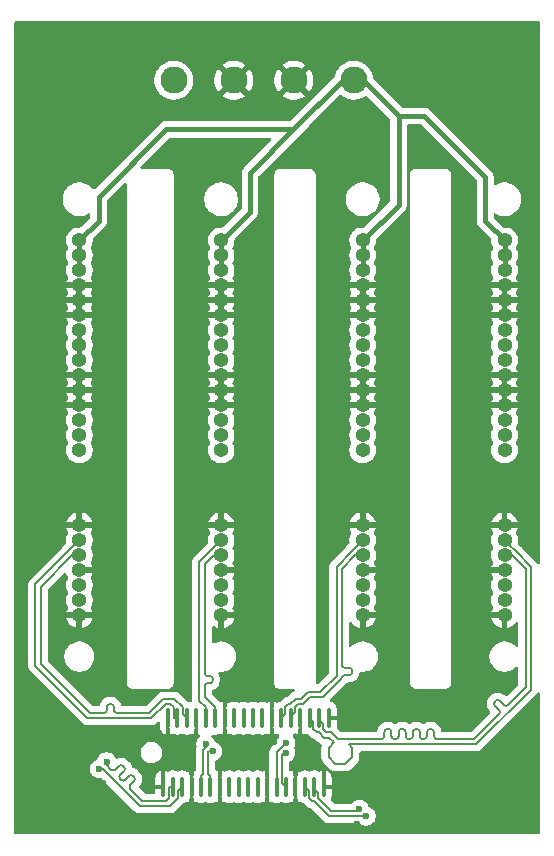
<source format=gbr>
%TF.GenerationSoftware,KiCad,Pcbnew,9.0.0-250-g02b756189b*%
%TF.CreationDate,2025-03-19T23:20:47-05:00*%
%TF.ProjectId,SSDTray,53534454-7261-4792-9e6b-696361645f70,rev?*%
%TF.SameCoordinates,Original*%
%TF.FileFunction,Copper,L4,Bot*%
%TF.FilePolarity,Positive*%
%FSLAX46Y46*%
G04 Gerber Fmt 4.6, Leading zero omitted, Abs format (unit mm)*
G04 Created by KiCad (PCBNEW 9.0.0-250-g02b756189b) date 2025-03-19 23:20:47*
%MOMM*%
%LPD*%
G01*
G04 APERTURE LIST*
%TA.AperFunction,ComponentPad*%
%ADD10O,1.270000X1.168400*%
%TD*%
%TA.AperFunction,SMDPad,CuDef*%
%ADD11O,0.350000X1.800000*%
%TD*%
%TA.AperFunction,ComponentPad*%
%ADD12C,2.286000*%
%TD*%
%TA.AperFunction,ViaPad*%
%ADD13C,0.600000*%
%TD*%
%TA.AperFunction,Conductor*%
%ADD14C,0.400000*%
%TD*%
%TA.AperFunction,Conductor*%
%ADD15C,0.200000*%
%TD*%
G04 APERTURE END LIST*
D10*
%TO.P,J2,P1,P1*%
%TO.N,unconnected-(J2-PadP1)*%
X46000000Y-137830000D03*
%TO.P,J2,P2,P2*%
X46000000Y-136560000D03*
%TO.P,J2,P3,P3*%
X46000000Y-135290000D03*
%TO.P,J2,P4,P4*%
%TO.N,GND*%
X46000000Y-134020000D03*
%TO.P,J2,P5,P5*%
X46000000Y-132750000D03*
%TO.P,J2,P6,P6*%
X46000000Y-131480000D03*
%TO.P,J2,P7,P7*%
%TO.N,+5V*%
X46000000Y-130210000D03*
%TO.P,J2,P8,P8*%
X46000000Y-128940000D03*
%TO.P,J2,P9,P9*%
X46000000Y-127670000D03*
%TO.P,J2,P10,P10*%
%TO.N,GND*%
X46000000Y-126400000D03*
%TO.P,J2,P11,P11*%
X46000000Y-125130000D03*
%TO.P,J2,P12,P12*%
X46000000Y-123860000D03*
%TO.P,J2,P13,P13*%
%TO.N,+12V*%
X46000000Y-122590000D03*
%TO.P,J2,P14,P14*%
X46000000Y-121320000D03*
%TO.P,J2,P15,P15*%
X46000000Y-120050000D03*
%TO.P,J2,S1,S1*%
%TO.N,GND*%
X46000000Y-151800000D03*
%TO.P,J2,S2,S2*%
%TO.N,/SSD2_TX+*%
X46000000Y-150530000D03*
%TO.P,J2,S3,S3*%
%TO.N,/SSD2_TX-*%
X46000000Y-149260000D03*
%TO.P,J2,S4,S4*%
%TO.N,GND*%
X46000000Y-147990000D03*
%TO.P,J2,S5,S5*%
%TO.N,/SSD2_RX-*%
X46000000Y-146720000D03*
%TO.P,J2,S6,S6*%
%TO.N,/SSD2_RX+*%
X46000000Y-145450000D03*
%TO.P,J2,S7,S7*%
%TO.N,GND*%
X46000000Y-144180000D03*
%TD*%
%TO.P,J3,P1,P1*%
%TO.N,unconnected-(J3-PadP1)*%
X58000000Y-137830000D03*
%TO.P,J3,P2,P2*%
X58000000Y-136560000D03*
%TO.P,J3,P3,P3*%
X58000000Y-135290000D03*
%TO.P,J3,P4,P4*%
%TO.N,GND*%
X58000000Y-134020000D03*
%TO.P,J3,P5,P5*%
X58000000Y-132750000D03*
%TO.P,J3,P6,P6*%
X58000000Y-131480000D03*
%TO.P,J3,P7,P7*%
%TO.N,+5V*%
X58000000Y-130210000D03*
%TO.P,J3,P8,P8*%
X58000000Y-128940000D03*
%TO.P,J3,P9,P9*%
X58000000Y-127670000D03*
%TO.P,J3,P10,P10*%
%TO.N,GND*%
X58000000Y-126400000D03*
%TO.P,J3,P11,P11*%
X58000000Y-125130000D03*
%TO.P,J3,P12,P12*%
X58000000Y-123860000D03*
%TO.P,J3,P13,P13*%
%TO.N,+12V*%
X58000000Y-122590000D03*
%TO.P,J3,P14,P14*%
X58000000Y-121320000D03*
%TO.P,J3,P15,P15*%
X58000000Y-120050000D03*
%TO.P,J3,S1,S1*%
%TO.N,GND*%
X58000000Y-151800000D03*
%TO.P,J3,S2,S2*%
%TO.N,/SSD3_TX+*%
X58000000Y-150530000D03*
%TO.P,J3,S3,S3*%
%TO.N,/SSD3_TX-*%
X58000000Y-149260000D03*
%TO.P,J3,S4,S4*%
%TO.N,GND*%
X58000000Y-147990000D03*
%TO.P,J3,S5,S5*%
%TO.N,/SSD3_RX-*%
X58000000Y-146720000D03*
%TO.P,J3,S6,S6*%
%TO.N,/SSD3_RX+*%
X58000000Y-145450000D03*
%TO.P,J3,S7,S7*%
%TO.N,GND*%
X58000000Y-144180000D03*
%TD*%
%TO.P,J4,P1,P1*%
%TO.N,unconnected-(J4-PadP1)*%
X70000000Y-137830000D03*
%TO.P,J4,P2,P2*%
X70000000Y-136560000D03*
%TO.P,J4,P3,P3*%
X70000000Y-135290000D03*
%TO.P,J4,P4,P4*%
%TO.N,GND*%
X70000000Y-134020000D03*
%TO.P,J4,P5,P5*%
X70000000Y-132750000D03*
%TO.P,J4,P6,P6*%
X70000000Y-131480000D03*
%TO.P,J4,P7,P7*%
%TO.N,+5V*%
X70000000Y-130210000D03*
%TO.P,J4,P8,P8*%
X70000000Y-128940000D03*
%TO.P,J4,P9,P9*%
X70000000Y-127670000D03*
%TO.P,J4,P10,P10*%
%TO.N,GND*%
X70000000Y-126400000D03*
%TO.P,J4,P11,P11*%
X70000000Y-125130000D03*
%TO.P,J4,P12,P12*%
X70000000Y-123860000D03*
%TO.P,J4,P13,P13*%
%TO.N,+12V*%
X70000000Y-122590000D03*
%TO.P,J4,P14,P14*%
X70000000Y-121320000D03*
%TO.P,J4,P15,P15*%
X70000000Y-120050000D03*
%TO.P,J4,S1,S1*%
%TO.N,GND*%
X70000000Y-151800000D03*
%TO.P,J4,S2,S2*%
%TO.N,/SSD4_TX+*%
X70000000Y-150530000D03*
%TO.P,J4,S3,S3*%
%TO.N,/SSD4_TX-*%
X70000000Y-149260000D03*
%TO.P,J4,S4,S4*%
%TO.N,GND*%
X70000000Y-147990000D03*
%TO.P,J4,S5,S5*%
%TO.N,/SSD4_RX-*%
X70000000Y-146720000D03*
%TO.P,J4,S6,S6*%
%TO.N,/SSD4_RX+*%
X70000000Y-145450000D03*
%TO.P,J4,S7,S7*%
%TO.N,GND*%
X70000000Y-144180000D03*
%TD*%
%TO.P,J1,P1,P1*%
%TO.N,unconnected-(J1-PadP1)*%
X34000000Y-137830000D03*
%TO.P,J1,P2,P2*%
X34000000Y-136560000D03*
%TO.P,J1,P3,P3*%
X34000000Y-135290000D03*
%TO.P,J1,P4,P4*%
%TO.N,GND*%
X34000000Y-134020000D03*
%TO.P,J1,P5,P5*%
X34000000Y-132750000D03*
%TO.P,J1,P6,P6*%
X34000000Y-131480000D03*
%TO.P,J1,P7,P7*%
%TO.N,+5V*%
X34000000Y-130210000D03*
%TO.P,J1,P8,P8*%
X34000000Y-128940000D03*
%TO.P,J1,P9,P9*%
X34000000Y-127670000D03*
%TO.P,J1,P10,P10*%
%TO.N,GND*%
X34000000Y-126400000D03*
%TO.P,J1,P11,P11*%
X34000000Y-125130000D03*
%TO.P,J1,P12,P12*%
X34000000Y-123860000D03*
%TO.P,J1,P13,P13*%
%TO.N,+12V*%
X34000000Y-122590000D03*
%TO.P,J1,P14,P14*%
X34000000Y-121320000D03*
%TO.P,J1,P15,P15*%
X34000000Y-120050000D03*
%TO.P,J1,S1,S1*%
%TO.N,GND*%
X34000000Y-151800000D03*
%TO.P,J1,S2,S2*%
%TO.N,/SSD1_TX+*%
X34000000Y-150530000D03*
%TO.P,J1,S3,S3*%
%TO.N,/SSD1_TX-*%
X34000000Y-149260000D03*
%TO.P,J1,S4,S4*%
%TO.N,GND*%
X34000000Y-147990000D03*
%TO.P,J1,S5,S5*%
%TO.N,/SSD1_RX-*%
X34000000Y-146720000D03*
%TO.P,J1,S6,S6*%
%TO.N,/SSD1_RX+*%
X34000000Y-145450000D03*
%TO.P,J1,S7,S7*%
%TO.N,GND*%
X34000000Y-144180000D03*
%TD*%
D11*
%TO.P,J5,A1,A1*%
%TO.N,GND*%
X41500000Y-160500000D03*
%TO.P,J5,A2,A2*%
%TO.N,/SSD1_RX+*%
X42300001Y-160500000D03*
%TO.P,J5,A3,A3*%
%TO.N,/SSD1_RX-*%
X43099999Y-160500000D03*
%TO.P,J5,A4,A4*%
%TO.N,GND*%
X43900000Y-160500000D03*
%TO.P,J5,A5,A5*%
%TO.N,/SSD2_RX+*%
X44699999Y-160500000D03*
%TO.P,J5,A6,A6*%
%TO.N,/SSD2_RX-*%
X45500000Y-160500000D03*
%TO.P,J5,A7,A7*%
%TO.N,GND*%
X46300001Y-160500000D03*
%TO.P,J5,A8,A8*%
%TO.N,unconnected-(J5-PadA8)*%
X47099999Y-160500000D03*
%TO.P,J5,A9,A9*%
%TO.N,unconnected-(J5-PadA9)*%
X47900000Y-160500000D03*
%TO.P,J5,A10,A10*%
%TO.N,unconnected-(J5-PadA10)*%
X48699998Y-160500000D03*
%TO.P,J5,A11,A11*%
%TO.N,unconnected-(J5-PadA11)*%
X49499999Y-160500000D03*
%TO.P,J5,A12,A12*%
%TO.N,GND*%
X50300000Y-160500000D03*
%TO.P,J5,A13,A13*%
%TO.N,/SSD3_RX+*%
X51099999Y-160500000D03*
%TO.P,J5,A14,A14*%
%TO.N,/SSD3_RX-*%
X51900000Y-160500000D03*
%TO.P,J5,A15,A15*%
%TO.N,GND*%
X52699998Y-160500000D03*
%TO.P,J5,A16,A16*%
%TO.N,/SSD4_RX+*%
X53499999Y-160500000D03*
%TO.P,J5,A17,A17*%
%TO.N,/SSD4_RX-*%
X54300000Y-160500000D03*
%TO.P,J5,A18,A18*%
%TO.N,GND*%
X55099998Y-160500000D03*
%TO.P,J5,B1,B1*%
X41100001Y-166320001D03*
%TO.P,J5,B2,B2*%
%TO.N,/SSD1_TX+*%
X41899999Y-166320001D03*
%TO.P,J5,B3,B3*%
%TO.N,/SSD1_TX-*%
X42700000Y-166320001D03*
%TO.P,J5,B4,B4*%
%TO.N,GND*%
X43500001Y-166320001D03*
%TO.P,J5,B5,B5*%
%TO.N,/SSD2_TX+*%
X44299999Y-166320001D03*
%TO.P,J5,B6,B6*%
%TO.N,/SSD2_TX-*%
X45100000Y-166320001D03*
%TO.P,J5,B7,B7*%
%TO.N,GND*%
X45899999Y-166320001D03*
%TO.P,J5,B8,B8*%
%TO.N,unconnected-(J5-PadB8)*%
X46700000Y-166320001D03*
%TO.P,J5,B9,B9*%
%TO.N,unconnected-(J5-PadB9)*%
X47500001Y-166320001D03*
%TO.P,J5,B10,B10*%
%TO.N,unconnected-(J5-PadB10)*%
X48299999Y-166320001D03*
%TO.P,J5,B11,B11*%
%TO.N,unconnected-(J5-PadB11)*%
X49100000Y-166320001D03*
%TO.P,J5,B12,B12*%
%TO.N,GND*%
X49899998Y-166320001D03*
%TO.P,J5,B13,B13*%
%TO.N,/SSD3_TX+*%
X50699999Y-166320001D03*
%TO.P,J5,B14,B14*%
%TO.N,/SSD3_TX-*%
X51499998Y-166320001D03*
%TO.P,J5,B15,B15*%
%TO.N,GND*%
X52299999Y-166320001D03*
%TO.P,J5,B16,B16*%
%TO.N,/SSD4_TX+*%
X53100000Y-166320001D03*
%TO.P,J5,B17,B17*%
%TO.N,/SSD4_TX-*%
X53899998Y-166320001D03*
%TO.P,J5,B18,B18*%
%TO.N,GND*%
X54699999Y-166320001D03*
%TD*%
D12*
%TO.P,U1,1,1*%
%TO.N,+12V*%
X57240000Y-106500000D03*
%TO.P,U1,2,2*%
%TO.N,GND*%
X52160000Y-106500000D03*
%TO.P,U1,3,3*%
X47080000Y-106500000D03*
%TO.P,U1,4,4*%
%TO.N,+5V*%
X42000000Y-106500000D03*
%TD*%
D13*
%TO.N,GND*%
X46500000Y-163000000D03*
X36000000Y-166000000D03*
X58000000Y-167000000D03*
X57500000Y-169500000D03*
X50500000Y-162500000D03*
X43500000Y-163000000D03*
X36000000Y-163000000D03*
%TO.N,/SSD1_TX-*%
X35699479Y-164800521D03*
%TO.N,/SSD1_TX+*%
X36300521Y-164199479D03*
%TO.N,/SSD2_TX-*%
X45300521Y-163300521D03*
%TO.N,/SSD2_TX+*%
X44699479Y-162699479D03*
%TO.N,/SSD3_TX-*%
X51500000Y-163425000D03*
%TO.N,/SSD3_TX+*%
X51500000Y-162575000D03*
%TO.N,/SSD4_TX+*%
X58300521Y-168800521D03*
%TO.N,/SSD4_TX-*%
X57699479Y-168199479D03*
%TD*%
D14*
%TO.N,+12V*%
X63176118Y-109506118D02*
X61022882Y-109506118D01*
X68376600Y-114706600D02*
X63176118Y-109506118D01*
X68376600Y-118426600D02*
X68376600Y-114706600D01*
X70000000Y-120050000D02*
X68376600Y-118426600D01*
X35623400Y-116385236D02*
X41356636Y-110652000D01*
X35623400Y-118426600D02*
X35623400Y-116385236D01*
X34000000Y-120050000D02*
X35623400Y-118426600D01*
X48447000Y-114335000D02*
X52130000Y-110652000D01*
X41356636Y-110652000D02*
X52130000Y-110652000D01*
X52130000Y-110652000D02*
X56282000Y-106500000D01*
X56282000Y-106500000D02*
X57240000Y-106500000D01*
X48447000Y-117653800D02*
X48447000Y-114335000D01*
X46000000Y-120050000D02*
X46050800Y-120050000D01*
X46050800Y-120050000D02*
X48447000Y-117653800D01*
X61022882Y-117027118D02*
X61022882Y-109506118D01*
X58000000Y-120050000D02*
X61022882Y-117027118D01*
X61022882Y-109506118D02*
X58016764Y-106500000D01*
X58016764Y-106500000D02*
X57240000Y-106500000D01*
%TO.N,+5V*%
X34000000Y-130210000D02*
X34000000Y-127670000D01*
%TO.N,+12V*%
X58000000Y-122590000D02*
X58000000Y-120050000D01*
X34000000Y-122590000D02*
X34000000Y-120050000D01*
X70000000Y-122590000D02*
X70000000Y-120050000D01*
X46000000Y-122590000D02*
X46000000Y-120050000D01*
D15*
%TO.N,/SSD1_TX-*%
X41646770Y-167969981D02*
X42374999Y-167241752D01*
X42374999Y-166645002D02*
X42700000Y-166320001D01*
X35699479Y-164800521D02*
X35982322Y-164800521D01*
X39151782Y-167969981D02*
X41646770Y-167969981D01*
X42374999Y-167241752D02*
X42374999Y-166645002D01*
X35982322Y-164800521D02*
X39151782Y-167969981D01*
%TO.N,/SSD1_TX+*%
X41899999Y-166320001D02*
X41575001Y-166320001D01*
X39338200Y-167520001D02*
X38307905Y-166489706D01*
X41575001Y-167241752D02*
X41296752Y-167520001D01*
X38644142Y-165474644D02*
X38559289Y-165389791D01*
X37544227Y-165726028D02*
X37459376Y-165641177D01*
X36610847Y-164792648D02*
X36300521Y-164482322D01*
X41575001Y-166320001D02*
X41575001Y-167241752D01*
X36695699Y-164877500D02*
X36610847Y-164792648D01*
X37459376Y-165301765D02*
X37795655Y-164965485D01*
X36300521Y-164482322D02*
X36300521Y-164199479D01*
X37795655Y-164626074D02*
X37710802Y-164541221D01*
X38219877Y-165389791D02*
X37883639Y-165726028D01*
X37371390Y-164541221D02*
X37035110Y-164877500D01*
X38307905Y-166150294D02*
X38644142Y-165814056D01*
X41296752Y-167520001D02*
X39338200Y-167520001D01*
X38307905Y-166489706D02*
G75*
G02*
X38307905Y-166150294I169695J169706D01*
G01*
X37883639Y-165726028D02*
G75*
G02*
X37544227Y-165726028I-169706J169704D01*
G01*
X37459376Y-165641177D02*
G75*
G02*
X37459405Y-165301794I169724J169677D01*
G01*
X37035110Y-164877500D02*
G75*
G02*
X36695700Y-164877500I-169705J169703D01*
G01*
X38644142Y-165814056D02*
G75*
G03*
X38644092Y-165474694I-169742J169656D01*
G01*
X37795655Y-164965485D02*
G75*
G03*
X37795635Y-164626095I-169655J169685D01*
G01*
X38559289Y-165389791D02*
G75*
G03*
X38219877Y-165389791I-169706J-169704D01*
G01*
X37710802Y-164541221D02*
G75*
G03*
X37371390Y-164541221I-169706J-169704D01*
G01*
%TO.N,/SSD1_RX+*%
X30275000Y-149175000D02*
X33065000Y-146385000D01*
X41975000Y-159578249D02*
X41696751Y-159300000D01*
X41696751Y-159300000D02*
X41303249Y-159300000D01*
X33065000Y-146353752D02*
X33582952Y-145835800D01*
X34681800Y-160500000D02*
X30275000Y-156093200D01*
X40103249Y-160500000D02*
X34681800Y-160500000D01*
X42300001Y-160500000D02*
X41975000Y-160500000D01*
X41975000Y-160500000D02*
X41975000Y-159578249D01*
X33614200Y-145835800D02*
X34000000Y-145450000D01*
X33065000Y-146385000D02*
X33065000Y-146353752D01*
X30275000Y-156093200D02*
X30275000Y-149175000D01*
X41303249Y-159300000D02*
X40103249Y-160500000D01*
X33582952Y-145835800D02*
X33614200Y-145835800D01*
%TO.N,/SSD1_RX-*%
X43099999Y-160500000D02*
X42775001Y-160175002D01*
X33366397Y-146720000D02*
X34000000Y-146720000D01*
X30725000Y-149361397D02*
X33366397Y-146720000D01*
X41116861Y-158850020D02*
X39916881Y-160050000D01*
X36320108Y-159561803D02*
X36320108Y-159810000D01*
X42046772Y-158850020D02*
X41116861Y-158850020D01*
X42775001Y-159578249D02*
X42046772Y-158850020D01*
X36080108Y-160050000D02*
X35960108Y-160050000D01*
X35291249Y-160050000D02*
X34868200Y-160050000D01*
X39916881Y-160050000D02*
X37160108Y-160050000D01*
X36920108Y-159810000D02*
X36920108Y-159561803D01*
X30725000Y-155906800D02*
X30725000Y-149361397D01*
X34868200Y-160050000D02*
X30725000Y-155906800D01*
X36680108Y-159321803D02*
X36560108Y-159321803D01*
X35960108Y-160050000D02*
X35291249Y-160050000D01*
X42775001Y-160175002D02*
X42775001Y-159578249D01*
X36920108Y-159561803D02*
G75*
G03*
X36680108Y-159321792I-240008J3D01*
G01*
X36320108Y-159810000D02*
G75*
G02*
X36080108Y-160050008I-240008J0D01*
G01*
X36560108Y-159321803D02*
G75*
G03*
X36320103Y-159561803I-8J-239997D01*
G01*
X37160108Y-160050000D02*
G75*
G02*
X36920100Y-159810000I-8J240000D01*
G01*
%TO.N,/SSD2_TX-*%
X44924999Y-163393200D02*
X44924999Y-165245000D01*
X45300521Y-163300521D02*
X45017678Y-163300521D01*
X45017678Y-163300521D02*
X44924999Y-163393200D01*
X44924999Y-165245000D02*
X45100000Y-165420001D01*
X45100000Y-165420001D02*
X45100000Y-166320001D01*
%TO.N,/SSD2_TX+*%
X44699479Y-162982322D02*
X44475000Y-163206801D01*
X44475000Y-163206801D02*
X44475000Y-165245000D01*
X44475000Y-165245000D02*
X44299999Y-165420001D01*
X44299999Y-165420001D02*
X44299999Y-166320001D01*
X44699479Y-162699479D02*
X44699479Y-162982322D01*
%TO.N,/SSD2_RX-*%
X45298183Y-157303519D02*
X45298183Y-157183519D01*
X44617300Y-147469097D02*
X45366397Y-146720000D01*
X45500000Y-159600000D02*
X44617300Y-158717300D01*
X44617300Y-156703519D02*
X44617300Y-156583519D01*
X44617300Y-158717300D02*
X44617300Y-157783519D01*
X45500000Y-160500000D02*
X45500000Y-159600000D01*
X44857300Y-157543519D02*
X45058183Y-157543519D01*
X44617300Y-156583519D02*
X44617300Y-154555490D01*
X45058183Y-156943519D02*
X44857300Y-156943519D01*
X45366397Y-146720000D02*
X46000000Y-146720000D01*
X44617300Y-154555490D02*
X44617300Y-147469097D01*
X45298183Y-157183519D02*
G75*
G03*
X45058183Y-156943517I-239983J19D01*
G01*
X44617300Y-157783519D02*
G75*
G02*
X44857300Y-157543500I240000J19D01*
G01*
X44857300Y-156943519D02*
G75*
G02*
X44617281Y-156703519I0J240019D01*
G01*
X45058183Y-157543519D02*
G75*
G03*
X45298219Y-157303519I17J240019D01*
G01*
%TO.N,/SSD2_RX+*%
X44167320Y-159067321D02*
X44699999Y-159600000D01*
X44167320Y-147251432D02*
X44167320Y-159067321D01*
X45614200Y-145835800D02*
X45582952Y-145835800D01*
X46000000Y-145450000D02*
X45614200Y-145835800D01*
X44699999Y-159600000D02*
X44699999Y-160500000D01*
X45582952Y-145835800D02*
X44167320Y-147251432D01*
%TO.N,/SSD3_RX-*%
X52503247Y-159300000D02*
X52936396Y-159300000D01*
X52224998Y-159578249D02*
X52503247Y-159300000D01*
X55617360Y-157700840D02*
X56076979Y-157241221D01*
X52224998Y-160011398D02*
X52224998Y-159578249D01*
X51900000Y-160336396D02*
X52224998Y-160011398D01*
X56225000Y-154130749D02*
X56225000Y-147861397D01*
X57113783Y-156613200D02*
X57113783Y-156493200D01*
X56076979Y-157241221D02*
X56225000Y-157093200D01*
X52936396Y-159300000D02*
X53511396Y-158725000D01*
X51900000Y-160500000D02*
X51900000Y-160336396D01*
X53511396Y-158725000D02*
X54593200Y-158725000D01*
X56225000Y-147861397D02*
X57366397Y-146720000D01*
X56225000Y-155893200D02*
X56225000Y-154130749D01*
X57366397Y-146720000D02*
X58000000Y-146720000D01*
X56873783Y-156253200D02*
X56465000Y-156253200D01*
X56225000Y-156013200D02*
X56225000Y-155893200D01*
X56465000Y-156853200D02*
X56873783Y-156853200D01*
X54593200Y-158725000D02*
X55617360Y-157700840D01*
X56873783Y-156853200D02*
G75*
G03*
X57113800Y-156613200I17J240000D01*
G01*
X56225000Y-157093200D02*
G75*
G02*
X56465000Y-156853200I240000J0D01*
G01*
X56465000Y-156253200D02*
G75*
G02*
X56225000Y-156013200I0J240000D01*
G01*
X57113783Y-156493200D02*
G75*
G03*
X56873783Y-156253217I-239983J0D01*
G01*
%TO.N,/SSD3_TX-*%
X51150000Y-165373251D02*
X51174999Y-165398250D01*
X51500000Y-163425000D02*
X51286397Y-163425000D01*
X51174999Y-165398250D02*
X51174999Y-165995002D01*
X51286397Y-163425000D02*
X51150000Y-163561397D01*
X51174999Y-165995002D02*
X51499998Y-166320001D01*
X51150000Y-163561397D02*
X51150000Y-165373251D01*
%TO.N,/SSD3_TX+*%
X50699999Y-163375001D02*
X50699999Y-166320001D01*
X51500000Y-162575000D02*
X50699999Y-163375001D01*
%TO.N,/SSD3_RX+*%
X52749979Y-158850020D02*
X53324999Y-158275000D01*
X53324999Y-158275000D02*
X54406800Y-158275000D01*
X51425000Y-160174999D02*
X51425000Y-159578249D01*
X57614200Y-145835800D02*
X58000000Y-145450000D01*
X51703249Y-159300000D02*
X51866879Y-159300000D01*
X57582952Y-145835800D02*
X57614200Y-145835800D01*
X57065000Y-146353752D02*
X57582952Y-145835800D01*
X57065000Y-146385000D02*
X57065000Y-146353752D01*
X52316859Y-158850020D02*
X52749979Y-158850020D01*
X54406800Y-158275000D02*
X55775000Y-156906800D01*
X51866879Y-159300000D02*
X52316859Y-158850020D01*
X51099999Y-160500000D02*
X51425000Y-160174999D01*
X55775000Y-156906800D02*
X55775000Y-147675000D01*
X55775000Y-147675000D02*
X57065000Y-146385000D01*
X51425000Y-159578249D02*
X51703249Y-159300000D01*
%TO.N,/SSD4_RX+*%
X55098046Y-162994976D02*
X55098046Y-163825022D01*
X70000000Y-145450000D02*
X70385800Y-145835800D01*
X54716859Y-162149980D02*
X55149979Y-162149980D01*
X54266879Y-161700000D02*
X54716859Y-162149980D01*
X59669646Y-162725000D02*
X59660207Y-162725000D01*
X72225000Y-158093200D02*
X67593200Y-162725000D01*
X72225000Y-147675000D02*
X72225000Y-158093200D01*
X58108044Y-162725000D02*
X58331033Y-162725000D01*
X55149979Y-162149980D02*
X55546510Y-162546511D01*
X53825000Y-160825001D02*
X53825000Y-161421751D01*
X70935000Y-146353752D02*
X70935000Y-146385000D01*
X70417048Y-145835800D02*
X70935000Y-146353752D01*
X57101954Y-162994976D02*
X56831978Y-162725000D01*
X55684977Y-164411953D02*
X56515023Y-164411953D01*
X53499999Y-160500000D02*
X53825000Y-160825001D01*
X70935000Y-146385000D02*
X72225000Y-147675000D01*
X57101954Y-163825022D02*
X57101954Y-162994976D01*
X54103249Y-161700000D02*
X54266879Y-161700000D01*
X59660207Y-162725000D02*
X58331033Y-162725000D01*
X56515023Y-164411953D02*
X57101954Y-163825022D01*
X70385800Y-145835800D02*
X70417048Y-145835800D01*
X53825000Y-161421751D02*
X54103249Y-161700000D01*
X55546510Y-162546511D02*
X55098046Y-162994976D01*
X56831978Y-162725000D02*
X58108044Y-162725000D01*
X67593200Y-162725000D02*
X59669646Y-162725000D01*
X55098046Y-163825022D02*
X55684977Y-164411953D01*
%TO.N,/SSD4_TX+*%
X53866880Y-167520001D02*
X53703247Y-167520001D01*
X58300521Y-168800521D02*
X55147400Y-168800521D01*
X53703247Y-167520001D02*
X53424998Y-167241752D01*
X55147400Y-168800521D02*
X53866880Y-167520001D01*
X53424998Y-167241752D02*
X53424998Y-166644999D01*
X53424998Y-166644999D02*
X53100000Y-166320001D01*
%TO.N,/SSD4_TX-*%
X57699479Y-168199479D02*
X57548438Y-168350520D01*
X54224999Y-167241752D02*
X54224999Y-166808603D01*
X54224999Y-166808603D02*
X53899998Y-166483602D01*
X57548438Y-168350520D02*
X55333767Y-168350520D01*
X53899998Y-166483602D02*
X53899998Y-166320001D01*
X55333767Y-168350520D02*
X54224999Y-167241752D01*
%TO.N,/SSD4_RX-*%
X59586751Y-162275000D02*
X59466751Y-162275000D01*
X55336396Y-161700000D02*
X54903247Y-161700000D01*
X70378829Y-159302972D02*
X70838448Y-158843352D01*
X59466751Y-162275000D02*
X59014125Y-162275000D01*
X69586870Y-159020131D02*
X69954566Y-159387827D01*
X54624998Y-161421751D02*
X54624998Y-160988602D01*
X54300000Y-160663604D02*
X54300000Y-160500000D01*
X59826751Y-161674547D02*
X59826751Y-162035000D01*
X63186751Y-162275000D02*
X63066751Y-162275000D01*
X54903247Y-161700000D02*
X54624998Y-161421751D01*
X59014125Y-162275000D02*
X55911396Y-162275000D01*
X60426751Y-162035000D02*
X60426751Y-161674547D01*
X63786751Y-161434552D02*
X63666751Y-161434552D01*
X63426751Y-161674552D02*
X63426751Y-162035000D01*
X60186751Y-161434547D02*
X60066751Y-161434547D01*
X71775000Y-147861397D02*
X70633603Y-146720000D01*
X60786751Y-162275000D02*
X60666751Y-162275000D01*
X61626751Y-162035000D02*
X61626751Y-161674553D01*
X61386751Y-161434553D02*
X61266751Y-161434553D01*
X70838448Y-158843352D02*
X71113263Y-158568537D01*
X69119716Y-160562084D02*
X69530299Y-160151501D01*
X70293976Y-159387828D02*
X70378829Y-159302972D01*
X62586751Y-161434551D02*
X62466751Y-161434551D01*
X71113263Y-158568537D02*
X71775000Y-157906800D01*
X70633603Y-146720000D02*
X70000000Y-146720000D01*
X64026751Y-162035000D02*
X64026751Y-161674552D01*
X71775000Y-157906800D02*
X71775000Y-147861397D01*
X61986751Y-162275000D02*
X61866751Y-162275000D01*
X61026751Y-161674553D02*
X61026751Y-162035000D01*
X54624998Y-160988602D02*
X54300000Y-160663604D01*
X69530300Y-159812089D02*
X69162605Y-159444394D01*
X67406800Y-162275000D02*
X64266751Y-162275000D01*
X69162604Y-159104984D02*
X69247458Y-159020131D01*
X62226751Y-161674551D02*
X62226751Y-162035000D01*
X69119716Y-160562084D02*
X68883749Y-160798051D01*
X62826751Y-162035000D02*
X62826751Y-161674551D01*
X55911396Y-162275000D02*
X55336396Y-161700000D01*
X68883749Y-160798051D02*
X67406800Y-162275000D01*
X60066751Y-161434547D02*
G75*
G03*
X59826747Y-161674547I-51J-239953D01*
G01*
X62826751Y-161674551D02*
G75*
G03*
X62586751Y-161434549I-239951J51D01*
G01*
X63426751Y-162035000D02*
G75*
G02*
X63186751Y-162274951I-239951J0D01*
G01*
X62226751Y-162035000D02*
G75*
G02*
X61986751Y-162274951I-239951J0D01*
G01*
X69162605Y-159444394D02*
G75*
G02*
X69162615Y-159104996I169695J169694D01*
G01*
X60666751Y-162275000D02*
G75*
G02*
X60426700Y-162035000I-51J240000D01*
G01*
X61626751Y-161674553D02*
G75*
G03*
X61386751Y-161434649I-239951J-47D01*
G01*
X62466751Y-161434551D02*
G75*
G03*
X62226751Y-161674551I-51J-239949D01*
G01*
X64266751Y-162275000D02*
G75*
G02*
X64026700Y-162035000I-51J240000D01*
G01*
X69530299Y-160151501D02*
G75*
G03*
X69530295Y-159812095I-169699J169701D01*
G01*
X59826751Y-162035000D02*
G75*
G02*
X59586751Y-162274951I-239951J0D01*
G01*
X63066751Y-162275000D02*
G75*
G02*
X62826700Y-162035000I-51J240000D01*
G01*
X69247458Y-159020131D02*
G75*
G02*
X69586870Y-159020131I169706J-169708D01*
G01*
X60426751Y-161674547D02*
G75*
G03*
X60186751Y-161434549I-239951J47D01*
G01*
X61026751Y-162035000D02*
G75*
G02*
X60786751Y-162274951I-239951J0D01*
G01*
X64026751Y-161674552D02*
G75*
G03*
X63786751Y-161434649I-239951J-48D01*
G01*
X61266751Y-161434553D02*
G75*
G03*
X61026653Y-161674553I-51J-240047D01*
G01*
X61866751Y-162275000D02*
G75*
G02*
X61626700Y-162035000I-51J240000D01*
G01*
X63666751Y-161434552D02*
G75*
G03*
X63426652Y-161674552I-51J-240048D01*
G01*
X69954566Y-159387827D02*
G75*
G03*
X70294004Y-159387857I169734J169727D01*
G01*
%TD*%
%TA.AperFunction,Conductor*%
%TO.N,GND*%
G36*
X34250000Y-133731184D02*
G01*
X34233940Y-133715124D01*
X34147061Y-133664964D01*
X34050160Y-133639000D01*
X33949840Y-133639000D01*
X33852939Y-133664964D01*
X33766060Y-133715124D01*
X33750000Y-133731184D01*
X33750000Y-133038816D01*
X33766060Y-133054876D01*
X33852939Y-133105036D01*
X33949840Y-133131000D01*
X34050160Y-133131000D01*
X34147061Y-133105036D01*
X34233940Y-133054876D01*
X34250000Y-133038816D01*
X34250000Y-133731184D01*
G37*
%TD.AperFunction*%
%TA.AperFunction,Conductor*%
G36*
X46250000Y-133731184D02*
G01*
X46233940Y-133715124D01*
X46147061Y-133664964D01*
X46050160Y-133639000D01*
X45949840Y-133639000D01*
X45852939Y-133664964D01*
X45766060Y-133715124D01*
X45750000Y-133731184D01*
X45750000Y-133038816D01*
X45766060Y-133054876D01*
X45852939Y-133105036D01*
X45949840Y-133131000D01*
X46050160Y-133131000D01*
X46147061Y-133105036D01*
X46233940Y-133054876D01*
X46250000Y-133038816D01*
X46250000Y-133731184D01*
G37*
%TD.AperFunction*%
%TA.AperFunction,Conductor*%
G36*
X58250000Y-133731184D02*
G01*
X58233940Y-133715124D01*
X58147061Y-133664964D01*
X58050160Y-133639000D01*
X57949840Y-133639000D01*
X57852939Y-133664964D01*
X57766060Y-133715124D01*
X57750000Y-133731184D01*
X57750000Y-133038816D01*
X57766060Y-133054876D01*
X57852939Y-133105036D01*
X57949840Y-133131000D01*
X58050160Y-133131000D01*
X58147061Y-133105036D01*
X58233940Y-133054876D01*
X58250000Y-133038816D01*
X58250000Y-133731184D01*
G37*
%TD.AperFunction*%
%TA.AperFunction,Conductor*%
G36*
X70250000Y-133731184D02*
G01*
X70233940Y-133715124D01*
X70147061Y-133664964D01*
X70050160Y-133639000D01*
X69949840Y-133639000D01*
X69852939Y-133664964D01*
X69766060Y-133715124D01*
X69750000Y-133731184D01*
X69750000Y-133038816D01*
X69766060Y-133054876D01*
X69852939Y-133105036D01*
X69949840Y-133131000D01*
X70050160Y-133131000D01*
X70147061Y-133105036D01*
X70233940Y-133054876D01*
X70250000Y-133038816D01*
X70250000Y-133731184D01*
G37*
%TD.AperFunction*%
%TA.AperFunction,Conductor*%
G36*
X34250000Y-132461184D02*
G01*
X34233940Y-132445124D01*
X34147061Y-132394964D01*
X34050160Y-132369000D01*
X33949840Y-132369000D01*
X33852939Y-132394964D01*
X33766060Y-132445124D01*
X33750000Y-132461184D01*
X33750000Y-131768816D01*
X33766060Y-131784876D01*
X33852939Y-131835036D01*
X33949840Y-131861000D01*
X34050160Y-131861000D01*
X34147061Y-131835036D01*
X34233940Y-131784876D01*
X34250000Y-131768816D01*
X34250000Y-132461184D01*
G37*
%TD.AperFunction*%
%TA.AperFunction,Conductor*%
G36*
X46250000Y-132461184D02*
G01*
X46233940Y-132445124D01*
X46147061Y-132394964D01*
X46050160Y-132369000D01*
X45949840Y-132369000D01*
X45852939Y-132394964D01*
X45766060Y-132445124D01*
X45750000Y-132461184D01*
X45750000Y-131768816D01*
X45766060Y-131784876D01*
X45852939Y-131835036D01*
X45949840Y-131861000D01*
X46050160Y-131861000D01*
X46147061Y-131835036D01*
X46233940Y-131784876D01*
X46250000Y-131768816D01*
X46250000Y-132461184D01*
G37*
%TD.AperFunction*%
%TA.AperFunction,Conductor*%
G36*
X58250000Y-132461184D02*
G01*
X58233940Y-132445124D01*
X58147061Y-132394964D01*
X58050160Y-132369000D01*
X57949840Y-132369000D01*
X57852939Y-132394964D01*
X57766060Y-132445124D01*
X57750000Y-132461184D01*
X57750000Y-131768816D01*
X57766060Y-131784876D01*
X57852939Y-131835036D01*
X57949840Y-131861000D01*
X58050160Y-131861000D01*
X58147061Y-131835036D01*
X58233940Y-131784876D01*
X58250000Y-131768816D01*
X58250000Y-132461184D01*
G37*
%TD.AperFunction*%
%TA.AperFunction,Conductor*%
G36*
X70250000Y-132461184D02*
G01*
X70233940Y-132445124D01*
X70147061Y-132394964D01*
X70050160Y-132369000D01*
X69949840Y-132369000D01*
X69852939Y-132394964D01*
X69766060Y-132445124D01*
X69750000Y-132461184D01*
X69750000Y-131768816D01*
X69766060Y-131784876D01*
X69852939Y-131835036D01*
X69949840Y-131861000D01*
X70050160Y-131861000D01*
X70147061Y-131835036D01*
X70233940Y-131784876D01*
X70250000Y-131768816D01*
X70250000Y-132461184D01*
G37*
%TD.AperFunction*%
%TA.AperFunction,Conductor*%
G36*
X34250000Y-126111184D02*
G01*
X34233940Y-126095124D01*
X34147061Y-126044964D01*
X34050160Y-126019000D01*
X33949840Y-126019000D01*
X33852939Y-126044964D01*
X33766060Y-126095124D01*
X33750000Y-126111184D01*
X33750000Y-125418816D01*
X33766060Y-125434876D01*
X33852939Y-125485036D01*
X33949840Y-125511000D01*
X34050160Y-125511000D01*
X34147061Y-125485036D01*
X34233940Y-125434876D01*
X34250000Y-125418816D01*
X34250000Y-126111184D01*
G37*
%TD.AperFunction*%
%TA.AperFunction,Conductor*%
G36*
X46250000Y-126111184D02*
G01*
X46233940Y-126095124D01*
X46147061Y-126044964D01*
X46050160Y-126019000D01*
X45949840Y-126019000D01*
X45852939Y-126044964D01*
X45766060Y-126095124D01*
X45750000Y-126111184D01*
X45750000Y-125418816D01*
X45766060Y-125434876D01*
X45852939Y-125485036D01*
X45949840Y-125511000D01*
X46050160Y-125511000D01*
X46147061Y-125485036D01*
X46233940Y-125434876D01*
X46250000Y-125418816D01*
X46250000Y-126111184D01*
G37*
%TD.AperFunction*%
%TA.AperFunction,Conductor*%
G36*
X58250000Y-126111184D02*
G01*
X58233940Y-126095124D01*
X58147061Y-126044964D01*
X58050160Y-126019000D01*
X57949840Y-126019000D01*
X57852939Y-126044964D01*
X57766060Y-126095124D01*
X57750000Y-126111184D01*
X57750000Y-125418816D01*
X57766060Y-125434876D01*
X57852939Y-125485036D01*
X57949840Y-125511000D01*
X58050160Y-125511000D01*
X58147061Y-125485036D01*
X58233940Y-125434876D01*
X58250000Y-125418816D01*
X58250000Y-126111184D01*
G37*
%TD.AperFunction*%
%TA.AperFunction,Conductor*%
G36*
X70250000Y-126111184D02*
G01*
X70233940Y-126095124D01*
X70147061Y-126044964D01*
X70050160Y-126019000D01*
X69949840Y-126019000D01*
X69852939Y-126044964D01*
X69766060Y-126095124D01*
X69750000Y-126111184D01*
X69750000Y-125418816D01*
X69766060Y-125434876D01*
X69852939Y-125485036D01*
X69949840Y-125511000D01*
X70050160Y-125511000D01*
X70147061Y-125485036D01*
X70233940Y-125434876D01*
X70250000Y-125418816D01*
X70250000Y-126111184D01*
G37*
%TD.AperFunction*%
%TA.AperFunction,Conductor*%
G36*
X34250000Y-124841184D02*
G01*
X34233940Y-124825124D01*
X34147061Y-124774964D01*
X34050160Y-124749000D01*
X33949840Y-124749000D01*
X33852939Y-124774964D01*
X33766060Y-124825124D01*
X33750000Y-124841184D01*
X33750000Y-124148816D01*
X33766060Y-124164876D01*
X33852939Y-124215036D01*
X33949840Y-124241000D01*
X34050160Y-124241000D01*
X34147061Y-124215036D01*
X34233940Y-124164876D01*
X34250000Y-124148816D01*
X34250000Y-124841184D01*
G37*
%TD.AperFunction*%
%TA.AperFunction,Conductor*%
G36*
X46250000Y-124841184D02*
G01*
X46233940Y-124825124D01*
X46147061Y-124774964D01*
X46050160Y-124749000D01*
X45949840Y-124749000D01*
X45852939Y-124774964D01*
X45766060Y-124825124D01*
X45750000Y-124841184D01*
X45750000Y-124148816D01*
X45766060Y-124164876D01*
X45852939Y-124215036D01*
X45949840Y-124241000D01*
X46050160Y-124241000D01*
X46147061Y-124215036D01*
X46233940Y-124164876D01*
X46250000Y-124148816D01*
X46250000Y-124841184D01*
G37*
%TD.AperFunction*%
%TA.AperFunction,Conductor*%
G36*
X58250000Y-124841184D02*
G01*
X58233940Y-124825124D01*
X58147061Y-124774964D01*
X58050160Y-124749000D01*
X57949840Y-124749000D01*
X57852939Y-124774964D01*
X57766060Y-124825124D01*
X57750000Y-124841184D01*
X57750000Y-124148816D01*
X57766060Y-124164876D01*
X57852939Y-124215036D01*
X57949840Y-124241000D01*
X58050160Y-124241000D01*
X58147061Y-124215036D01*
X58233940Y-124164876D01*
X58250000Y-124148816D01*
X58250000Y-124841184D01*
G37*
%TD.AperFunction*%
%TA.AperFunction,Conductor*%
G36*
X70250000Y-124841184D02*
G01*
X70233940Y-124825124D01*
X70147061Y-124774964D01*
X70050160Y-124749000D01*
X69949840Y-124749000D01*
X69852939Y-124774964D01*
X69766060Y-124825124D01*
X69750000Y-124841184D01*
X69750000Y-124148816D01*
X69766060Y-124164876D01*
X69852939Y-124215036D01*
X69949840Y-124241000D01*
X70050160Y-124241000D01*
X70147061Y-124215036D01*
X70233940Y-124164876D01*
X70250000Y-124148816D01*
X70250000Y-124841184D01*
G37*
%TD.AperFunction*%
%TA.AperFunction,Conductor*%
G36*
X72942539Y-101520185D02*
G01*
X72988294Y-101572989D01*
X72999500Y-101624500D01*
X72999500Y-147352699D01*
X72979815Y-147419738D01*
X72927011Y-147465493D01*
X72857853Y-147475437D01*
X72794297Y-147446412D01*
X72768113Y-147414698D01*
X72705524Y-147306290D01*
X72705521Y-147306286D01*
X72705520Y-147306284D01*
X72593716Y-147194480D01*
X72593715Y-147194479D01*
X72589385Y-147190149D01*
X72589374Y-147190139D01*
X71469750Y-146070515D01*
X71450043Y-146044833D01*
X71450042Y-146044832D01*
X71415520Y-145985036D01*
X71156979Y-145726495D01*
X71123494Y-145665172D01*
X71122187Y-145619420D01*
X71135500Y-145535368D01*
X71135500Y-145364632D01*
X71108791Y-145195999D01*
X71108790Y-145195995D01*
X71108790Y-145195994D01*
X71056032Y-145033622D01*
X71056030Y-145033619D01*
X70978519Y-144881493D01*
X70977181Y-144879310D01*
X70976925Y-144878366D01*
X70976307Y-144877152D01*
X70976562Y-144877022D01*
X70958936Y-144811864D01*
X70976285Y-144752792D01*
X70975879Y-144752586D01*
X70976980Y-144750423D01*
X70977189Y-144749715D01*
X70978094Y-144748237D01*
X71055566Y-144596191D01*
X71108301Y-144433891D01*
X71108305Y-144433875D01*
X71108918Y-144430001D01*
X71108918Y-144430000D01*
X70441366Y-144430000D01*
X70403048Y-144423931D01*
X70315526Y-144395493D01*
X70355036Y-144327061D01*
X70381000Y-144230160D01*
X70381000Y-144129840D01*
X70355036Y-144032939D01*
X70304876Y-143946060D01*
X70288816Y-143930000D01*
X71108918Y-143930000D01*
X71108918Y-143929998D01*
X71108305Y-143926124D01*
X71108301Y-143926108D01*
X71055566Y-143763808D01*
X70978088Y-143611751D01*
X70877787Y-143473697D01*
X70877783Y-143473692D01*
X70757107Y-143353016D01*
X70757102Y-143353012D01*
X70619048Y-143252711D01*
X70466991Y-143175233D01*
X70304684Y-143122495D01*
X70250000Y-143113834D01*
X70250000Y-143891184D01*
X70233940Y-143875124D01*
X70147061Y-143824964D01*
X70050160Y-143799000D01*
X69949840Y-143799000D01*
X69852939Y-143824964D01*
X69766060Y-143875124D01*
X69750000Y-143891184D01*
X69750000Y-143113834D01*
X69695315Y-143122495D01*
X69533008Y-143175233D01*
X69380951Y-143252711D01*
X69242897Y-143353012D01*
X69242892Y-143353016D01*
X69122216Y-143473692D01*
X69122212Y-143473697D01*
X69021911Y-143611751D01*
X68944433Y-143763808D01*
X68891698Y-143926108D01*
X68891694Y-143926124D01*
X68891081Y-143929998D01*
X68891082Y-143930000D01*
X69711184Y-143930000D01*
X69695124Y-143946060D01*
X69644964Y-144032939D01*
X69619000Y-144129840D01*
X69619000Y-144230160D01*
X69644964Y-144327061D01*
X69684473Y-144395493D01*
X69596952Y-144423931D01*
X69558634Y-144430000D01*
X68891082Y-144430000D01*
X68891081Y-144430001D01*
X68891694Y-144433875D01*
X68891698Y-144433891D01*
X68944433Y-144596191D01*
X69021913Y-144748253D01*
X69022823Y-144749738D01*
X69022996Y-144750378D01*
X69024121Y-144752586D01*
X69023657Y-144752822D01*
X69041062Y-144817185D01*
X69023486Y-144877047D01*
X69023693Y-144877153D01*
X69023131Y-144878254D01*
X69022825Y-144879299D01*
X69021485Y-144881485D01*
X68943968Y-145033619D01*
X68943967Y-145033622D01*
X68891209Y-145195994D01*
X68891209Y-145195997D01*
X68864500Y-145364632D01*
X68864500Y-145535367D01*
X68891209Y-145704002D01*
X68891209Y-145704005D01*
X68943967Y-145866377D01*
X68943969Y-145866380D01*
X69021480Y-146018506D01*
X69022526Y-146020212D01*
X69022725Y-146020948D01*
X69023693Y-146022848D01*
X69023293Y-146023051D01*
X69040768Y-146087659D01*
X69023351Y-146146977D01*
X69023693Y-146147152D01*
X69022765Y-146148972D01*
X69022526Y-146149788D01*
X69021480Y-146151493D01*
X68943969Y-146303619D01*
X68943967Y-146303622D01*
X68891209Y-146465994D01*
X68891209Y-146465997D01*
X68864500Y-146634632D01*
X68864500Y-146805367D01*
X68891209Y-146974002D01*
X68891209Y-146974005D01*
X68943967Y-147136377D01*
X68943969Y-147136380D01*
X69021482Y-147288509D01*
X69022821Y-147290694D01*
X69023076Y-147291637D01*
X69023693Y-147292848D01*
X69023438Y-147292977D01*
X69041062Y-147358140D01*
X69023719Y-147417209D01*
X69024121Y-147417414D01*
X69023031Y-147419552D01*
X69022823Y-147420262D01*
X69021913Y-147421746D01*
X68944433Y-147573808D01*
X68891698Y-147736108D01*
X68891694Y-147736124D01*
X68891081Y-147739998D01*
X68891082Y-147740000D01*
X69558634Y-147740000D01*
X69596952Y-147746069D01*
X69627702Y-147756060D01*
X69684473Y-147774506D01*
X69644964Y-147842939D01*
X69619000Y-147939840D01*
X69619000Y-148040160D01*
X69644964Y-148137061D01*
X69684473Y-148205493D01*
X69596952Y-148233931D01*
X69558634Y-148240000D01*
X68891082Y-148240000D01*
X68891081Y-148240001D01*
X68891694Y-148243875D01*
X68891698Y-148243891D01*
X68944433Y-148406191D01*
X69021913Y-148558253D01*
X69022823Y-148559738D01*
X69022996Y-148560378D01*
X69024121Y-148562586D01*
X69023657Y-148562822D01*
X69041062Y-148627185D01*
X69023486Y-148687047D01*
X69023693Y-148687153D01*
X69023131Y-148688254D01*
X69022825Y-148689299D01*
X69021485Y-148691485D01*
X68943968Y-148843619D01*
X68943967Y-148843622D01*
X68891209Y-149005994D01*
X68891209Y-149005997D01*
X68864500Y-149174632D01*
X68864500Y-149345367D01*
X68891209Y-149514002D01*
X68891209Y-149514005D01*
X68943967Y-149676377D01*
X68943969Y-149676380D01*
X69021480Y-149828506D01*
X69022526Y-149830212D01*
X69022725Y-149830948D01*
X69023693Y-149832848D01*
X69023293Y-149833051D01*
X69040768Y-149897659D01*
X69023351Y-149956977D01*
X69023693Y-149957152D01*
X69022765Y-149958972D01*
X69022526Y-149959788D01*
X69021480Y-149961493D01*
X68943969Y-150113619D01*
X68943967Y-150113622D01*
X68891209Y-150275994D01*
X68891209Y-150275997D01*
X68864500Y-150444632D01*
X68864500Y-150615367D01*
X68891209Y-150784002D01*
X68891209Y-150784005D01*
X68943967Y-150946377D01*
X68943969Y-150946380D01*
X69021482Y-151098509D01*
X69022821Y-151100694D01*
X69023076Y-151101637D01*
X69023693Y-151102848D01*
X69023438Y-151102977D01*
X69041062Y-151168140D01*
X69023719Y-151227209D01*
X69024121Y-151227414D01*
X69023031Y-151229552D01*
X69022823Y-151230262D01*
X69021913Y-151231746D01*
X68944433Y-151383808D01*
X68891698Y-151546108D01*
X68891694Y-151546124D01*
X68891081Y-151549998D01*
X68891082Y-151550000D01*
X69558634Y-151550000D01*
X69596952Y-151556069D01*
X69627702Y-151566060D01*
X69684473Y-151584506D01*
X69644964Y-151652939D01*
X69619000Y-151749840D01*
X69619000Y-151850160D01*
X69644964Y-151947061D01*
X69695124Y-152033940D01*
X69711184Y-152050000D01*
X68891082Y-152050000D01*
X68891081Y-152050001D01*
X68891694Y-152053875D01*
X68891698Y-152053891D01*
X68944433Y-152216191D01*
X69021911Y-152368248D01*
X69122212Y-152506302D01*
X69122216Y-152506307D01*
X69242892Y-152626983D01*
X69242897Y-152626987D01*
X69380951Y-152727288D01*
X69533008Y-152804766D01*
X69695315Y-152857504D01*
X69749999Y-152866163D01*
X69750000Y-152866163D01*
X69750000Y-152088816D01*
X69766060Y-152104876D01*
X69852939Y-152155036D01*
X69949840Y-152181000D01*
X70050160Y-152181000D01*
X70147061Y-152155036D01*
X70233940Y-152104876D01*
X70250000Y-152088816D01*
X70250000Y-152866163D01*
X70304684Y-152857504D01*
X70466991Y-152804766D01*
X70619048Y-152727288D01*
X70757102Y-152626987D01*
X70757107Y-152626983D01*
X70877781Y-152506309D01*
X70950181Y-152406659D01*
X71005511Y-152363993D01*
X71075124Y-152358014D01*
X71136920Y-152390619D01*
X71171277Y-152451458D01*
X71174500Y-152479544D01*
X71174500Y-154350417D01*
X71154815Y-154417456D01*
X71102011Y-154463211D01*
X71032853Y-154473155D01*
X70969297Y-154444130D01*
X70962819Y-154438098D01*
X70835947Y-154311226D01*
X70835942Y-154311222D01*
X70672546Y-154192509D01*
X70672545Y-154192508D01*
X70672543Y-154192507D01*
X70601905Y-154156515D01*
X70492578Y-154100809D01*
X70492575Y-154100808D01*
X70300484Y-154038395D01*
X70200736Y-154022596D01*
X70100990Y-154006798D01*
X69899010Y-154006798D01*
X69832512Y-154017330D01*
X69699515Y-154038395D01*
X69507424Y-154100808D01*
X69507421Y-154100809D01*
X69327453Y-154192509D01*
X69164057Y-154311222D01*
X69164052Y-154311226D01*
X69021228Y-154454050D01*
X69021224Y-154454055D01*
X68902511Y-154617451D01*
X68810811Y-154797419D01*
X68810810Y-154797422D01*
X68748397Y-154989513D01*
X68716800Y-155189008D01*
X68716800Y-155390987D01*
X68748397Y-155590482D01*
X68810810Y-155782573D01*
X68810811Y-155782576D01*
X68902511Y-155962544D01*
X69021224Y-156125940D01*
X69021228Y-156125945D01*
X69164052Y-156268769D01*
X69164057Y-156268773D01*
X69306580Y-156372321D01*
X69327457Y-156387489D01*
X69445101Y-156447431D01*
X69507421Y-156479186D01*
X69507424Y-156479187D01*
X69603469Y-156510393D01*
X69699517Y-156541601D01*
X69899010Y-156573198D01*
X69899011Y-156573198D01*
X70100989Y-156573198D01*
X70100990Y-156573198D01*
X70300483Y-156541601D01*
X70492578Y-156479186D01*
X70672543Y-156387489D01*
X70835949Y-156268768D01*
X70962819Y-156141898D01*
X71024142Y-156108413D01*
X71093834Y-156113397D01*
X71149767Y-156155269D01*
X71174184Y-156220733D01*
X71174500Y-156229579D01*
X71174500Y-157606703D01*
X71154815Y-157673742D01*
X71138181Y-157694384D01*
X70744547Y-158088018D01*
X70469732Y-158362833D01*
X70264132Y-158568431D01*
X70211950Y-158620614D01*
X70204004Y-158624952D01*
X70198580Y-158632199D01*
X70173819Y-158641434D01*
X70150627Y-158654098D01*
X70141598Y-158653452D01*
X70133116Y-158656616D01*
X70107293Y-158650999D01*
X70080935Y-158649114D01*
X70071882Y-158643296D01*
X70064843Y-158641765D01*
X70036597Y-158620620D01*
X70036588Y-158620614D01*
X69999898Y-158583924D01*
X69955586Y-158539612D01*
X69955583Y-158539610D01*
X69952949Y-158536976D01*
X69952948Y-158536975D01*
X69952947Y-158536974D01*
X69815298Y-158445001D01*
X69815291Y-158444997D01*
X69815288Y-158444995D01*
X69815284Y-158444993D01*
X69815280Y-158444991D01*
X69662330Y-158381638D01*
X69662328Y-158381637D01*
X69662327Y-158381637D01*
X69662322Y-158381636D01*
X69662318Y-158381635D01*
X69499950Y-158349338D01*
X69499946Y-158349338D01*
X69334382Y-158349338D01*
X69334377Y-158349338D01*
X69172009Y-158381635D01*
X69171997Y-158381638D01*
X69019047Y-158444991D01*
X69019029Y-158445001D01*
X68881379Y-158536975D01*
X68881373Y-158536980D01*
X68878782Y-158539570D01*
X68878757Y-158539596D01*
X68878747Y-158539607D01*
X68878745Y-158539609D01*
X68741933Y-158676418D01*
X68738011Y-158680341D01*
X68716640Y-158701712D01*
X68679561Y-158738790D01*
X68679483Y-158738885D01*
X68587492Y-158876545D01*
X68524125Y-159029506D01*
X68491818Y-159191894D01*
X68491813Y-159357456D01*
X68524108Y-159519839D01*
X68524110Y-159519844D01*
X68587466Y-159672807D01*
X68587470Y-159672814D01*
X68679448Y-159810471D01*
X68679450Y-159810473D01*
X68682084Y-159813107D01*
X68682086Y-159813110D01*
X68763089Y-159894113D01*
X68778758Y-159922810D01*
X68796573Y-159955436D01*
X68796572Y-159955436D01*
X68796573Y-159955437D01*
X68791589Y-160025128D01*
X68763092Y-160069472D01*
X68751002Y-160081562D01*
X68751000Y-160081564D01*
X68515033Y-160317532D01*
X67194384Y-161638181D01*
X67133061Y-161671666D01*
X67106703Y-161674500D01*
X64745572Y-161674500D01*
X64678533Y-161654815D01*
X64632778Y-161602011D01*
X64623961Y-161574722D01*
X64594997Y-161429259D01*
X64531604Y-161276301D01*
X64506003Y-161238004D01*
X64440773Y-161140423D01*
X64439588Y-161138650D01*
X64322486Y-161021595D01*
X64322483Y-161021592D01*
X64184798Y-160929635D01*
X64031814Y-160866304D01*
X63869419Y-160834035D01*
X63869415Y-160834035D01*
X63869350Y-160834035D01*
X63786650Y-160834051D01*
X63786628Y-160834052D01*
X63587694Y-160834052D01*
X63587401Y-160834129D01*
X63584125Y-160834131D01*
X63584097Y-160834133D01*
X63421720Y-160866396D01*
X63421717Y-160866397D01*
X63268755Y-160929718D01*
X63195690Y-160978517D01*
X63129008Y-160999381D01*
X63061632Y-160980881D01*
X63057953Y-160978517D01*
X62984847Y-160929674D01*
X62984842Y-160929672D01*
X62900202Y-160894623D01*
X62831848Y-160866318D01*
X62695213Y-160839161D01*
X62669428Y-160834036D01*
X62669427Y-160834036D01*
X62586628Y-160834051D01*
X62466879Y-160834051D01*
X62384079Y-160834035D01*
X62384078Y-160834035D01*
X62384076Y-160834035D01*
X62221656Y-160866316D01*
X62221653Y-160866317D01*
X62068659Y-160929670D01*
X62068657Y-160929671D01*
X61995650Y-160978447D01*
X61928971Y-160999321D01*
X61861592Y-160980833D01*
X61857895Y-160978457D01*
X61784807Y-160929642D01*
X61784792Y-160929634D01*
X61631816Y-160866305D01*
X61469420Y-160834036D01*
X61469416Y-160834036D01*
X61469351Y-160834036D01*
X61386650Y-160834052D01*
X61386628Y-160834053D01*
X61187694Y-160834053D01*
X61187404Y-160834129D01*
X61184124Y-160834131D01*
X61184104Y-160834133D01*
X61184101Y-160834133D01*
X61091475Y-160852537D01*
X61021717Y-160866397D01*
X60868751Y-160929720D01*
X60795694Y-160978514D01*
X60729012Y-160999378D01*
X60661636Y-160980878D01*
X60657956Y-160978514D01*
X60584845Y-160929668D01*
X60584843Y-160929667D01*
X60584840Y-160929665D01*
X60431847Y-160866313D01*
X60431849Y-160866313D01*
X60269428Y-160834032D01*
X60269427Y-160834032D01*
X60186628Y-160834047D01*
X60046179Y-160834047D01*
X59984080Y-160834035D01*
X59984079Y-160834035D01*
X59984077Y-160834035D01*
X59821659Y-160866315D01*
X59821656Y-160866316D01*
X59668664Y-160929668D01*
X59668662Y-160929669D01*
X59530965Y-161021663D01*
X59413867Y-161138760D01*
X59321877Y-161276446D01*
X59321874Y-161276452D01*
X59258519Y-161429442D01*
X59229653Y-161574674D01*
X59197277Y-161636590D01*
X59136566Y-161671172D01*
X59108032Y-161674500D01*
X56211494Y-161674500D01*
X56144455Y-161654815D01*
X56123813Y-161638181D01*
X55811317Y-161325685D01*
X55777832Y-161264362D01*
X55774998Y-161238004D01*
X55774998Y-160675000D01*
X55223998Y-160675000D01*
X55215312Y-160672449D01*
X55206351Y-160673738D01*
X55182310Y-160662759D01*
X55156959Y-160655315D01*
X55151031Y-160648474D01*
X55142795Y-160644713D01*
X55128505Y-160622478D01*
X55111204Y-160602511D01*
X55108916Y-160591996D01*
X55105021Y-160585935D01*
X55099998Y-160551000D01*
X55099998Y-160449000D01*
X55119683Y-160381961D01*
X55172487Y-160336206D01*
X55223998Y-160325000D01*
X55774998Y-160325000D01*
X55774998Y-159708515D01*
X55749059Y-159578115D01*
X55749057Y-159578109D01*
X55698175Y-159455269D01*
X55624303Y-159344710D01*
X55530287Y-159250694D01*
X55419728Y-159176822D01*
X55291260Y-159123609D01*
X55291933Y-159121983D01*
X55240464Y-159088249D01*
X55212012Y-159024436D01*
X55222576Y-158955369D01*
X55247219Y-158920214D01*
X56097879Y-158069556D01*
X56266938Y-157900497D01*
X56557499Y-157609937D01*
X56578700Y-157588734D01*
X56611030Y-157556404D01*
X56626130Y-157545982D01*
X56662448Y-157504986D01*
X56677420Y-157490013D01*
X56738743Y-157456533D01*
X56765096Y-157453700D01*
X56956419Y-157453700D01*
X56956516Y-157453690D01*
X56956521Y-157453688D01*
X56956525Y-157453689D01*
X57118913Y-157421398D01*
X57271882Y-157358046D01*
X57271882Y-157358045D01*
X57271884Y-157358045D01*
X57271885Y-157358044D01*
X57273621Y-157356883D01*
X57409551Y-157266067D01*
X57526629Y-157148997D01*
X57618618Y-157011335D01*
X57681981Y-156858371D01*
X57681982Y-156858366D01*
X57714283Y-156695986D01*
X57714283Y-156689124D01*
X57733968Y-156622085D01*
X57786772Y-156576330D01*
X57855930Y-156566386D01*
X57857517Y-156566625D01*
X57899010Y-156573198D01*
X57899014Y-156573198D01*
X58100989Y-156573198D01*
X58100990Y-156573198D01*
X58300483Y-156541601D01*
X58492578Y-156479186D01*
X58672543Y-156387489D01*
X58835949Y-156268768D01*
X58978770Y-156125947D01*
X59097491Y-155962541D01*
X59189188Y-155782576D01*
X59251603Y-155590481D01*
X59283200Y-155390988D01*
X59283200Y-155189008D01*
X59251603Y-154989515D01*
X59189188Y-154797420D01*
X59189188Y-154797419D01*
X59157433Y-154735099D01*
X59097491Y-154617455D01*
X59082323Y-154596578D01*
X58978775Y-154454055D01*
X58978771Y-154454050D01*
X58835947Y-154311226D01*
X58835942Y-154311222D01*
X58672546Y-154192509D01*
X58672545Y-154192508D01*
X58672543Y-154192507D01*
X58601905Y-154156515D01*
X58492578Y-154100809D01*
X58492575Y-154100808D01*
X58300484Y-154038395D01*
X58200736Y-154022596D01*
X58100990Y-154006798D01*
X57899010Y-154006798D01*
X57832512Y-154017330D01*
X57699515Y-154038395D01*
X57507424Y-154100808D01*
X57507421Y-154100809D01*
X57327453Y-154192509D01*
X57164057Y-154311222D01*
X57164052Y-154311226D01*
X57037181Y-154438098D01*
X56975858Y-154471583D01*
X56906166Y-154466599D01*
X56850233Y-154424727D01*
X56825816Y-154359263D01*
X56825500Y-154350417D01*
X56825500Y-152479544D01*
X56845185Y-152412505D01*
X56897989Y-152366750D01*
X56967147Y-152356806D01*
X57030703Y-152385831D01*
X57049819Y-152406659D01*
X57122218Y-152506309D01*
X57242892Y-152626983D01*
X57242897Y-152626987D01*
X57380951Y-152727288D01*
X57533008Y-152804766D01*
X57695315Y-152857504D01*
X57749999Y-152866163D01*
X57750000Y-152866163D01*
X57750000Y-152088816D01*
X57766060Y-152104876D01*
X57852939Y-152155036D01*
X57949840Y-152181000D01*
X58050160Y-152181000D01*
X58147061Y-152155036D01*
X58233940Y-152104876D01*
X58250000Y-152088816D01*
X58250000Y-152866163D01*
X58304684Y-152857504D01*
X58466991Y-152804766D01*
X58619048Y-152727288D01*
X58757102Y-152626987D01*
X58757107Y-152626983D01*
X58877783Y-152506307D01*
X58877787Y-152506302D01*
X58978088Y-152368248D01*
X59055566Y-152216191D01*
X59108301Y-152053891D01*
X59108305Y-152053875D01*
X59108918Y-152050001D01*
X59108918Y-152050000D01*
X58288816Y-152050000D01*
X58304876Y-152033940D01*
X58355036Y-151947061D01*
X58381000Y-151850160D01*
X58381000Y-151749840D01*
X58355036Y-151652939D01*
X58315526Y-151584506D01*
X58372577Y-151565969D01*
X58403048Y-151556069D01*
X58441366Y-151550000D01*
X59108918Y-151550000D01*
X59108918Y-151549998D01*
X59108305Y-151546124D01*
X59108301Y-151546108D01*
X59055566Y-151383808D01*
X58978088Y-151231749D01*
X58977179Y-151230266D01*
X58977005Y-151229625D01*
X58975879Y-151227414D01*
X58976343Y-151227177D01*
X58958937Y-151162820D01*
X58976519Y-151102956D01*
X58976307Y-151102848D01*
X58976883Y-151101716D01*
X58977190Y-151100673D01*
X58978507Y-151098522D01*
X58978519Y-151098507D01*
X59056031Y-150946380D01*
X59108791Y-150784001D01*
X59135500Y-150615368D01*
X59135500Y-150444632D01*
X59108791Y-150275999D01*
X59108790Y-150275995D01*
X59108790Y-150275994D01*
X59056032Y-150113622D01*
X59056030Y-150113619D01*
X58978519Y-149961493D01*
X58978510Y-149961481D01*
X58977481Y-149959801D01*
X58977281Y-149959065D01*
X58976307Y-149957152D01*
X58976708Y-149956947D01*
X58959230Y-149892357D01*
X58976651Y-149833023D01*
X58976307Y-149832848D01*
X58977242Y-149831012D01*
X58977481Y-149830199D01*
X58978506Y-149828523D01*
X58978519Y-149828507D01*
X59056031Y-149676380D01*
X59108791Y-149514001D01*
X59135500Y-149345368D01*
X59135500Y-149174632D01*
X59108791Y-149005999D01*
X59108790Y-149005995D01*
X59108790Y-149005994D01*
X59056032Y-148843622D01*
X59056030Y-148843619D01*
X58978519Y-148691493D01*
X58977181Y-148689310D01*
X58976925Y-148688366D01*
X58976307Y-148687152D01*
X58976562Y-148687022D01*
X58958936Y-148621864D01*
X58976285Y-148562792D01*
X58975879Y-148562586D01*
X58976980Y-148560423D01*
X58977189Y-148559715D01*
X58978094Y-148558237D01*
X59055566Y-148406191D01*
X59108301Y-148243891D01*
X59108305Y-148243875D01*
X59108918Y-148240001D01*
X59108918Y-148240000D01*
X58441366Y-148240000D01*
X58403048Y-148233931D01*
X58315526Y-148205493D01*
X58355036Y-148137061D01*
X58381000Y-148040160D01*
X58381000Y-147939840D01*
X58355036Y-147842939D01*
X58315526Y-147774506D01*
X58378453Y-147754060D01*
X58403048Y-147746069D01*
X58441366Y-147740000D01*
X59108918Y-147740000D01*
X59108918Y-147739998D01*
X59108305Y-147736124D01*
X59108301Y-147736108D01*
X59055566Y-147573808D01*
X58978088Y-147421749D01*
X58977179Y-147420266D01*
X58977005Y-147419625D01*
X58975879Y-147417414D01*
X58976343Y-147417177D01*
X58958937Y-147352820D01*
X58976519Y-147292956D01*
X58976307Y-147292848D01*
X58976883Y-147291716D01*
X58977190Y-147290673D01*
X58978507Y-147288522D01*
X58978519Y-147288507D01*
X59056031Y-147136380D01*
X59093960Y-147019647D01*
X59108790Y-146974005D01*
X59108790Y-146974004D01*
X59108791Y-146974001D01*
X59135500Y-146805368D01*
X59135500Y-146634632D01*
X59108791Y-146465999D01*
X59108790Y-146465995D01*
X59108790Y-146465994D01*
X59056032Y-146303622D01*
X59056030Y-146303619D01*
X58978519Y-146151493D01*
X58978510Y-146151481D01*
X58977481Y-146149801D01*
X58977281Y-146149065D01*
X58976307Y-146147152D01*
X58976708Y-146146947D01*
X58959230Y-146082357D01*
X58976651Y-146023023D01*
X58976307Y-146022848D01*
X58977242Y-146021012D01*
X58977481Y-146020199D01*
X58978506Y-146018523D01*
X58978519Y-146018507D01*
X59056031Y-145866380D01*
X59056032Y-145866377D01*
X59108790Y-145704005D01*
X59108790Y-145704004D01*
X59108791Y-145704001D01*
X59135500Y-145535368D01*
X59135500Y-145364632D01*
X59108791Y-145195999D01*
X59108790Y-145195995D01*
X59108790Y-145195994D01*
X59056032Y-145033622D01*
X59056030Y-145033619D01*
X58978519Y-144881493D01*
X58977181Y-144879310D01*
X58976925Y-144878366D01*
X58976307Y-144877152D01*
X58976562Y-144877022D01*
X58958936Y-144811864D01*
X58976285Y-144752792D01*
X58975879Y-144752586D01*
X58976980Y-144750423D01*
X58977189Y-144749715D01*
X58978094Y-144748237D01*
X59055566Y-144596191D01*
X59108301Y-144433891D01*
X59108305Y-144433875D01*
X59108918Y-144430001D01*
X59108918Y-144430000D01*
X58441366Y-144430000D01*
X58403048Y-144423931D01*
X58315526Y-144395493D01*
X58355036Y-144327061D01*
X58381000Y-144230160D01*
X58381000Y-144129840D01*
X58355036Y-144032939D01*
X58304876Y-143946060D01*
X58288816Y-143930000D01*
X59108918Y-143930000D01*
X59108918Y-143929998D01*
X59108305Y-143926124D01*
X59108301Y-143926108D01*
X59055566Y-143763808D01*
X58978088Y-143611751D01*
X58877787Y-143473697D01*
X58877783Y-143473692D01*
X58757107Y-143353016D01*
X58757102Y-143353012D01*
X58619048Y-143252711D01*
X58466991Y-143175233D01*
X58304684Y-143122495D01*
X58250000Y-143113834D01*
X58250000Y-143891184D01*
X58233940Y-143875124D01*
X58147061Y-143824964D01*
X58050160Y-143799000D01*
X57949840Y-143799000D01*
X57852939Y-143824964D01*
X57766060Y-143875124D01*
X57750000Y-143891184D01*
X57750000Y-143113834D01*
X57695315Y-143122495D01*
X57533008Y-143175233D01*
X57380951Y-143252711D01*
X57242897Y-143353012D01*
X57242892Y-143353016D01*
X57122216Y-143473692D01*
X57122212Y-143473697D01*
X57021911Y-143611751D01*
X56944433Y-143763808D01*
X56891698Y-143926108D01*
X56891694Y-143926124D01*
X56891081Y-143929998D01*
X56891082Y-143930000D01*
X57711184Y-143930000D01*
X57695124Y-143946060D01*
X57644964Y-144032939D01*
X57619000Y-144129840D01*
X57619000Y-144230160D01*
X57644964Y-144327061D01*
X57684473Y-144395493D01*
X57596952Y-144423931D01*
X57558634Y-144430000D01*
X56891082Y-144430000D01*
X56891081Y-144430001D01*
X56891694Y-144433875D01*
X56891698Y-144433891D01*
X56944433Y-144596191D01*
X57021913Y-144748253D01*
X57022823Y-144749738D01*
X57022996Y-144750378D01*
X57024121Y-144752586D01*
X57023657Y-144752822D01*
X57041062Y-144817185D01*
X57023486Y-144877047D01*
X57023693Y-144877153D01*
X57023131Y-144878254D01*
X57022825Y-144879299D01*
X57021485Y-144881485D01*
X56943968Y-145033619D01*
X56943967Y-145033622D01*
X56891209Y-145195994D01*
X56891209Y-145195997D01*
X56864500Y-145364632D01*
X56864500Y-145535372D01*
X56877811Y-145619416D01*
X56877109Y-145624841D01*
X56879022Y-145629968D01*
X56872679Y-145659123D01*
X56868856Y-145688710D01*
X56865024Y-145694313D01*
X56864170Y-145698241D01*
X56843020Y-145726495D01*
X56696285Y-145873230D01*
X56696284Y-145873231D01*
X56689218Y-145880298D01*
X56689215Y-145880299D01*
X56689214Y-145880300D01*
X56689215Y-145880301D01*
X56584478Y-145985037D01*
X56565156Y-146018507D01*
X56565154Y-146018509D01*
X56549956Y-146044832D01*
X56530251Y-146070512D01*
X55406286Y-147194478D01*
X55294481Y-147306282D01*
X55294479Y-147306285D01*
X55274738Y-147340478D01*
X55251414Y-147380877D01*
X55215423Y-147443215D01*
X55174499Y-147595943D01*
X55174499Y-147595945D01*
X55174499Y-147764046D01*
X55174500Y-147764059D01*
X55174500Y-156606703D01*
X55154815Y-156673742D01*
X55138181Y-156694384D01*
X54212181Y-157620384D01*
X54150858Y-157653869D01*
X54081166Y-157648885D01*
X54025233Y-157607013D01*
X54000816Y-157541549D01*
X54000500Y-157532703D01*
X54000500Y-116448011D01*
X56577100Y-116448011D01*
X56577100Y-116671992D01*
X56612135Y-116893195D01*
X56612136Y-116893199D01*
X56681347Y-117106206D01*
X56783027Y-117305764D01*
X56914673Y-117486959D01*
X57073043Y-117645329D01*
X57254238Y-117776975D01*
X57453796Y-117878655D01*
X57666803Y-117947866D01*
X57749757Y-117961004D01*
X57888010Y-117982902D01*
X57888015Y-117982902D01*
X58111990Y-117982902D01*
X58234880Y-117963437D01*
X58333197Y-117947866D01*
X58546204Y-117878655D01*
X58745762Y-117776975D01*
X58926957Y-117645329D01*
X59085327Y-117486959D01*
X59216973Y-117305764D01*
X59318653Y-117106206D01*
X59387864Y-116893199D01*
X59406857Y-116773280D01*
X59422900Y-116671992D01*
X59422900Y-116448011D01*
X59387864Y-116226808D01*
X59387864Y-116226805D01*
X59318653Y-116013798D01*
X59216973Y-115814240D01*
X59085327Y-115633045D01*
X58926957Y-115474675D01*
X58745762Y-115343029D01*
X58546204Y-115241349D01*
X58333197Y-115172138D01*
X58333195Y-115172137D01*
X58333193Y-115172137D01*
X58111990Y-115137102D01*
X58111985Y-115137102D01*
X57888015Y-115137102D01*
X57888010Y-115137102D01*
X57666806Y-115172137D01*
X57666803Y-115172138D01*
X57504590Y-115224845D01*
X57453793Y-115241350D01*
X57254237Y-115343029D01*
X57150859Y-115418137D01*
X57073043Y-115474675D01*
X57073041Y-115474677D01*
X57073040Y-115474677D01*
X56914675Y-115633042D01*
X56914675Y-115633043D01*
X56914673Y-115633045D01*
X56914669Y-115633051D01*
X56783027Y-115814239D01*
X56681348Y-116013795D01*
X56612135Y-116226808D01*
X56577100Y-116448011D01*
X54000500Y-116448011D01*
X54000500Y-114434110D01*
X54000500Y-114434108D01*
X53966392Y-114306814D01*
X53900500Y-114192686D01*
X53807314Y-114099500D01*
X53750250Y-114066554D01*
X53693187Y-114033608D01*
X53598391Y-114008208D01*
X53565892Y-113999500D01*
X51065892Y-113999500D01*
X50934108Y-113999500D01*
X50806812Y-114033608D01*
X50692686Y-114099500D01*
X50692683Y-114099502D01*
X50599502Y-114192683D01*
X50599500Y-114192686D01*
X50533608Y-114306812D01*
X50506306Y-114408708D01*
X50499500Y-114434108D01*
X50499500Y-157591292D01*
X50504496Y-157609937D01*
X50533608Y-157718587D01*
X50566554Y-157775650D01*
X50599500Y-157832714D01*
X50692686Y-157925900D01*
X50806814Y-157991792D01*
X50934108Y-158025900D01*
X51065892Y-158025900D01*
X52130488Y-158025900D01*
X52142348Y-158029382D01*
X52154661Y-158028279D01*
X52175244Y-158039041D01*
X52197527Y-158045585D01*
X52205621Y-158054926D01*
X52216577Y-158060655D01*
X52228074Y-158080838D01*
X52243282Y-158098389D01*
X52245041Y-158110623D01*
X52251160Y-158121365D01*
X52249920Y-158144557D01*
X52253226Y-158167547D01*
X52248090Y-158178791D01*
X52247431Y-158191135D01*
X52233849Y-158209975D01*
X52224201Y-158231103D01*
X52212805Y-158239167D01*
X52206573Y-158247814D01*
X52186481Y-158257798D01*
X52175906Y-158265283D01*
X52169370Y-158267855D01*
X52085074Y-158290443D01*
X52035408Y-158319118D01*
X52027416Y-158323731D01*
X52027411Y-158323734D01*
X51948146Y-158369497D01*
X51948141Y-158369501D01*
X51836337Y-158481306D01*
X51639425Y-158678217D01*
X51583839Y-158710310D01*
X51471471Y-158740420D01*
X51471458Y-158740426D01*
X51334539Y-158819475D01*
X51334531Y-158819481D01*
X51086336Y-159067676D01*
X51025013Y-159101161D01*
X51022847Y-159101612D01*
X50902968Y-159125458D01*
X50902958Y-159125461D01*
X50780037Y-159176376D01*
X50780026Y-159176382D01*
X50768435Y-159184127D01*
X50701756Y-159205001D01*
X50634377Y-159186513D01*
X50630658Y-159184123D01*
X50619737Y-159176826D01*
X50619728Y-159176821D01*
X50496893Y-159125941D01*
X50475000Y-159121585D01*
X50475000Y-159494051D01*
X50472450Y-159502733D01*
X50473739Y-159511692D01*
X50465561Y-159541503D01*
X50450460Y-159577959D01*
X50450457Y-159577969D01*
X50424499Y-159708466D01*
X50424499Y-159708469D01*
X50424499Y-161291531D01*
X50424499Y-161291533D01*
X50424498Y-161291533D01*
X50450457Y-161422030D01*
X50450458Y-161422034D01*
X50465561Y-161458495D01*
X50466423Y-161466517D01*
X50475000Y-161505948D01*
X50475000Y-161878414D01*
X50496882Y-161874061D01*
X50496892Y-161874058D01*
X50619728Y-161823178D01*
X50630654Y-161815878D01*
X50697330Y-161794998D01*
X50752167Y-161806696D01*
X50760653Y-161810672D01*
X50780030Y-161823620D01*
X50851082Y-161853050D01*
X50853644Y-161854251D01*
X50877795Y-161875598D01*
X50902881Y-161895813D01*
X50903804Y-161898586D01*
X50905995Y-161900523D01*
X50914769Y-161931532D01*
X50924946Y-161962107D01*
X50924222Y-161964939D01*
X50925019Y-161967753D01*
X50915636Y-161998581D01*
X50907667Y-162029806D01*
X50905145Y-162033051D01*
X50904676Y-162034595D01*
X50902532Y-162036415D01*
X50888709Y-162054211D01*
X50878215Y-162064705D01*
X50878210Y-162064711D01*
X50790609Y-162195814D01*
X50790602Y-162195827D01*
X50730264Y-162341498D01*
X50730261Y-162341508D01*
X50699361Y-162496850D01*
X50666976Y-162558761D01*
X50665425Y-162560339D01*
X50219480Y-163006283D01*
X50219479Y-163006285D01*
X50174896Y-163083507D01*
X50169360Y-163093095D01*
X50169358Y-163093097D01*
X50140424Y-163143210D01*
X50140423Y-163143211D01*
X50127485Y-163191498D01*
X50099498Y-163295944D01*
X50099498Y-163295946D01*
X50099498Y-163464047D01*
X50099499Y-163464060D01*
X50099499Y-164862830D01*
X50079814Y-164929869D01*
X50074998Y-164935279D01*
X50074998Y-165314055D01*
X50072446Y-165322743D01*
X50073735Y-165331708D01*
X50065561Y-165361504D01*
X50050458Y-165397968D01*
X50050457Y-165397971D01*
X50024499Y-165528467D01*
X50024499Y-165528470D01*
X50024499Y-167111532D01*
X50024499Y-167111534D01*
X50024498Y-167111534D01*
X50050457Y-167242031D01*
X50050458Y-167242035D01*
X50065559Y-167278491D01*
X50066423Y-167286535D01*
X50074998Y-167325944D01*
X50074998Y-167698415D01*
X50096880Y-167694062D01*
X50096890Y-167694059D01*
X50219726Y-167643179D01*
X50230655Y-167635877D01*
X50297332Y-167614998D01*
X50364713Y-167633481D01*
X50368432Y-167635871D01*
X50380030Y-167643621D01*
X50380036Y-167643623D01*
X50380037Y-167643624D01*
X50502958Y-167694539D01*
X50502963Y-167694541D01*
X50502967Y-167694541D01*
X50502968Y-167694542D01*
X50633465Y-167720501D01*
X50633468Y-167720501D01*
X50766532Y-167720501D01*
X50854324Y-167703036D01*
X50897035Y-167694541D01*
X51019968Y-167643621D01*
X51031104Y-167636179D01*
X51097776Y-167615299D01*
X51165157Y-167633779D01*
X51168890Y-167636178D01*
X51180028Y-167643621D01*
X51302957Y-167694539D01*
X51302962Y-167694541D01*
X51302966Y-167694541D01*
X51302967Y-167694542D01*
X51433464Y-167720501D01*
X51433467Y-167720501D01*
X51566531Y-167720501D01*
X51654323Y-167703036D01*
X51697034Y-167694541D01*
X51819967Y-167643621D01*
X51831553Y-167635879D01*
X51898227Y-167614998D01*
X51965608Y-167633479D01*
X51969339Y-167635876D01*
X51980267Y-167643178D01*
X52103106Y-167694059D01*
X52103116Y-167694062D01*
X52124998Y-167698415D01*
X52124999Y-167698415D01*
X52124999Y-167325944D01*
X52127549Y-167317258D01*
X52126261Y-167308297D01*
X52134438Y-167278491D01*
X52149538Y-167242037D01*
X52175498Y-167111534D01*
X52424499Y-167111534D01*
X52450458Y-167242031D01*
X52450459Y-167242035D01*
X52465560Y-167278491D01*
X52474999Y-167325944D01*
X52474999Y-167698415D01*
X52496881Y-167694062D01*
X52496891Y-167694059D01*
X52619727Y-167643179D01*
X52630656Y-167635877D01*
X52697333Y-167614998D01*
X52764714Y-167633481D01*
X52768433Y-167635871D01*
X52780031Y-167643621D01*
X52780037Y-167643623D01*
X52780038Y-167643624D01*
X52902959Y-167694539D01*
X52902964Y-167694541D01*
X52902968Y-167694541D01*
X52902969Y-167694542D01*
X53022846Y-167718388D01*
X53084757Y-167750773D01*
X53086328Y-167752317D01*
X53334531Y-168000521D01*
X53334533Y-168000522D01*
X53334537Y-168000525D01*
X53471456Y-168079574D01*
X53471463Y-168079578D01*
X53583842Y-168109690D01*
X53639426Y-168141782D01*
X54778684Y-169281041D01*
X54778686Y-169281042D01*
X54778690Y-169281045D01*
X54915609Y-169360094D01*
X54915616Y-169360098D01*
X55068343Y-169401022D01*
X55068345Y-169401022D01*
X55234054Y-169401022D01*
X55234070Y-169401021D01*
X57720755Y-169401021D01*
X57787794Y-169420706D01*
X57789646Y-169421919D01*
X57921335Y-169509911D01*
X57921348Y-169509918D01*
X58067019Y-169570256D01*
X58067024Y-169570258D01*
X58221674Y-169601020D01*
X58221677Y-169601021D01*
X58221679Y-169601021D01*
X58379365Y-169601021D01*
X58379366Y-169601020D01*
X58534018Y-169570258D01*
X58679700Y-169509915D01*
X58810810Y-169422310D01*
X58922310Y-169310810D01*
X59009915Y-169179700D01*
X59070258Y-169034018D01*
X59101021Y-168879363D01*
X59101021Y-168721679D01*
X59101021Y-168721676D01*
X59101020Y-168721674D01*
X59070258Y-168567024D01*
X59021993Y-168450500D01*
X59009918Y-168421348D01*
X59009911Y-168421335D01*
X58922310Y-168290232D01*
X58922307Y-168290228D01*
X58810813Y-168178734D01*
X58810809Y-168178731D01*
X58679706Y-168091130D01*
X58679693Y-168091123D01*
X58535649Y-168031459D01*
X58481245Y-167987618D01*
X58468540Y-167964350D01*
X58408876Y-167820306D01*
X58408869Y-167820293D01*
X58321268Y-167689190D01*
X58321265Y-167689186D01*
X58209771Y-167577692D01*
X58209767Y-167577689D01*
X58078664Y-167490088D01*
X58078651Y-167490081D01*
X57932980Y-167429743D01*
X57932968Y-167429740D01*
X57778324Y-167398979D01*
X57778321Y-167398979D01*
X57620637Y-167398979D01*
X57620634Y-167398979D01*
X57465989Y-167429740D01*
X57465977Y-167429743D01*
X57320306Y-167490081D01*
X57320293Y-167490088D01*
X57189190Y-167577689D01*
X57189186Y-167577692D01*
X57077692Y-167689186D01*
X57077689Y-167689190D01*
X57073867Y-167694911D01*
X57020255Y-167739716D01*
X56970765Y-167750020D01*
X55633865Y-167750020D01*
X55566826Y-167730335D01*
X55546184Y-167713701D01*
X55327192Y-167494709D01*
X55293707Y-167433386D01*
X55298691Y-167363694D01*
X55300312Y-167359575D01*
X55349058Y-167241891D01*
X55349060Y-167241885D01*
X55374999Y-167111485D01*
X55374999Y-166495001D01*
X54823999Y-166495001D01*
X54815313Y-166492450D01*
X54806352Y-166493739D01*
X54782311Y-166482760D01*
X54756960Y-166475316D01*
X54751032Y-166468475D01*
X54742796Y-166464714D01*
X54728506Y-166442479D01*
X54711205Y-166422512D01*
X54708917Y-166411997D01*
X54705022Y-166405936D01*
X54699999Y-166371001D01*
X54699999Y-166320001D01*
X54699498Y-166320001D01*
X54632459Y-166300316D01*
X54586704Y-166247512D01*
X54575498Y-166196001D01*
X54575498Y-166145001D01*
X54874999Y-166145001D01*
X55374999Y-166145001D01*
X55374999Y-165528516D01*
X55349060Y-165398116D01*
X55349058Y-165398110D01*
X55298176Y-165275270D01*
X55224304Y-165164711D01*
X55130288Y-165070695D01*
X55019729Y-164996822D01*
X54896892Y-164945942D01*
X54874999Y-164941586D01*
X54874999Y-166145001D01*
X54575498Y-166145001D01*
X54575498Y-165528467D01*
X54549539Y-165397970D01*
X54549538Y-165397969D01*
X54549538Y-165397965D01*
X54534438Y-165361509D01*
X54524999Y-165314057D01*
X54524999Y-164941586D01*
X54503105Y-164945942D01*
X54380268Y-164996823D01*
X54369335Y-165004128D01*
X54302657Y-165025003D01*
X54235277Y-165006516D01*
X54231558Y-165004126D01*
X54220628Y-164996823D01*
X54219967Y-164996381D01*
X54219964Y-164996379D01*
X54219959Y-164996377D01*
X54097038Y-164945462D01*
X54097028Y-164945459D01*
X53966531Y-164919501D01*
X53966529Y-164919501D01*
X53833467Y-164919501D01*
X53833465Y-164919501D01*
X53702967Y-164945459D01*
X53702957Y-164945462D01*
X53580036Y-164996377D01*
X53580024Y-164996384D01*
X53568886Y-165003826D01*
X53502208Y-165024701D01*
X53434828Y-165006214D01*
X53431112Y-165003826D01*
X53420632Y-164996824D01*
X53419969Y-164996381D01*
X53419965Y-164996379D01*
X53419961Y-164996377D01*
X53297040Y-164945462D01*
X53297030Y-164945459D01*
X53166533Y-164919501D01*
X53166531Y-164919501D01*
X53033469Y-164919501D01*
X53033467Y-164919501D01*
X52902969Y-164945459D01*
X52902959Y-164945462D01*
X52780038Y-164996377D01*
X52780026Y-164996384D01*
X52768436Y-165004128D01*
X52701758Y-165025003D01*
X52634378Y-165006516D01*
X52630659Y-165004126D01*
X52619729Y-164996823D01*
X52496892Y-164945942D01*
X52474999Y-164941586D01*
X52474999Y-165314057D01*
X52472448Y-165322742D01*
X52473737Y-165331704D01*
X52465560Y-165361509D01*
X52450461Y-165397960D01*
X52450458Y-165397970D01*
X52424500Y-165528467D01*
X52424500Y-165528470D01*
X52424500Y-167111532D01*
X52424500Y-167111534D01*
X52424499Y-167111534D01*
X52175498Y-167111534D01*
X52175498Y-167111532D01*
X52175498Y-165528470D01*
X52175498Y-165528467D01*
X52149539Y-165397970D01*
X52149538Y-165397969D01*
X52149538Y-165397965D01*
X52134438Y-165361509D01*
X52124999Y-165314057D01*
X52124999Y-164941586D01*
X52103105Y-164945942D01*
X51980268Y-164996823D01*
X51969335Y-165004128D01*
X51952214Y-165009487D01*
X51937279Y-165019427D01*
X51919563Y-165019709D01*
X51902657Y-165025003D01*
X51885357Y-165020256D01*
X51867418Y-165020543D01*
X51839024Y-165007544D01*
X51835277Y-165006516D01*
X51835083Y-165006396D01*
X51833303Y-165005292D01*
X51819967Y-164996381D01*
X51816870Y-164995098D01*
X51809135Y-164990300D01*
X51788389Y-164967117D01*
X51766201Y-164945320D01*
X51765102Y-164941094D01*
X51762543Y-164938234D01*
X51759631Y-164920050D01*
X51750500Y-164884927D01*
X51750500Y-164270548D01*
X51770185Y-164203509D01*
X51822989Y-164157754D01*
X51827048Y-164155987D01*
X51879179Y-164134394D01*
X52010289Y-164046789D01*
X52121789Y-163935289D01*
X52209394Y-163804179D01*
X52269737Y-163658497D01*
X52300500Y-163503842D01*
X52300500Y-163346158D01*
X52300500Y-163346155D01*
X52300499Y-163346153D01*
X52288506Y-163285861D01*
X52269737Y-163191503D01*
X52243328Y-163127746D01*
X52210070Y-163047452D01*
X52202601Y-162977983D01*
X52210070Y-162952548D01*
X52258876Y-162834718D01*
X52269737Y-162808497D01*
X52300500Y-162653842D01*
X52300500Y-162496158D01*
X52300500Y-162496155D01*
X52300499Y-162496153D01*
X52294499Y-162465989D01*
X52269737Y-162341503D01*
X52260957Y-162320306D01*
X52209397Y-162195827D01*
X52209390Y-162195814D01*
X52121789Y-162064711D01*
X52121786Y-162064707D01*
X52111292Y-162054213D01*
X52096870Y-162027801D01*
X52080345Y-162002636D01*
X52080293Y-161997444D01*
X52077807Y-161992890D01*
X52079953Y-161962868D01*
X52079658Y-161932769D01*
X52082420Y-161928375D01*
X52082791Y-161923198D01*
X52100827Y-161899104D01*
X52116852Y-161873622D01*
X52122583Y-161870042D01*
X52124663Y-161867265D01*
X52146354Y-161854250D01*
X52148889Y-161853061D01*
X52219969Y-161823620D01*
X52239352Y-161810668D01*
X52247829Y-161806696D01*
X52273472Y-161802750D01*
X52298230Y-161794998D01*
X52307442Y-161797524D01*
X52316887Y-161796072D01*
X52340592Y-161806617D01*
X52365611Y-161813480D01*
X52369338Y-161815875D01*
X52380267Y-161823177D01*
X52503105Y-161874058D01*
X52503115Y-161874061D01*
X52524997Y-161878414D01*
X52524998Y-161878414D01*
X52524998Y-161505950D01*
X52527547Y-161497267D01*
X52526259Y-161488311D01*
X52534435Y-161458500D01*
X52549540Y-161422036D01*
X52567592Y-161331285D01*
X52575500Y-161291533D01*
X52575500Y-160624000D01*
X52578050Y-160615314D01*
X52576762Y-160606353D01*
X52587740Y-160582312D01*
X52595185Y-160556961D01*
X52602025Y-160551033D01*
X52605787Y-160542797D01*
X52628021Y-160528507D01*
X52647989Y-160511206D01*
X52658503Y-160508918D01*
X52664565Y-160505023D01*
X52699500Y-160500000D01*
X52700499Y-160500000D01*
X52767538Y-160519685D01*
X52813293Y-160572489D01*
X52824499Y-160624000D01*
X52824499Y-161291531D01*
X52824499Y-161291533D01*
X52824498Y-161291533D01*
X52850457Y-161422030D01*
X52850458Y-161422034D01*
X52865559Y-161458490D01*
X52874998Y-161505943D01*
X52874998Y-161878414D01*
X52896880Y-161874061D01*
X52896890Y-161874058D01*
X53019726Y-161823178D01*
X53030655Y-161815876D01*
X53097332Y-161794997D01*
X53164713Y-161813480D01*
X53168432Y-161815870D01*
X53180030Y-161823620D01*
X53180036Y-161823622D01*
X53180037Y-161823623D01*
X53302958Y-161874538D01*
X53302963Y-161874540D01*
X53302967Y-161874540D01*
X53302968Y-161874541D01*
X53422849Y-161898388D01*
X53484760Y-161930773D01*
X53486331Y-161932317D01*
X53734533Y-162180520D01*
X53734535Y-162180521D01*
X53734539Y-162180524D01*
X53871458Y-162259573D01*
X53871465Y-162259577D01*
X53983839Y-162289688D01*
X54039425Y-162321781D01*
X54231998Y-162514354D01*
X54232008Y-162514365D01*
X54236338Y-162518695D01*
X54236339Y-162518696D01*
X54348143Y-162630500D01*
X54425255Y-162675020D01*
X54461363Y-162695867D01*
X54486617Y-162722355D01*
X54509576Y-162746433D01*
X54509576Y-162746435D01*
X54509577Y-162746436D01*
X54514554Y-162772261D01*
X54522798Y-162815040D01*
X54522797Y-162815041D01*
X54522798Y-162815043D01*
X54522797Y-162815045D01*
X54519135Y-162835343D01*
X54497545Y-162915919D01*
X54497545Y-162915920D01*
X54497545Y-162915921D01*
X54497546Y-163001820D01*
X54497546Y-163738352D01*
X54497545Y-163738370D01*
X54497545Y-163904076D01*
X54497544Y-163904076D01*
X54538469Y-164056809D01*
X54546235Y-164070258D01*
X54549262Y-164075500D01*
X54617526Y-164193738D01*
X54729330Y-164305542D01*
X54729331Y-164305543D01*
X55316261Y-164892473D01*
X55316263Y-164892474D01*
X55316267Y-164892477D01*
X55453186Y-164971526D01*
X55453189Y-164971528D01*
X55453193Y-164971530D01*
X55605920Y-165012454D01*
X55605922Y-165012454D01*
X55771631Y-165012454D01*
X55771647Y-165012453D01*
X56428354Y-165012453D01*
X56428370Y-165012454D01*
X56435966Y-165012454D01*
X56594077Y-165012454D01*
X56594080Y-165012454D01*
X56746808Y-164971530D01*
X56830836Y-164923016D01*
X56883739Y-164892473D01*
X56995543Y-164780669D01*
X56995544Y-164780667D01*
X57582474Y-164193738D01*
X57661531Y-164056806D01*
X57702455Y-163904079D01*
X57702455Y-163745964D01*
X57702455Y-163738361D01*
X57702454Y-163738351D01*
X57702454Y-163449500D01*
X57722139Y-163382461D01*
X57774943Y-163336706D01*
X57826454Y-163325500D01*
X58028987Y-163325500D01*
X58251976Y-163325500D01*
X59581150Y-163325500D01*
X59590589Y-163325500D01*
X67506531Y-163325500D01*
X67506547Y-163325501D01*
X67514143Y-163325501D01*
X67672254Y-163325501D01*
X67672257Y-163325501D01*
X67824985Y-163284577D01*
X67875104Y-163255639D01*
X67961916Y-163205520D01*
X68073720Y-163093716D01*
X68073720Y-163093714D01*
X68083928Y-163083507D01*
X68083930Y-163083504D01*
X72583506Y-158583928D01*
X72583511Y-158583924D01*
X72593714Y-158573720D01*
X72593716Y-158573720D01*
X72705520Y-158461916D01*
X72768113Y-158353499D01*
X72818679Y-158305285D01*
X72887286Y-158292061D01*
X72952151Y-158318029D01*
X72992680Y-158374943D01*
X72999500Y-158415500D01*
X72999500Y-170225500D01*
X72979815Y-170292539D01*
X72927011Y-170338294D01*
X72875500Y-170349500D01*
X28624500Y-170349500D01*
X28557461Y-170329815D01*
X28511706Y-170277011D01*
X28500500Y-170225500D01*
X28500500Y-164721674D01*
X34898979Y-164721674D01*
X34898979Y-164879367D01*
X34929740Y-165034010D01*
X34929743Y-165034022D01*
X34990081Y-165179693D01*
X34990088Y-165179706D01*
X35077689Y-165310809D01*
X35077692Y-165310813D01*
X35189186Y-165422307D01*
X35189190Y-165422310D01*
X35320293Y-165509911D01*
X35320306Y-165509918D01*
X35465977Y-165570256D01*
X35465982Y-165570258D01*
X35587442Y-165594418D01*
X35620632Y-165601020D01*
X35620635Y-165601021D01*
X35620637Y-165601021D01*
X35778322Y-165601021D01*
X35817944Y-165593139D01*
X35842819Y-165588191D01*
X35912411Y-165594418D01*
X35954693Y-165622127D01*
X38666921Y-168334355D01*
X38666931Y-168334366D01*
X38671261Y-168338696D01*
X38671262Y-168338697D01*
X38783066Y-168450501D01*
X38869877Y-168500620D01*
X38869879Y-168500622D01*
X38919995Y-168529557D01*
X38919997Y-168529558D01*
X39072724Y-168570481D01*
X39072725Y-168570481D01*
X41560101Y-168570481D01*
X41560117Y-168570482D01*
X41567713Y-168570482D01*
X41725824Y-168570482D01*
X41725827Y-168570482D01*
X41878555Y-168529558D01*
X41928674Y-168500620D01*
X42015486Y-168450501D01*
X42127290Y-168338697D01*
X42127290Y-168338695D01*
X42137498Y-168328488D01*
X42137500Y-168328485D01*
X42713661Y-167752323D01*
X42774982Y-167718840D01*
X42777148Y-167718389D01*
X42777153Y-167718388D01*
X42897036Y-167694541D01*
X43019969Y-167643621D01*
X43031555Y-167635879D01*
X43098229Y-167614998D01*
X43165610Y-167633479D01*
X43169341Y-167635876D01*
X43180269Y-167643178D01*
X43303108Y-167694059D01*
X43303118Y-167694062D01*
X43325000Y-167698415D01*
X43325001Y-167698415D01*
X43325001Y-167325944D01*
X43327552Y-167317254D01*
X43326264Y-167308289D01*
X43334440Y-167278491D01*
X43349540Y-167242037D01*
X43375500Y-167111532D01*
X43375500Y-165528470D01*
X43375500Y-165528467D01*
X43349541Y-165397970D01*
X43349540Y-165397969D01*
X43349540Y-165397965D01*
X43334440Y-165361509D01*
X43333575Y-165353466D01*
X43325001Y-165314057D01*
X43325001Y-164941586D01*
X43303107Y-164945942D01*
X43180270Y-164996823D01*
X43169337Y-165004128D01*
X43102659Y-165025003D01*
X43035279Y-165006516D01*
X43031560Y-165004126D01*
X43020630Y-164996823D01*
X43019969Y-164996381D01*
X43019966Y-164996379D01*
X43019961Y-164996377D01*
X42897040Y-164945462D01*
X42897030Y-164945459D01*
X42766533Y-164919501D01*
X42766531Y-164919501D01*
X42633469Y-164919501D01*
X42633467Y-164919501D01*
X42502969Y-164945459D01*
X42502959Y-164945462D01*
X42380038Y-164996377D01*
X42380027Y-164996383D01*
X42368885Y-165003828D01*
X42302206Y-165024702D01*
X42234827Y-165006214D01*
X42231108Y-165003824D01*
X42219970Y-164996382D01*
X42219968Y-164996381D01*
X42097039Y-164945462D01*
X42097029Y-164945459D01*
X41966532Y-164919501D01*
X41966530Y-164919501D01*
X41833468Y-164919501D01*
X41833466Y-164919501D01*
X41702968Y-164945459D01*
X41702958Y-164945462D01*
X41580037Y-164996377D01*
X41580026Y-164996383D01*
X41568435Y-165004128D01*
X41501756Y-165025002D01*
X41434377Y-165006514D01*
X41430658Y-165004124D01*
X41419732Y-164996823D01*
X41296894Y-164945942D01*
X41275001Y-164941586D01*
X41275001Y-165314050D01*
X41265563Y-165361499D01*
X41250461Y-165397960D01*
X41250458Y-165397968D01*
X41250457Y-165397971D01*
X41224499Y-165528467D01*
X41224499Y-165769905D01*
X41215854Y-165799345D01*
X41209331Y-165829332D01*
X41205576Y-165834347D01*
X41204814Y-165836944D01*
X41188180Y-165857586D01*
X41136682Y-165909084D01*
X41075359Y-165942569D01*
X41005667Y-165937585D01*
X40949734Y-165895713D01*
X40925317Y-165830249D01*
X40925001Y-165821403D01*
X40925001Y-164941586D01*
X40903107Y-164945942D01*
X40780270Y-164996822D01*
X40669711Y-165070695D01*
X40575695Y-165164711D01*
X40501823Y-165275270D01*
X40450941Y-165398110D01*
X40450939Y-165398116D01*
X40425001Y-165528516D01*
X40425001Y-166145001D01*
X40850501Y-166145001D01*
X40859186Y-166147551D01*
X40868148Y-166146263D01*
X40892188Y-166157241D01*
X40917540Y-166164686D01*
X40923467Y-166171526D01*
X40931704Y-166175288D01*
X40945993Y-166197522D01*
X40963295Y-166217490D01*
X40965582Y-166228004D01*
X40969478Y-166234066D01*
X40974501Y-166269001D01*
X40974501Y-166371001D01*
X40954816Y-166438040D01*
X40902012Y-166483795D01*
X40850501Y-166495001D01*
X40425001Y-166495001D01*
X40425001Y-166795501D01*
X40405316Y-166862540D01*
X40352512Y-166908295D01*
X40301001Y-166919501D01*
X39638297Y-166919501D01*
X39571258Y-166899816D01*
X39550616Y-166883182D01*
X39075163Y-166407729D01*
X39041678Y-166346406D01*
X39046662Y-166276714D01*
X39075142Y-166232388D01*
X39109991Y-166197522D01*
X39127435Y-166180070D01*
X39219380Y-166042396D01*
X39282704Y-165889431D01*
X39314974Y-165727053D01*
X39314950Y-165561499D01*
X39282632Y-165399131D01*
X39219263Y-165246185D01*
X39127277Y-165108538D01*
X39127272Y-165108533D01*
X39068742Y-165050008D01*
X39068737Y-165050004D01*
X38958215Y-164939482D01*
X38958213Y-164939479D01*
X38925375Y-164906640D01*
X38925369Y-164906635D01*
X38787713Y-164814657D01*
X38787709Y-164814655D01*
X38634749Y-164751296D01*
X38634743Y-164751294D01*
X38548734Y-164734186D01*
X38486824Y-164701801D01*
X38452249Y-164641085D01*
X38451311Y-164636772D01*
X38434151Y-164550550D01*
X38434151Y-164550548D01*
X38380614Y-164421348D01*
X38370762Y-164397572D01*
X38278742Y-164259904D01*
X38278740Y-164259902D01*
X38222728Y-164203912D01*
X38109943Y-164091127D01*
X38109942Y-164091125D01*
X38076888Y-164058070D01*
X38076882Y-164058065D01*
X37939226Y-163966087D01*
X37939222Y-163966085D01*
X37786262Y-163902726D01*
X37786254Y-163902724D01*
X37623882Y-163870426D01*
X37623879Y-163870426D01*
X37458313Y-163870426D01*
X37458310Y-163870426D01*
X37295937Y-163902724D01*
X37295929Y-163902726D01*
X37195504Y-163944324D01*
X37126034Y-163951793D01*
X37063555Y-163920518D01*
X37033490Y-163877215D01*
X37009918Y-163820305D01*
X37009911Y-163820293D01*
X36922310Y-163689190D01*
X36922307Y-163689186D01*
X36810813Y-163577692D01*
X36810809Y-163577689D01*
X36679706Y-163490088D01*
X36679693Y-163490081D01*
X36534022Y-163429743D01*
X36534010Y-163429740D01*
X36379366Y-163398979D01*
X36379363Y-163398979D01*
X36221679Y-163398979D01*
X36221676Y-163398979D01*
X36067031Y-163429740D01*
X36067019Y-163429743D01*
X35921348Y-163490081D01*
X35921335Y-163490088D01*
X35790232Y-163577689D01*
X35790228Y-163577692D01*
X35678734Y-163689186D01*
X35678731Y-163689190D01*
X35591130Y-163820293D01*
X35591125Y-163820302D01*
X35531459Y-163964351D01*
X35487618Y-164018754D01*
X35464351Y-164031459D01*
X35320302Y-164091125D01*
X35320298Y-164091128D01*
X35189190Y-164178731D01*
X35189186Y-164178734D01*
X35077692Y-164290228D01*
X35077689Y-164290232D01*
X34990088Y-164421335D01*
X34990081Y-164421348D01*
X34929743Y-164567019D01*
X34929740Y-164567031D01*
X34898979Y-164721674D01*
X28500500Y-164721674D01*
X28500500Y-163321110D01*
X39197545Y-163321110D01*
X39197545Y-163498887D01*
X39232223Y-163673227D01*
X39232225Y-163673235D01*
X39300252Y-163837468D01*
X39300257Y-163837477D01*
X39399016Y-163985279D01*
X39399019Y-163985283D01*
X39524714Y-164110978D01*
X39524718Y-164110981D01*
X39672520Y-164209740D01*
X39672526Y-164209743D01*
X39672527Y-164209744D01*
X39836763Y-164277773D01*
X40011110Y-164312452D01*
X40011114Y-164312453D01*
X40011115Y-164312453D01*
X40188884Y-164312453D01*
X40188885Y-164312452D01*
X40363235Y-164277773D01*
X40527471Y-164209744D01*
X40675280Y-164110981D01*
X40800981Y-163985280D01*
X40899744Y-163837471D01*
X40967773Y-163673235D01*
X41002453Y-163498883D01*
X41002453Y-163321115D01*
X40967773Y-163146763D01*
X40909584Y-163006283D01*
X40899745Y-162982529D01*
X40899737Y-162982515D01*
X40800981Y-162834718D01*
X40800978Y-162834714D01*
X40675283Y-162709019D01*
X40675279Y-162709016D01*
X40527477Y-162610257D01*
X40527468Y-162610252D01*
X40363235Y-162542225D01*
X40363227Y-162542223D01*
X40188887Y-162507545D01*
X40188883Y-162507545D01*
X40011115Y-162507545D01*
X40011110Y-162507545D01*
X39836770Y-162542223D01*
X39836762Y-162542225D01*
X39672529Y-162610252D01*
X39672520Y-162610257D01*
X39524718Y-162709016D01*
X39524714Y-162709019D01*
X39399019Y-162834714D01*
X39399016Y-162834718D01*
X39300261Y-162982515D01*
X39300252Y-162982529D01*
X39232225Y-163146762D01*
X39232223Y-163146770D01*
X39197545Y-163321110D01*
X28500500Y-163321110D01*
X28500500Y-156172254D01*
X29674498Y-156172254D01*
X29674499Y-156172257D01*
X29715423Y-156324985D01*
X29735554Y-156359852D01*
X29774838Y-156427894D01*
X29794479Y-156461915D01*
X29913349Y-156580785D01*
X29913355Y-156580790D01*
X34196939Y-160864374D01*
X34196949Y-160864385D01*
X34201279Y-160868715D01*
X34201280Y-160868716D01*
X34313084Y-160980520D01*
X34313086Y-160980521D01*
X34313090Y-160980524D01*
X34391749Y-161025937D01*
X34450016Y-161059577D01*
X34561819Y-161089534D01*
X34602742Y-161100500D01*
X34602743Y-161100500D01*
X40016580Y-161100500D01*
X40016596Y-161100501D01*
X40024192Y-161100501D01*
X40182303Y-161100501D01*
X40182306Y-161100501D01*
X40335034Y-161059577D01*
X40400820Y-161021595D01*
X40471965Y-160980520D01*
X40583769Y-160868716D01*
X40583769Y-160868714D01*
X40593971Y-160858513D01*
X40593974Y-160858508D01*
X40613323Y-160839159D01*
X40674645Y-160805678D01*
X40744337Y-160810664D01*
X40800269Y-160852537D01*
X40824684Y-160918002D01*
X40825000Y-160926845D01*
X40825000Y-161291484D01*
X40824999Y-161291484D01*
X40850938Y-161421884D01*
X40850940Y-161421890D01*
X40901822Y-161544730D01*
X40975694Y-161655289D01*
X41069710Y-161749305D01*
X41180269Y-161823177D01*
X41303107Y-161874058D01*
X41303117Y-161874061D01*
X41324999Y-161878414D01*
X41325000Y-161878414D01*
X41325000Y-160998598D01*
X41331238Y-160977352D01*
X41332818Y-160955264D01*
X41340890Y-160944480D01*
X41344685Y-160931559D01*
X41361418Y-160917059D01*
X41374690Y-160899331D01*
X41387310Y-160894623D01*
X41397489Y-160885804D01*
X41419406Y-160882652D01*
X41440154Y-160874914D01*
X41453314Y-160877776D01*
X41466647Y-160875860D01*
X41486790Y-160885059D01*
X41508427Y-160889766D01*
X41526152Y-160903034D01*
X41530203Y-160904885D01*
X41536681Y-160910917D01*
X41588182Y-160962418D01*
X41621667Y-161023741D01*
X41624501Y-161050099D01*
X41624501Y-161291531D01*
X41624501Y-161291533D01*
X41624500Y-161291533D01*
X41650459Y-161422030D01*
X41650460Y-161422034D01*
X41665561Y-161458490D01*
X41675000Y-161505943D01*
X41675000Y-161878414D01*
X41696882Y-161874061D01*
X41696892Y-161874058D01*
X41819728Y-161823178D01*
X41830657Y-161815876D01*
X41897334Y-161794997D01*
X41964715Y-161813480D01*
X41968434Y-161815870D01*
X41980032Y-161823620D01*
X41980038Y-161823622D01*
X41980039Y-161823623D01*
X42102960Y-161874538D01*
X42102965Y-161874540D01*
X42102969Y-161874540D01*
X42102970Y-161874541D01*
X42233467Y-161900500D01*
X42233470Y-161900500D01*
X42366534Y-161900500D01*
X42461912Y-161881527D01*
X42497037Y-161874540D01*
X42619970Y-161823620D01*
X42631109Y-161816177D01*
X42697782Y-161795298D01*
X42765163Y-161813780D01*
X42768851Y-161816150D01*
X42780030Y-161823620D01*
X42780032Y-161823621D01*
X42780034Y-161823622D01*
X42902958Y-161874538D01*
X42902963Y-161874540D01*
X42902967Y-161874540D01*
X42902968Y-161874541D01*
X43033465Y-161900500D01*
X43033468Y-161900500D01*
X43166532Y-161900500D01*
X43261910Y-161881527D01*
X43297035Y-161874540D01*
X43419968Y-161823620D01*
X43431554Y-161815878D01*
X43498228Y-161794997D01*
X43565609Y-161813478D01*
X43569340Y-161815875D01*
X43580268Y-161823177D01*
X43703107Y-161874058D01*
X43703117Y-161874061D01*
X43724999Y-161878414D01*
X43725000Y-161878414D01*
X43725000Y-161505943D01*
X43727551Y-161497254D01*
X43726263Y-161488290D01*
X43734439Y-161458490D01*
X43749539Y-161422036D01*
X43767591Y-161331285D01*
X43775499Y-161291533D01*
X43775499Y-160624000D01*
X43778049Y-160615314D01*
X43776761Y-160606353D01*
X43787739Y-160582312D01*
X43795184Y-160556961D01*
X43802024Y-160551033D01*
X43805786Y-160542797D01*
X43828020Y-160528507D01*
X43847988Y-160511206D01*
X43858502Y-160508918D01*
X43864564Y-160505023D01*
X43899499Y-160500000D01*
X43900499Y-160500000D01*
X43967538Y-160519685D01*
X44013293Y-160572489D01*
X44024499Y-160624000D01*
X44024499Y-161291531D01*
X44024499Y-161291533D01*
X44024498Y-161291533D01*
X44050457Y-161422030D01*
X44050458Y-161422034D01*
X44065561Y-161458495D01*
X44075000Y-161505948D01*
X44075000Y-161878414D01*
X44078793Y-161881527D01*
X44134971Y-161886554D01*
X44190149Y-161929416D01*
X44213394Y-161995305D01*
X44197327Y-162063302D01*
X44177254Y-162089625D01*
X44077689Y-162189190D01*
X43990088Y-162320293D01*
X43990081Y-162320306D01*
X43929743Y-162465977D01*
X43929740Y-162465989D01*
X43898979Y-162620632D01*
X43898979Y-162620637D01*
X43898979Y-162778321D01*
X43898979Y-162778323D01*
X43898978Y-162778323D01*
X43923407Y-162901129D01*
X43917498Y-162967158D01*
X43917527Y-162967166D01*
X43917483Y-162967327D01*
X43917180Y-162970721D01*
X43916355Y-162972764D01*
X43915425Y-162975008D01*
X43915423Y-162975016D01*
X43874499Y-163127744D01*
X43874499Y-163127746D01*
X43874499Y-163295847D01*
X43874500Y-163295860D01*
X43874500Y-164833929D01*
X43854815Y-164900968D01*
X43802011Y-164946723D01*
X43732853Y-164956667D01*
X43703053Y-164948492D01*
X43696899Y-164945943D01*
X43696896Y-164945942D01*
X43675001Y-164941586D01*
X43675001Y-165314050D01*
X43672796Y-165325131D01*
X43673740Y-165331689D01*
X43669757Y-165340410D01*
X43665563Y-165361499D01*
X43650461Y-165397960D01*
X43650458Y-165397968D01*
X43650457Y-165397971D01*
X43624499Y-165528467D01*
X43624499Y-165528470D01*
X43624499Y-167111532D01*
X43624499Y-167111534D01*
X43624498Y-167111534D01*
X43650457Y-167242031D01*
X43650459Y-167242037D01*
X43665562Y-167278500D01*
X43675001Y-167325951D01*
X43675001Y-167698415D01*
X43696883Y-167694062D01*
X43696893Y-167694059D01*
X43819730Y-167643179D01*
X43819738Y-167643174D01*
X43830659Y-167635878D01*
X43897336Y-167615000D01*
X43964716Y-167633484D01*
X43968441Y-167635878D01*
X43968892Y-167636179D01*
X43980030Y-167643621D01*
X44089661Y-167689031D01*
X44101806Y-167694062D01*
X44102963Y-167694541D01*
X44102967Y-167694541D01*
X44102968Y-167694542D01*
X44233465Y-167720501D01*
X44233468Y-167720501D01*
X44366532Y-167720501D01*
X44454324Y-167703036D01*
X44497035Y-167694541D01*
X44619968Y-167643621D01*
X44631106Y-167636178D01*
X44697780Y-167615299D01*
X44765161Y-167633781D01*
X44768888Y-167636176D01*
X44780026Y-167643618D01*
X44780037Y-167643624D01*
X44902959Y-167694539D01*
X44902964Y-167694541D01*
X44902968Y-167694541D01*
X44902969Y-167694542D01*
X45033466Y-167720501D01*
X45033469Y-167720501D01*
X45166533Y-167720501D01*
X45254325Y-167703036D01*
X45297036Y-167694541D01*
X45419969Y-167643621D01*
X45431558Y-167635877D01*
X45498230Y-167614998D01*
X45565611Y-167633479D01*
X45569342Y-167635877D01*
X45580270Y-167643179D01*
X45703106Y-167694059D01*
X45703116Y-167694062D01*
X45724998Y-167698415D01*
X45724999Y-167698415D01*
X45724999Y-167325949D01*
X45727548Y-167317266D01*
X45726260Y-167308308D01*
X45734437Y-167278498D01*
X45749540Y-167242037D01*
X45775500Y-167111534D01*
X46024499Y-167111534D01*
X46050458Y-167242031D01*
X46050459Y-167242035D01*
X46065560Y-167278491D01*
X46074999Y-167325944D01*
X46074999Y-167698415D01*
X46096881Y-167694062D01*
X46096891Y-167694059D01*
X46219727Y-167643179D01*
X46230656Y-167635877D01*
X46297333Y-167614998D01*
X46364714Y-167633481D01*
X46368433Y-167635871D01*
X46380031Y-167643621D01*
X46380037Y-167643623D01*
X46380038Y-167643624D01*
X46502959Y-167694539D01*
X46502964Y-167694541D01*
X46502968Y-167694541D01*
X46502969Y-167694542D01*
X46633466Y-167720501D01*
X46633469Y-167720501D01*
X46766533Y-167720501D01*
X46854325Y-167703036D01*
X46897036Y-167694541D01*
X47019969Y-167643621D01*
X47031107Y-167636178D01*
X47097781Y-167615299D01*
X47165162Y-167633781D01*
X47168889Y-167636176D01*
X47180027Y-167643618D01*
X47180038Y-167643624D01*
X47302960Y-167694539D01*
X47302965Y-167694541D01*
X47302969Y-167694541D01*
X47302970Y-167694542D01*
X47433467Y-167720501D01*
X47433470Y-167720501D01*
X47566534Y-167720501D01*
X47654326Y-167703036D01*
X47697037Y-167694541D01*
X47819970Y-167643621D01*
X47831109Y-167636178D01*
X47897782Y-167615299D01*
X47965163Y-167633781D01*
X47968851Y-167636151D01*
X47980030Y-167643621D01*
X47980032Y-167643622D01*
X47980034Y-167643623D01*
X48102958Y-167694539D01*
X48102963Y-167694541D01*
X48102967Y-167694541D01*
X48102968Y-167694542D01*
X48233465Y-167720501D01*
X48233468Y-167720501D01*
X48366532Y-167720501D01*
X48454324Y-167703036D01*
X48497035Y-167694541D01*
X48619968Y-167643621D01*
X48631106Y-167636178D01*
X48697780Y-167615299D01*
X48765161Y-167633781D01*
X48768888Y-167636176D01*
X48780026Y-167643618D01*
X48780037Y-167643624D01*
X48902959Y-167694539D01*
X48902964Y-167694541D01*
X48902968Y-167694541D01*
X48902969Y-167694542D01*
X49033466Y-167720501D01*
X49033469Y-167720501D01*
X49166533Y-167720501D01*
X49254325Y-167703036D01*
X49297036Y-167694541D01*
X49419969Y-167643621D01*
X49431557Y-167635877D01*
X49498230Y-167614999D01*
X49565611Y-167633481D01*
X49569338Y-167635876D01*
X49580267Y-167643178D01*
X49703105Y-167694059D01*
X49703115Y-167694062D01*
X49724998Y-167698415D01*
X49724998Y-167325951D01*
X49727202Y-167314869D01*
X49726259Y-167308312D01*
X49730241Y-167299589D01*
X49734436Y-167278500D01*
X49749540Y-167242037D01*
X49775500Y-167111532D01*
X49775500Y-165528470D01*
X49775500Y-165528467D01*
X49749772Y-165399131D01*
X49749540Y-165397965D01*
X49734435Y-165361499D01*
X49724998Y-165314050D01*
X49724998Y-164941586D01*
X49703104Y-164945942D01*
X49580266Y-164996824D01*
X49569334Y-165004128D01*
X49502656Y-165025002D01*
X49435277Y-165006514D01*
X49431560Y-165004126D01*
X49420632Y-164996824D01*
X49419969Y-164996381D01*
X49419965Y-164996379D01*
X49419961Y-164996377D01*
X49297040Y-164945462D01*
X49297030Y-164945459D01*
X49166533Y-164919501D01*
X49166531Y-164919501D01*
X49033469Y-164919501D01*
X49033467Y-164919501D01*
X48902969Y-164945459D01*
X48902959Y-164945462D01*
X48780038Y-164996377D01*
X48780027Y-164996383D01*
X48768885Y-165003828D01*
X48702206Y-165024702D01*
X48634827Y-165006214D01*
X48631108Y-165003824D01*
X48619970Y-164996382D01*
X48619968Y-164996381D01*
X48497039Y-164945462D01*
X48497029Y-164945459D01*
X48366532Y-164919501D01*
X48366530Y-164919501D01*
X48233468Y-164919501D01*
X48233466Y-164919501D01*
X48102968Y-164945459D01*
X48102958Y-164945462D01*
X47980037Y-164996377D01*
X47980025Y-164996384D01*
X47968887Y-165003826D01*
X47902209Y-165024701D01*
X47834829Y-165006214D01*
X47831113Y-165003826D01*
X47820633Y-164996824D01*
X47819970Y-164996381D01*
X47819966Y-164996379D01*
X47819962Y-164996377D01*
X47697041Y-164945462D01*
X47697031Y-164945459D01*
X47566534Y-164919501D01*
X47566532Y-164919501D01*
X47433470Y-164919501D01*
X47433468Y-164919501D01*
X47302970Y-164945459D01*
X47302960Y-164945462D01*
X47180039Y-164996377D01*
X47180028Y-164996383D01*
X47168886Y-165003828D01*
X47102207Y-165024702D01*
X47034828Y-165006214D01*
X47031109Y-165003824D01*
X47019971Y-164996382D01*
X47019969Y-164996381D01*
X46897040Y-164945462D01*
X46897030Y-164945459D01*
X46766533Y-164919501D01*
X46766531Y-164919501D01*
X46633469Y-164919501D01*
X46633467Y-164919501D01*
X46502969Y-164945459D01*
X46502959Y-164945462D01*
X46380038Y-164996377D01*
X46380026Y-164996384D01*
X46368436Y-165004128D01*
X46301758Y-165025003D01*
X46234378Y-165006516D01*
X46230659Y-165004126D01*
X46219729Y-164996823D01*
X46096892Y-164945942D01*
X46074999Y-164941586D01*
X46074999Y-165314057D01*
X46072447Y-165322745D01*
X46073736Y-165331710D01*
X46065560Y-165361509D01*
X46050461Y-165397960D01*
X46050458Y-165397970D01*
X46024500Y-165528467D01*
X46024500Y-165528470D01*
X46024500Y-167111532D01*
X46024500Y-167111534D01*
X46024499Y-167111534D01*
X45775500Y-167111534D01*
X45775500Y-167111532D01*
X45775500Y-165528470D01*
X45775500Y-165528467D01*
X45749541Y-165397970D01*
X45749540Y-165397969D01*
X45749540Y-165397965D01*
X45734438Y-165361504D01*
X45724999Y-165314052D01*
X45724999Y-164941586D01*
X45703103Y-164945942D01*
X45696951Y-164948491D01*
X45627482Y-164955960D01*
X45565003Y-164924684D01*
X45529351Y-164864595D01*
X45525499Y-164833930D01*
X45525499Y-164156641D01*
X45545184Y-164089602D01*
X45597988Y-164043847D01*
X45602047Y-164042080D01*
X45679693Y-164009918D01*
X45679693Y-164009917D01*
X45679700Y-164009915D01*
X45810810Y-163922310D01*
X45922310Y-163810810D01*
X46009915Y-163679700D01*
X46070258Y-163534018D01*
X46101021Y-163379363D01*
X46101021Y-163221679D01*
X46101021Y-163221676D01*
X46101020Y-163221674D01*
X46095020Y-163191510D01*
X46070258Y-163067024D01*
X46062151Y-163047452D01*
X46009918Y-162921348D01*
X46009911Y-162921335D01*
X45922310Y-162790232D01*
X45922307Y-162790228D01*
X45810813Y-162678734D01*
X45810809Y-162678731D01*
X45679706Y-162591130D01*
X45679693Y-162591123D01*
X45535649Y-162531459D01*
X45481245Y-162487618D01*
X45468540Y-162464350D01*
X45408876Y-162320306D01*
X45408869Y-162320293D01*
X45321268Y-162189190D01*
X45321265Y-162189186D01*
X45222082Y-162090003D01*
X45188597Y-162028680D01*
X45193581Y-161958988D01*
X45235453Y-161903055D01*
X45300917Y-161878638D01*
X45333955Y-161880705D01*
X45433467Y-161900500D01*
X45433469Y-161900500D01*
X45566533Y-161900500D01*
X45661911Y-161881527D01*
X45697036Y-161874540D01*
X45819969Y-161823620D01*
X45831555Y-161815878D01*
X45898229Y-161794997D01*
X45965610Y-161813478D01*
X45969341Y-161815875D01*
X45980269Y-161823177D01*
X46103108Y-161874058D01*
X46103118Y-161874061D01*
X46125000Y-161878414D01*
X46125001Y-161878414D01*
X46125001Y-161505943D01*
X46127552Y-161497253D01*
X46126264Y-161488288D01*
X46134440Y-161458490D01*
X46149540Y-161422036D01*
X46167592Y-161331285D01*
X46175500Y-161291533D01*
X46424498Y-161291533D01*
X46450457Y-161422030D01*
X46450459Y-161422036D01*
X46465562Y-161458499D01*
X46475001Y-161505950D01*
X46475001Y-161878414D01*
X46496883Y-161874061D01*
X46496893Y-161874058D01*
X46619730Y-161823178D01*
X46619738Y-161823173D01*
X46630659Y-161815877D01*
X46697336Y-161794999D01*
X46764716Y-161813483D01*
X46768441Y-161815877D01*
X46768892Y-161816178D01*
X46780030Y-161823620D01*
X46853981Y-161854251D01*
X46901806Y-161874061D01*
X46902963Y-161874540D01*
X46902967Y-161874540D01*
X46902968Y-161874541D01*
X47033465Y-161900500D01*
X47033468Y-161900500D01*
X47166532Y-161900500D01*
X47261910Y-161881527D01*
X47297035Y-161874540D01*
X47419968Y-161823620D01*
X47431106Y-161816177D01*
X47497780Y-161795298D01*
X47565161Y-161813780D01*
X47568888Y-161816175D01*
X47580026Y-161823617D01*
X47580037Y-161823623D01*
X47702959Y-161874538D01*
X47702964Y-161874540D01*
X47702968Y-161874540D01*
X47702969Y-161874541D01*
X47833466Y-161900500D01*
X47833469Y-161900500D01*
X47966533Y-161900500D01*
X48061911Y-161881527D01*
X48097036Y-161874540D01*
X48219969Y-161823620D01*
X48231108Y-161816177D01*
X48297781Y-161795298D01*
X48365162Y-161813780D01*
X48368850Y-161816150D01*
X48380029Y-161823620D01*
X48380031Y-161823621D01*
X48380033Y-161823622D01*
X48502957Y-161874538D01*
X48502962Y-161874540D01*
X48502966Y-161874540D01*
X48502967Y-161874541D01*
X48633464Y-161900500D01*
X48633467Y-161900500D01*
X48766531Y-161900500D01*
X48861909Y-161881527D01*
X48897034Y-161874540D01*
X49019967Y-161823620D01*
X49031105Y-161816177D01*
X49097779Y-161795298D01*
X49165160Y-161813780D01*
X49168887Y-161816175D01*
X49180025Y-161823617D01*
X49180036Y-161823623D01*
X49302958Y-161874538D01*
X49302963Y-161874540D01*
X49302967Y-161874540D01*
X49302968Y-161874541D01*
X49433465Y-161900500D01*
X49433468Y-161900500D01*
X49566532Y-161900500D01*
X49661910Y-161881527D01*
X49697035Y-161874540D01*
X49819968Y-161823620D01*
X49831554Y-161815878D01*
X49898228Y-161794997D01*
X49965609Y-161813478D01*
X49969340Y-161815875D01*
X49980268Y-161823177D01*
X50103107Y-161874058D01*
X50103117Y-161874061D01*
X50124999Y-161878414D01*
X50125000Y-161878414D01*
X50125000Y-161505943D01*
X50127206Y-161494852D01*
X50126263Y-161488290D01*
X50130246Y-161479569D01*
X50134439Y-161458490D01*
X50149539Y-161422036D01*
X50167591Y-161331285D01*
X50175499Y-161291533D01*
X50175499Y-159708466D01*
X50149540Y-159577969D01*
X50149539Y-159577968D01*
X50149539Y-159577964D01*
X50149537Y-159577959D01*
X50134439Y-159541508D01*
X50125000Y-159494056D01*
X50125000Y-159121585D01*
X50103106Y-159125941D01*
X49980269Y-159176822D01*
X49969336Y-159184127D01*
X49902658Y-159205002D01*
X49835278Y-159186515D01*
X49831559Y-159184125D01*
X49820629Y-159176822D01*
X49819968Y-159176380D01*
X49819965Y-159176378D01*
X49819960Y-159176376D01*
X49697039Y-159125461D01*
X49697029Y-159125458D01*
X49566532Y-159099500D01*
X49566530Y-159099500D01*
X49433468Y-159099500D01*
X49433466Y-159099500D01*
X49302968Y-159125458D01*
X49302958Y-159125461D01*
X49180037Y-159176376D01*
X49180026Y-159176382D01*
X49168884Y-159183827D01*
X49102205Y-159204701D01*
X49034826Y-159186213D01*
X49031107Y-159183823D01*
X49019969Y-159176381D01*
X49019967Y-159176380D01*
X48897038Y-159125461D01*
X48897028Y-159125458D01*
X48766531Y-159099500D01*
X48766529Y-159099500D01*
X48633467Y-159099500D01*
X48633465Y-159099500D01*
X48502967Y-159125458D01*
X48502957Y-159125461D01*
X48380036Y-159176376D01*
X48380024Y-159176383D01*
X48368886Y-159183825D01*
X48302208Y-159204700D01*
X48234828Y-159186213D01*
X48231112Y-159183825D01*
X48220636Y-159176826D01*
X48219969Y-159176380D01*
X48219965Y-159176378D01*
X48219961Y-159176376D01*
X48097040Y-159125461D01*
X48097030Y-159125458D01*
X47966533Y-159099500D01*
X47966531Y-159099500D01*
X47833469Y-159099500D01*
X47833467Y-159099500D01*
X47702969Y-159125458D01*
X47702959Y-159125461D01*
X47580038Y-159176376D01*
X47580027Y-159176382D01*
X47568885Y-159183827D01*
X47502206Y-159204701D01*
X47434827Y-159186213D01*
X47431108Y-159183823D01*
X47419970Y-159176381D01*
X47419968Y-159176380D01*
X47297039Y-159125461D01*
X47297029Y-159125458D01*
X47166532Y-159099500D01*
X47166530Y-159099500D01*
X47033468Y-159099500D01*
X47033466Y-159099500D01*
X46902968Y-159125458D01*
X46902958Y-159125461D01*
X46780037Y-159176376D01*
X46780026Y-159176382D01*
X46768435Y-159184127D01*
X46701756Y-159205001D01*
X46634377Y-159186513D01*
X46630658Y-159184123D01*
X46619732Y-159176822D01*
X46496894Y-159125941D01*
X46475001Y-159121585D01*
X46475001Y-159494049D01*
X46472451Y-159502731D01*
X46473740Y-159511688D01*
X46465563Y-159541498D01*
X46462936Y-159547841D01*
X46450458Y-159577967D01*
X46450457Y-159577970D01*
X46424499Y-159708466D01*
X46424499Y-159708469D01*
X46424499Y-161291531D01*
X46424499Y-161291533D01*
X46424498Y-161291533D01*
X46175500Y-161291533D01*
X46175500Y-159708466D01*
X46149541Y-159577969D01*
X46149540Y-159577968D01*
X46149540Y-159577964D01*
X46149538Y-159577959D01*
X46134440Y-159541508D01*
X46125001Y-159494056D01*
X46125001Y-159121585D01*
X46103105Y-159125941D01*
X46018483Y-159160993D01*
X45998612Y-159163129D01*
X45979884Y-159170116D01*
X45964582Y-159166788D01*
X45949014Y-159168462D01*
X45931139Y-159159514D01*
X45911610Y-159155267D01*
X45889316Y-159138579D01*
X45886535Y-159137187D01*
X45883354Y-159134118D01*
X45868716Y-159119480D01*
X45868713Y-159119478D01*
X45254119Y-158504884D01*
X45220634Y-158443561D01*
X45217800Y-158417203D01*
X45217800Y-158229602D01*
X45237485Y-158162563D01*
X45290289Y-158116808D01*
X45298081Y-158113862D01*
X45303292Y-158111703D01*
X45303301Y-158111702D01*
X45456263Y-158048356D01*
X45593928Y-157956386D01*
X45711006Y-157839326D01*
X45802996Y-157701675D01*
X45866365Y-157548723D01*
X45898677Y-157386346D01*
X45898677Y-157382597D01*
X45898683Y-157382576D01*
X45898683Y-157302999D01*
X45898688Y-157230653D01*
X45898687Y-157230651D01*
X45898688Y-157223457D01*
X45898683Y-157223353D01*
X45898683Y-157155971D01*
X45898683Y-157155967D01*
X45898687Y-157100778D01*
X45866395Y-156938382D01*
X45803038Y-156785407D01*
X45790077Y-156766009D01*
X45769202Y-156699332D01*
X45787688Y-156631952D01*
X45839669Y-156585264D01*
X45894138Y-156575157D01*
X45894138Y-156573198D01*
X46100989Y-156573198D01*
X46100990Y-156573198D01*
X46300483Y-156541601D01*
X46492578Y-156479186D01*
X46672543Y-156387489D01*
X46835949Y-156268768D01*
X46978770Y-156125947D01*
X47097491Y-155962541D01*
X47189188Y-155782576D01*
X47251603Y-155590481D01*
X47283200Y-155390988D01*
X47283200Y-155189008D01*
X47251603Y-154989515D01*
X47189188Y-154797420D01*
X47189188Y-154797419D01*
X47157433Y-154735099D01*
X47097491Y-154617455D01*
X47082323Y-154596578D01*
X46978775Y-154454055D01*
X46978771Y-154454050D01*
X46835947Y-154311226D01*
X46835942Y-154311222D01*
X46672546Y-154192509D01*
X46672545Y-154192508D01*
X46672543Y-154192507D01*
X46601905Y-154156515D01*
X46492578Y-154100809D01*
X46492575Y-154100808D01*
X46300484Y-154038395D01*
X46200736Y-154022596D01*
X46100990Y-154006798D01*
X45899010Y-154006798D01*
X45832512Y-154017330D01*
X45699515Y-154038395D01*
X45507424Y-154100808D01*
X45507421Y-154100809D01*
X45398095Y-154156515D01*
X45329426Y-154169411D01*
X45264685Y-154143135D01*
X45224428Y-154086028D01*
X45217800Y-154046030D01*
X45217800Y-152846509D01*
X45237485Y-152779470D01*
X45290289Y-152733715D01*
X45359447Y-152723771D01*
X45398095Y-152736025D01*
X45533002Y-152804764D01*
X45533004Y-152804765D01*
X45695315Y-152857504D01*
X45749999Y-152866163D01*
X45750000Y-152866163D01*
X45750000Y-152088816D01*
X45766060Y-152104876D01*
X45852939Y-152155036D01*
X45949840Y-152181000D01*
X46050160Y-152181000D01*
X46147061Y-152155036D01*
X46233940Y-152104876D01*
X46250000Y-152088816D01*
X46250000Y-152866163D01*
X46304684Y-152857504D01*
X46466991Y-152804766D01*
X46619048Y-152727288D01*
X46757102Y-152626987D01*
X46757107Y-152626983D01*
X46877783Y-152506307D01*
X46877787Y-152506302D01*
X46978088Y-152368248D01*
X47055566Y-152216191D01*
X47108301Y-152053891D01*
X47108305Y-152053875D01*
X47108918Y-152050001D01*
X47108918Y-152050000D01*
X46288816Y-152050000D01*
X46304876Y-152033940D01*
X46355036Y-151947061D01*
X46381000Y-151850160D01*
X46381000Y-151749840D01*
X46355036Y-151652939D01*
X46315526Y-151584506D01*
X46372577Y-151565969D01*
X46403048Y-151556069D01*
X46441366Y-151550000D01*
X47108918Y-151550000D01*
X47108918Y-151549998D01*
X47108305Y-151546124D01*
X47108301Y-151546108D01*
X47055566Y-151383808D01*
X46978088Y-151231749D01*
X46977179Y-151230266D01*
X46977005Y-151229625D01*
X46975879Y-151227414D01*
X46976343Y-151227177D01*
X46958937Y-151162820D01*
X46976519Y-151102956D01*
X46976307Y-151102848D01*
X46976883Y-151101716D01*
X46977190Y-151100673D01*
X46978507Y-151098522D01*
X46978519Y-151098507D01*
X47056031Y-150946380D01*
X47108791Y-150784001D01*
X47135500Y-150615368D01*
X47135500Y-150444632D01*
X47108791Y-150275999D01*
X47108790Y-150275995D01*
X47108790Y-150275994D01*
X47056032Y-150113622D01*
X47056030Y-150113619D01*
X46978519Y-149961493D01*
X46978510Y-149961481D01*
X46977481Y-149959801D01*
X46977281Y-149959065D01*
X46976307Y-149957152D01*
X46976708Y-149956947D01*
X46959230Y-149892357D01*
X46976651Y-149833023D01*
X46976307Y-149832848D01*
X46977242Y-149831012D01*
X46977481Y-149830199D01*
X46978506Y-149828523D01*
X46978519Y-149828507D01*
X47056031Y-149676380D01*
X47108791Y-149514001D01*
X47135500Y-149345368D01*
X47135500Y-149174632D01*
X47108791Y-149005999D01*
X47108790Y-149005995D01*
X47108790Y-149005994D01*
X47056032Y-148843622D01*
X47056030Y-148843619D01*
X46978519Y-148691493D01*
X46977181Y-148689310D01*
X46976925Y-148688366D01*
X46976307Y-148687152D01*
X46976562Y-148687022D01*
X46958936Y-148621864D01*
X46976285Y-148562792D01*
X46975879Y-148562586D01*
X46976980Y-148560423D01*
X46977189Y-148559715D01*
X46978094Y-148558237D01*
X47055566Y-148406191D01*
X47108301Y-148243891D01*
X47108305Y-148243875D01*
X47108918Y-148240001D01*
X47108918Y-148240000D01*
X46441366Y-148240000D01*
X46403048Y-148233931D01*
X46315526Y-148205493D01*
X46355036Y-148137061D01*
X46381000Y-148040160D01*
X46381000Y-147939840D01*
X46355036Y-147842939D01*
X46315526Y-147774506D01*
X46378453Y-147754060D01*
X46403048Y-147746069D01*
X46441366Y-147740000D01*
X47108918Y-147740000D01*
X47108918Y-147739998D01*
X47108305Y-147736124D01*
X47108301Y-147736108D01*
X47055566Y-147573808D01*
X46978088Y-147421749D01*
X46977179Y-147420266D01*
X46977005Y-147419625D01*
X46975879Y-147417414D01*
X46976343Y-147417177D01*
X46958937Y-147352820D01*
X46976519Y-147292956D01*
X46976307Y-147292848D01*
X46976883Y-147291716D01*
X46977190Y-147290673D01*
X46978507Y-147288522D01*
X46978519Y-147288507D01*
X47056031Y-147136380D01*
X47093960Y-147019647D01*
X47108790Y-146974005D01*
X47108790Y-146974004D01*
X47108791Y-146974001D01*
X47135500Y-146805368D01*
X47135500Y-146634632D01*
X47108791Y-146465999D01*
X47108790Y-146465995D01*
X47108790Y-146465994D01*
X47056032Y-146303622D01*
X47056030Y-146303619D01*
X46978519Y-146151493D01*
X46978510Y-146151481D01*
X46977481Y-146149801D01*
X46977281Y-146149065D01*
X46976307Y-146147152D01*
X46976708Y-146146947D01*
X46959230Y-146082357D01*
X46976651Y-146023023D01*
X46976307Y-146022848D01*
X46977242Y-146021012D01*
X46977481Y-146020199D01*
X46978506Y-146018523D01*
X46978519Y-146018507D01*
X47056031Y-145866380D01*
X47056032Y-145866377D01*
X47108790Y-145704005D01*
X47108790Y-145704004D01*
X47108791Y-145704001D01*
X47135500Y-145535368D01*
X47135500Y-145364632D01*
X47108791Y-145195999D01*
X47108790Y-145195995D01*
X47108790Y-145195994D01*
X47056032Y-145033622D01*
X47056030Y-145033619D01*
X46978519Y-144881493D01*
X46977181Y-144879310D01*
X46976925Y-144878366D01*
X46976307Y-144877152D01*
X46976562Y-144877022D01*
X46958936Y-144811864D01*
X46976285Y-144752792D01*
X46975879Y-144752586D01*
X46976980Y-144750423D01*
X46977189Y-144749715D01*
X46978094Y-144748237D01*
X47055566Y-144596191D01*
X47108301Y-144433891D01*
X47108305Y-144433875D01*
X47108918Y-144430001D01*
X47108918Y-144430000D01*
X46441366Y-144430000D01*
X46403048Y-144423931D01*
X46315526Y-144395493D01*
X46355036Y-144327061D01*
X46381000Y-144230160D01*
X46381000Y-144129840D01*
X46355036Y-144032939D01*
X46304876Y-143946060D01*
X46288816Y-143930000D01*
X47108918Y-143930000D01*
X47108918Y-143929998D01*
X47108305Y-143926124D01*
X47108301Y-143926108D01*
X47055566Y-143763808D01*
X46978088Y-143611751D01*
X46877787Y-143473697D01*
X46877783Y-143473692D01*
X46757107Y-143353016D01*
X46757102Y-143353012D01*
X46619048Y-143252711D01*
X46466991Y-143175233D01*
X46304684Y-143122495D01*
X46250000Y-143113834D01*
X46250000Y-143891184D01*
X46233940Y-143875124D01*
X46147061Y-143824964D01*
X46050160Y-143799000D01*
X45949840Y-143799000D01*
X45852939Y-143824964D01*
X45766060Y-143875124D01*
X45750000Y-143891184D01*
X45750000Y-143113834D01*
X45695315Y-143122495D01*
X45533008Y-143175233D01*
X45380951Y-143252711D01*
X45242897Y-143353012D01*
X45242892Y-143353016D01*
X45122216Y-143473692D01*
X45122212Y-143473697D01*
X45021911Y-143611751D01*
X44944433Y-143763808D01*
X44891698Y-143926108D01*
X44891694Y-143926124D01*
X44891081Y-143929998D01*
X44891082Y-143930000D01*
X45711184Y-143930000D01*
X45695124Y-143946060D01*
X45644964Y-144032939D01*
X45619000Y-144129840D01*
X45619000Y-144230160D01*
X45644964Y-144327061D01*
X45684473Y-144395493D01*
X45596952Y-144423931D01*
X45558634Y-144430000D01*
X44891082Y-144430000D01*
X44891081Y-144430001D01*
X44891694Y-144433875D01*
X44891698Y-144433891D01*
X44944433Y-144596191D01*
X45021913Y-144748253D01*
X45022823Y-144749738D01*
X45022996Y-144750378D01*
X45024121Y-144752586D01*
X45023657Y-144752822D01*
X45041062Y-144817185D01*
X45023486Y-144877047D01*
X45023693Y-144877153D01*
X45023131Y-144878254D01*
X45022825Y-144879299D01*
X45021485Y-144881485D01*
X44943968Y-145033619D01*
X44943967Y-145033622D01*
X44891209Y-145195994D01*
X44891209Y-145195997D01*
X44864500Y-145364632D01*
X44864500Y-145535367D01*
X44877812Y-145619416D01*
X44868857Y-145688710D01*
X44843020Y-145726495D01*
X43798606Y-146770910D01*
X43686801Y-146882714D01*
X43686799Y-146882717D01*
X43636681Y-146969526D01*
X43636679Y-146969528D01*
X43607745Y-147019641D01*
X43607744Y-147019642D01*
X43607743Y-147019647D01*
X43566819Y-147172375D01*
X43566819Y-147172377D01*
X43566819Y-147340478D01*
X43566820Y-147340491D01*
X43566820Y-158988260D01*
X43566819Y-158988264D01*
X43566819Y-159024436D01*
X43566819Y-159051630D01*
X43556066Y-159088249D01*
X43549500Y-159110611D01*
X43547133Y-159118669D01*
X43494329Y-159164423D01*
X43442558Y-159171866D01*
X43425172Y-159174366D01*
X43425171Y-159174365D01*
X43425170Y-159174366D01*
X43425166Y-159174364D01*
X43395367Y-159166190D01*
X43389305Y-159163679D01*
X43297035Y-159125460D01*
X43277555Y-159121585D01*
X43177151Y-159101612D01*
X43115241Y-159069226D01*
X43113663Y-159067676D01*
X42534362Y-158488375D01*
X42534360Y-158488372D01*
X42415489Y-158369501D01*
X42415488Y-158369500D01*
X42328223Y-158319118D01*
X42278557Y-158290443D01*
X42125829Y-158249519D01*
X41967715Y-158249519D01*
X41960119Y-158249519D01*
X41960103Y-158249520D01*
X41203530Y-158249520D01*
X41203514Y-158249519D01*
X41195918Y-158249519D01*
X41037804Y-158249519D01*
X40923258Y-158280212D01*
X40885075Y-158290443D01*
X40835410Y-158319118D01*
X40835409Y-158319118D01*
X40748148Y-158369497D01*
X40748143Y-158369501D01*
X40674084Y-158443561D01*
X40636341Y-158481304D01*
X40636339Y-158481306D01*
X40162277Y-158955369D01*
X39704465Y-159413181D01*
X39643142Y-159446666D01*
X39616784Y-159449500D01*
X37616490Y-159449500D01*
X37549451Y-159429815D01*
X37503696Y-159377011D01*
X37494874Y-159349696D01*
X37488301Y-159316649D01*
X37424947Y-159163689D01*
X37424940Y-159163679D01*
X37332968Y-159026028D01*
X37332963Y-159026021D01*
X37215906Y-158908959D01*
X37215905Y-158908958D01*
X37078245Y-158816972D01*
X37078204Y-158816955D01*
X36925288Y-158753610D01*
X36871161Y-158742841D01*
X36762911Y-158721305D01*
X36762904Y-158721304D01*
X36759171Y-158721303D01*
X36759165Y-158721303D01*
X36680128Y-158721303D01*
X36607214Y-158721301D01*
X36607213Y-158721301D01*
X36599629Y-158721301D01*
X36599597Y-158721303D01*
X36477366Y-158721303D01*
X36477341Y-158721305D01*
X36314963Y-158753599D01*
X36314955Y-158753601D01*
X36161997Y-158816955D01*
X36161984Y-158816962D01*
X36024326Y-158908939D01*
X35907250Y-159026013D01*
X35826824Y-159146378D01*
X35815632Y-159163129D01*
X35815264Y-159163679D01*
X35815263Y-159163680D01*
X35751907Y-159316637D01*
X35751906Y-159316641D01*
X35745332Y-159349691D01*
X35712948Y-159411601D01*
X35652233Y-159446176D01*
X35623715Y-159449500D01*
X35168298Y-159449500D01*
X35101259Y-159429815D01*
X35080617Y-159413181D01*
X31361819Y-155694383D01*
X31328334Y-155633060D01*
X31325500Y-155606702D01*
X31325500Y-155189008D01*
X32716800Y-155189008D01*
X32716800Y-155390987D01*
X32748397Y-155590482D01*
X32810810Y-155782573D01*
X32810811Y-155782576D01*
X32902511Y-155962544D01*
X33021224Y-156125940D01*
X33021228Y-156125945D01*
X33164052Y-156268769D01*
X33164057Y-156268773D01*
X33306580Y-156372321D01*
X33327457Y-156387489D01*
X33445101Y-156447431D01*
X33507421Y-156479186D01*
X33507424Y-156479187D01*
X33603469Y-156510393D01*
X33699517Y-156541601D01*
X33899010Y-156573198D01*
X33899011Y-156573198D01*
X34100989Y-156573198D01*
X34100990Y-156573198D01*
X34300483Y-156541601D01*
X34492578Y-156479186D01*
X34672543Y-156387489D01*
X34835949Y-156268768D01*
X34978770Y-156125947D01*
X35097491Y-155962541D01*
X35189188Y-155782576D01*
X35251603Y-155590481D01*
X35283200Y-155390988D01*
X35283200Y-155189008D01*
X35251603Y-154989515D01*
X35189188Y-154797420D01*
X35189188Y-154797419D01*
X35157433Y-154735099D01*
X35097491Y-154617455D01*
X35082323Y-154596578D01*
X34978775Y-154454055D01*
X34978771Y-154454050D01*
X34835947Y-154311226D01*
X34835942Y-154311222D01*
X34672546Y-154192509D01*
X34672545Y-154192508D01*
X34672543Y-154192507D01*
X34601905Y-154156515D01*
X34492578Y-154100809D01*
X34492575Y-154100808D01*
X34300484Y-154038395D01*
X34200736Y-154022596D01*
X34100990Y-154006798D01*
X33899010Y-154006798D01*
X33832512Y-154017330D01*
X33699515Y-154038395D01*
X33507424Y-154100808D01*
X33507421Y-154100809D01*
X33327453Y-154192509D01*
X33164057Y-154311222D01*
X33164052Y-154311226D01*
X33021228Y-154454050D01*
X33021224Y-154454055D01*
X32902511Y-154617451D01*
X32810811Y-154797419D01*
X32810810Y-154797422D01*
X32748397Y-154989513D01*
X32716800Y-155189008D01*
X31325500Y-155189008D01*
X31325500Y-149661493D01*
X31345185Y-149594454D01*
X31361814Y-149573817D01*
X32699580Y-148236050D01*
X32760901Y-148202567D01*
X32830593Y-148207551D01*
X32886526Y-148249423D01*
X32905190Y-148285414D01*
X32944433Y-148406193D01*
X33021913Y-148558253D01*
X33022823Y-148559738D01*
X33022996Y-148560378D01*
X33024121Y-148562586D01*
X33023657Y-148562822D01*
X33041062Y-148627185D01*
X33023486Y-148687047D01*
X33023693Y-148687153D01*
X33023131Y-148688254D01*
X33022825Y-148689299D01*
X33021485Y-148691485D01*
X32943968Y-148843619D01*
X32943967Y-148843622D01*
X32891209Y-149005994D01*
X32891209Y-149005997D01*
X32864500Y-149174632D01*
X32864500Y-149345367D01*
X32891209Y-149514002D01*
X32891209Y-149514005D01*
X32943967Y-149676377D01*
X32943969Y-149676380D01*
X33021480Y-149828506D01*
X33022526Y-149830212D01*
X33022725Y-149830948D01*
X33023693Y-149832848D01*
X33023293Y-149833051D01*
X33040768Y-149897659D01*
X33023351Y-149956977D01*
X33023693Y-149957152D01*
X33022765Y-149958972D01*
X33022526Y-149959788D01*
X33021480Y-149961493D01*
X32943969Y-150113619D01*
X32943967Y-150113622D01*
X32891209Y-150275994D01*
X32891209Y-150275997D01*
X32864500Y-150444632D01*
X32864500Y-150615367D01*
X32891209Y-150784002D01*
X32891209Y-150784005D01*
X32943967Y-150946377D01*
X32943969Y-150946380D01*
X33021482Y-151098509D01*
X33022821Y-151100694D01*
X33023076Y-151101637D01*
X33023693Y-151102848D01*
X33023438Y-151102977D01*
X33041062Y-151168140D01*
X33023719Y-151227209D01*
X33024121Y-151227414D01*
X33023031Y-151229552D01*
X33022823Y-151230262D01*
X33021913Y-151231746D01*
X32944433Y-151383808D01*
X32891698Y-151546108D01*
X32891694Y-151546124D01*
X32891081Y-151549998D01*
X32891082Y-151550000D01*
X33558634Y-151550000D01*
X33596952Y-151556069D01*
X33627702Y-151566060D01*
X33684473Y-151584506D01*
X33644964Y-151652939D01*
X33619000Y-151749840D01*
X33619000Y-151850160D01*
X33644964Y-151947061D01*
X33695124Y-152033940D01*
X33711184Y-152050000D01*
X32891082Y-152050000D01*
X32891081Y-152050001D01*
X32891694Y-152053875D01*
X32891698Y-152053891D01*
X32944433Y-152216191D01*
X33021911Y-152368248D01*
X33122212Y-152506302D01*
X33122216Y-152506307D01*
X33242892Y-152626983D01*
X33242897Y-152626987D01*
X33380951Y-152727288D01*
X33533008Y-152804766D01*
X33695315Y-152857504D01*
X33749999Y-152866163D01*
X33750000Y-152866163D01*
X33750000Y-152088816D01*
X33766060Y-152104876D01*
X33852939Y-152155036D01*
X33949840Y-152181000D01*
X34050160Y-152181000D01*
X34147061Y-152155036D01*
X34233940Y-152104876D01*
X34250000Y-152088816D01*
X34250000Y-152866163D01*
X34304684Y-152857504D01*
X34466991Y-152804766D01*
X34619048Y-152727288D01*
X34757102Y-152626987D01*
X34757107Y-152626983D01*
X34877783Y-152506307D01*
X34877787Y-152506302D01*
X34978088Y-152368248D01*
X35055566Y-152216191D01*
X35108301Y-152053891D01*
X35108305Y-152053875D01*
X35108918Y-152050001D01*
X35108918Y-152050000D01*
X34288816Y-152050000D01*
X34304876Y-152033940D01*
X34355036Y-151947061D01*
X34381000Y-151850160D01*
X34381000Y-151749840D01*
X34355036Y-151652939D01*
X34315526Y-151584506D01*
X34372577Y-151565969D01*
X34403048Y-151556069D01*
X34441366Y-151550000D01*
X35108918Y-151550000D01*
X35108918Y-151549998D01*
X35108305Y-151546124D01*
X35108301Y-151546108D01*
X35055566Y-151383808D01*
X34978088Y-151231749D01*
X34977179Y-151230266D01*
X34977005Y-151229625D01*
X34975879Y-151227414D01*
X34976343Y-151227177D01*
X34958937Y-151162820D01*
X34976519Y-151102956D01*
X34976307Y-151102848D01*
X34976883Y-151101716D01*
X34977190Y-151100673D01*
X34978507Y-151098522D01*
X34978519Y-151098507D01*
X35056031Y-150946380D01*
X35108791Y-150784001D01*
X35135500Y-150615368D01*
X35135500Y-150444632D01*
X35108791Y-150275999D01*
X35108790Y-150275995D01*
X35108790Y-150275994D01*
X35056032Y-150113622D01*
X35056030Y-150113619D01*
X34978519Y-149961493D01*
X34978510Y-149961481D01*
X34977481Y-149959801D01*
X34977281Y-149959065D01*
X34976307Y-149957152D01*
X34976708Y-149956947D01*
X34959230Y-149892357D01*
X34976651Y-149833023D01*
X34976307Y-149832848D01*
X34977242Y-149831012D01*
X34977481Y-149830199D01*
X34978506Y-149828523D01*
X34978519Y-149828507D01*
X35056031Y-149676380D01*
X35108791Y-149514001D01*
X35135500Y-149345368D01*
X35135500Y-149174632D01*
X35108791Y-149005999D01*
X35108790Y-149005995D01*
X35108790Y-149005994D01*
X35056032Y-148843622D01*
X35056030Y-148843619D01*
X34978519Y-148691493D01*
X34977181Y-148689310D01*
X34976925Y-148688366D01*
X34976307Y-148687152D01*
X34976562Y-148687022D01*
X34958936Y-148621864D01*
X34976285Y-148562792D01*
X34975879Y-148562586D01*
X34976980Y-148560423D01*
X34977189Y-148559715D01*
X34978094Y-148558237D01*
X35055566Y-148406191D01*
X35108301Y-148243891D01*
X35108305Y-148243875D01*
X35108918Y-148240001D01*
X35108918Y-148240000D01*
X34441366Y-148240000D01*
X34403048Y-148233931D01*
X34315526Y-148205493D01*
X34355036Y-148137061D01*
X34381000Y-148040160D01*
X34381000Y-147939840D01*
X34355036Y-147842939D01*
X34315526Y-147774506D01*
X34378453Y-147754060D01*
X34403048Y-147746069D01*
X34441366Y-147740000D01*
X35108918Y-147740000D01*
X35108918Y-147739998D01*
X35108305Y-147736124D01*
X35108301Y-147736108D01*
X35055566Y-147573808D01*
X34978088Y-147421749D01*
X34977179Y-147420266D01*
X34977005Y-147419625D01*
X34975879Y-147417414D01*
X34976343Y-147417177D01*
X34958937Y-147352820D01*
X34976519Y-147292956D01*
X34976307Y-147292848D01*
X34976883Y-147291716D01*
X34977190Y-147290673D01*
X34978507Y-147288522D01*
X34978519Y-147288507D01*
X35056031Y-147136380D01*
X35093960Y-147019647D01*
X35108790Y-146974005D01*
X35108790Y-146974004D01*
X35108791Y-146974001D01*
X35135500Y-146805368D01*
X35135500Y-146634632D01*
X35108791Y-146465999D01*
X35108790Y-146465995D01*
X35108790Y-146465994D01*
X35056032Y-146303622D01*
X35056030Y-146303619D01*
X34978519Y-146151493D01*
X34978510Y-146151481D01*
X34977481Y-146149801D01*
X34977281Y-146149065D01*
X34976307Y-146147152D01*
X34976708Y-146146947D01*
X34959230Y-146082357D01*
X34976651Y-146023023D01*
X34976307Y-146022848D01*
X34977242Y-146021012D01*
X34977481Y-146020199D01*
X34978506Y-146018523D01*
X34978519Y-146018507D01*
X35056031Y-145866380D01*
X35056032Y-145866377D01*
X35108790Y-145704005D01*
X35108790Y-145704004D01*
X35108791Y-145704001D01*
X35135500Y-145535368D01*
X35135500Y-145364632D01*
X35108791Y-145195999D01*
X35108790Y-145195995D01*
X35108790Y-145195994D01*
X35056032Y-145033622D01*
X35056030Y-145033619D01*
X34978519Y-144881493D01*
X34977181Y-144879310D01*
X34976925Y-144878366D01*
X34976307Y-144877152D01*
X34976562Y-144877022D01*
X34958936Y-144811864D01*
X34976285Y-144752792D01*
X34975879Y-144752586D01*
X34976980Y-144750423D01*
X34977189Y-144749715D01*
X34978094Y-144748237D01*
X35055566Y-144596191D01*
X35108301Y-144433891D01*
X35108305Y-144433875D01*
X35108918Y-144430001D01*
X35108918Y-144430000D01*
X34441366Y-144430000D01*
X34403048Y-144423931D01*
X34315526Y-144395493D01*
X34355036Y-144327061D01*
X34381000Y-144230160D01*
X34381000Y-144129840D01*
X34355036Y-144032939D01*
X34304876Y-143946060D01*
X34288816Y-143930000D01*
X35108918Y-143930000D01*
X35108918Y-143929998D01*
X35108305Y-143926124D01*
X35108301Y-143926108D01*
X35055566Y-143763808D01*
X34978088Y-143611751D01*
X34877787Y-143473697D01*
X34877783Y-143473692D01*
X34757107Y-143353016D01*
X34757102Y-143353012D01*
X34619048Y-143252711D01*
X34466991Y-143175233D01*
X34304684Y-143122495D01*
X34250000Y-143113834D01*
X34250000Y-143891184D01*
X34233940Y-143875124D01*
X34147061Y-143824964D01*
X34050160Y-143799000D01*
X33949840Y-143799000D01*
X33852939Y-143824964D01*
X33766060Y-143875124D01*
X33750000Y-143891184D01*
X33750000Y-143113834D01*
X33695315Y-143122495D01*
X33533008Y-143175233D01*
X33380951Y-143252711D01*
X33242897Y-143353012D01*
X33242892Y-143353016D01*
X33122216Y-143473692D01*
X33122212Y-143473697D01*
X33021911Y-143611751D01*
X32944433Y-143763808D01*
X32891698Y-143926108D01*
X32891694Y-143926124D01*
X32891081Y-143929998D01*
X32891082Y-143930000D01*
X33711184Y-143930000D01*
X33695124Y-143946060D01*
X33644964Y-144032939D01*
X33619000Y-144129840D01*
X33619000Y-144230160D01*
X33644964Y-144327061D01*
X33684473Y-144395493D01*
X33596952Y-144423931D01*
X33558634Y-144430000D01*
X32891082Y-144430000D01*
X32891081Y-144430001D01*
X32891694Y-144433875D01*
X32891698Y-144433891D01*
X32944433Y-144596191D01*
X33021913Y-144748253D01*
X33022823Y-144749738D01*
X33022996Y-144750378D01*
X33024121Y-144752586D01*
X33023657Y-144752822D01*
X33041062Y-144817185D01*
X33023486Y-144877047D01*
X33023693Y-144877153D01*
X33023131Y-144878254D01*
X33022825Y-144879299D01*
X33021485Y-144881485D01*
X32943968Y-145033619D01*
X32943967Y-145033622D01*
X32891209Y-145195994D01*
X32891209Y-145195997D01*
X32864500Y-145364632D01*
X32864500Y-145535372D01*
X32877811Y-145619416D01*
X32877109Y-145624841D01*
X32879022Y-145629968D01*
X32872679Y-145659123D01*
X32868856Y-145688710D01*
X32865024Y-145694313D01*
X32864170Y-145698241D01*
X32843020Y-145726495D01*
X32696285Y-145873230D01*
X32696284Y-145873231D01*
X32689218Y-145880298D01*
X32689215Y-145880299D01*
X32689214Y-145880300D01*
X32689215Y-145880301D01*
X32584478Y-145985037D01*
X32565156Y-146018507D01*
X32565154Y-146018509D01*
X32549956Y-146044832D01*
X32530251Y-146070512D01*
X29906286Y-148694478D01*
X29794481Y-148806282D01*
X29794480Y-148806284D01*
X29751414Y-148880877D01*
X29715423Y-148943215D01*
X29674499Y-149095943D01*
X29674499Y-149254057D01*
X29674499Y-149254059D01*
X29674500Y-149264053D01*
X29674500Y-156006530D01*
X29674499Y-156006548D01*
X29674499Y-156172254D01*
X29674498Y-156172254D01*
X28500500Y-156172254D01*
X28500500Y-116448011D01*
X32577100Y-116448011D01*
X32577100Y-116671992D01*
X32612135Y-116893195D01*
X32612136Y-116893199D01*
X32681347Y-117106206D01*
X32783027Y-117305764D01*
X32914673Y-117486959D01*
X33073043Y-117645329D01*
X33254238Y-117776975D01*
X33453796Y-117878655D01*
X33666803Y-117947866D01*
X33749757Y-117961004D01*
X33888010Y-117982902D01*
X33888015Y-117982902D01*
X34111990Y-117982902D01*
X34234880Y-117963437D01*
X34333197Y-117947866D01*
X34546204Y-117878655D01*
X34742606Y-117778582D01*
X34745310Y-117778074D01*
X34747389Y-117776274D01*
X34779438Y-117771665D01*
X34811274Y-117765687D01*
X34813823Y-117766721D01*
X34816547Y-117766330D01*
X34846010Y-117779785D01*
X34876014Y-117791963D01*
X34877599Y-117794211D01*
X34880103Y-117795355D01*
X34897612Y-117822599D01*
X34916272Y-117849069D01*
X34916845Y-117852527D01*
X34917877Y-117854133D01*
X34922900Y-117889068D01*
X34922900Y-118085081D01*
X34903215Y-118152120D01*
X34886581Y-118172762D01*
X34130362Y-118928981D01*
X34069039Y-118962466D01*
X34042681Y-118965300D01*
X33863832Y-118965300D01*
X33807621Y-118974203D01*
X33695197Y-118992009D01*
X33695194Y-118992009D01*
X33532822Y-119044767D01*
X33532819Y-119044769D01*
X33380692Y-119122281D01*
X33301885Y-119179538D01*
X33242565Y-119222637D01*
X33242563Y-119222639D01*
X33242562Y-119222639D01*
X33121839Y-119343362D01*
X33121839Y-119343363D01*
X33121837Y-119343365D01*
X33078738Y-119402685D01*
X33021481Y-119481492D01*
X32943969Y-119633619D01*
X32943967Y-119633622D01*
X32891209Y-119795994D01*
X32891209Y-119795997D01*
X32864500Y-119964632D01*
X32864500Y-120135367D01*
X32891209Y-120304002D01*
X32891209Y-120304005D01*
X32943967Y-120466377D01*
X32943969Y-120466380D01*
X33021480Y-120618506D01*
X33022526Y-120620212D01*
X33022725Y-120620948D01*
X33023693Y-120622848D01*
X33023293Y-120623051D01*
X33040768Y-120687659D01*
X33023351Y-120746977D01*
X33023693Y-120747152D01*
X33022765Y-120748972D01*
X33022526Y-120749788D01*
X33021480Y-120751493D01*
X32943969Y-120903619D01*
X32943967Y-120903622D01*
X32891209Y-121065994D01*
X32891209Y-121065997D01*
X32864500Y-121234632D01*
X32864500Y-121405367D01*
X32891209Y-121574002D01*
X32891209Y-121574005D01*
X32943967Y-121736377D01*
X32943969Y-121736380D01*
X33021480Y-121888506D01*
X33022526Y-121890212D01*
X33022725Y-121890948D01*
X33023693Y-121892848D01*
X33023293Y-121893051D01*
X33040768Y-121957659D01*
X33023351Y-122016977D01*
X33023693Y-122017152D01*
X33022765Y-122018972D01*
X33022526Y-122019788D01*
X33021480Y-122021493D01*
X32943969Y-122173619D01*
X32943967Y-122173622D01*
X32891209Y-122335994D01*
X32891209Y-122335997D01*
X32864500Y-122504632D01*
X32864500Y-122675367D01*
X32891209Y-122844002D01*
X32891209Y-122844005D01*
X32943967Y-123006377D01*
X32943969Y-123006380D01*
X33021482Y-123158509D01*
X33022821Y-123160694D01*
X33023076Y-123161637D01*
X33023693Y-123162848D01*
X33023438Y-123162977D01*
X33041062Y-123228140D01*
X33023719Y-123287209D01*
X33024121Y-123287414D01*
X33023031Y-123289552D01*
X33022823Y-123290262D01*
X33021913Y-123291746D01*
X32944433Y-123443808D01*
X32891698Y-123606108D01*
X32891694Y-123606124D01*
X32891081Y-123609998D01*
X32891082Y-123610000D01*
X33558634Y-123610000D01*
X33596952Y-123616069D01*
X33627702Y-123626060D01*
X33684473Y-123644506D01*
X33644964Y-123712939D01*
X33619000Y-123809840D01*
X33619000Y-123910160D01*
X33644964Y-124007061D01*
X33695124Y-124093940D01*
X33711184Y-124110000D01*
X32891082Y-124110000D01*
X32891081Y-124110001D01*
X32891694Y-124113875D01*
X32891698Y-124113891D01*
X32944433Y-124276191D01*
X33021911Y-124428250D01*
X33023118Y-124430219D01*
X33023347Y-124431068D01*
X33024121Y-124432586D01*
X33023801Y-124432748D01*
X33041356Y-124497667D01*
X33023853Y-124557277D01*
X33024121Y-124557414D01*
X33023394Y-124558840D01*
X33023118Y-124559781D01*
X33021911Y-124561749D01*
X32944433Y-124713808D01*
X32891698Y-124876108D01*
X32891694Y-124876124D01*
X32891081Y-124879998D01*
X32891082Y-124880000D01*
X33711184Y-124880000D01*
X33695124Y-124896060D01*
X33644964Y-124982939D01*
X33619000Y-125079840D01*
X33619000Y-125180160D01*
X33644964Y-125277061D01*
X33695124Y-125363940D01*
X33711184Y-125380000D01*
X32891082Y-125380000D01*
X32891081Y-125380001D01*
X32891694Y-125383875D01*
X32891698Y-125383891D01*
X32944433Y-125546191D01*
X33021911Y-125698250D01*
X33023118Y-125700219D01*
X33023347Y-125701068D01*
X33024121Y-125702586D01*
X33023801Y-125702748D01*
X33041356Y-125767667D01*
X33023853Y-125827277D01*
X33024121Y-125827414D01*
X33023394Y-125828840D01*
X33023118Y-125829781D01*
X33021911Y-125831749D01*
X32944433Y-125983808D01*
X32891698Y-126146108D01*
X32891694Y-126146124D01*
X32891081Y-126149998D01*
X32891082Y-126150000D01*
X33711184Y-126150000D01*
X33695124Y-126166060D01*
X33644964Y-126252939D01*
X33619000Y-126349840D01*
X33619000Y-126450160D01*
X33644964Y-126547061D01*
X33684473Y-126615493D01*
X33596952Y-126643931D01*
X33558634Y-126650000D01*
X32891082Y-126650000D01*
X32891081Y-126650001D01*
X32891694Y-126653875D01*
X32891698Y-126653891D01*
X32944433Y-126816191D01*
X33021913Y-126968253D01*
X33022823Y-126969738D01*
X33022996Y-126970378D01*
X33024121Y-126972586D01*
X33023657Y-126972822D01*
X33041062Y-127037185D01*
X33023486Y-127097047D01*
X33023693Y-127097153D01*
X33023131Y-127098254D01*
X33022825Y-127099299D01*
X33021485Y-127101485D01*
X32943968Y-127253619D01*
X32943967Y-127253622D01*
X32891209Y-127415994D01*
X32891209Y-127415997D01*
X32864500Y-127584632D01*
X32864500Y-127755367D01*
X32891209Y-127924002D01*
X32891209Y-127924005D01*
X32943967Y-128086377D01*
X32943969Y-128086380D01*
X33021480Y-128238506D01*
X33022526Y-128240212D01*
X33022725Y-128240948D01*
X33023693Y-128242848D01*
X33023293Y-128243051D01*
X33040768Y-128307659D01*
X33023351Y-128366977D01*
X33023693Y-128367152D01*
X33022765Y-128368972D01*
X33022526Y-128369788D01*
X33021480Y-128371493D01*
X32943969Y-128523619D01*
X32943967Y-128523622D01*
X32891209Y-128685994D01*
X32891209Y-128685997D01*
X32864500Y-128854632D01*
X32864500Y-129025367D01*
X32891209Y-129194002D01*
X32891209Y-129194005D01*
X32943967Y-129356377D01*
X32943969Y-129356380D01*
X33021480Y-129508506D01*
X33022526Y-129510212D01*
X33022725Y-129510948D01*
X33023693Y-129512848D01*
X33023293Y-129513051D01*
X33040768Y-129577659D01*
X33023351Y-129636977D01*
X33023693Y-129637152D01*
X33022765Y-129638972D01*
X33022526Y-129639788D01*
X33021480Y-129641493D01*
X32943969Y-129793619D01*
X32943967Y-129793622D01*
X32891209Y-129955994D01*
X32891209Y-129955997D01*
X32864500Y-130124632D01*
X32864500Y-130295367D01*
X32891209Y-130464002D01*
X32891209Y-130464005D01*
X32943967Y-130626377D01*
X32943969Y-130626380D01*
X33021482Y-130778509D01*
X33022821Y-130780694D01*
X33023076Y-130781637D01*
X33023693Y-130782848D01*
X33023438Y-130782977D01*
X33041062Y-130848140D01*
X33023719Y-130907209D01*
X33024121Y-130907414D01*
X33023031Y-130909552D01*
X33022823Y-130910262D01*
X33021913Y-130911746D01*
X32944433Y-131063808D01*
X32891698Y-131226108D01*
X32891694Y-131226124D01*
X32891081Y-131229998D01*
X32891082Y-131230000D01*
X33558634Y-131230000D01*
X33596952Y-131236069D01*
X33627702Y-131246060D01*
X33684473Y-131264506D01*
X33644964Y-131332939D01*
X33619000Y-131429840D01*
X33619000Y-131530160D01*
X33644964Y-131627061D01*
X33695124Y-131713940D01*
X33711184Y-131730000D01*
X32891082Y-131730000D01*
X32891081Y-131730001D01*
X32891694Y-131733875D01*
X32891698Y-131733891D01*
X32944433Y-131896191D01*
X33021911Y-132048250D01*
X33023118Y-132050219D01*
X33023347Y-132051068D01*
X33024121Y-132052586D01*
X33023801Y-132052748D01*
X33041356Y-132117667D01*
X33023853Y-132177277D01*
X33024121Y-132177414D01*
X33023394Y-132178840D01*
X33023118Y-132179781D01*
X33021911Y-132181749D01*
X32944433Y-132333808D01*
X32891698Y-132496108D01*
X32891694Y-132496124D01*
X32891081Y-132499998D01*
X32891082Y-132500000D01*
X33711184Y-132500000D01*
X33695124Y-132516060D01*
X33644964Y-132602939D01*
X33619000Y-132699840D01*
X33619000Y-132800160D01*
X33644964Y-132897061D01*
X33695124Y-132983940D01*
X33711184Y-133000000D01*
X32891082Y-133000000D01*
X32891081Y-133000001D01*
X32891694Y-133003875D01*
X32891698Y-133003891D01*
X32944433Y-133166191D01*
X33021911Y-133318250D01*
X33023118Y-133320219D01*
X33023347Y-133321068D01*
X33024121Y-133322586D01*
X33023801Y-133322748D01*
X33041356Y-133387667D01*
X33023853Y-133447277D01*
X33024121Y-133447414D01*
X33023394Y-133448840D01*
X33023118Y-133449781D01*
X33021911Y-133451749D01*
X32944433Y-133603808D01*
X32891698Y-133766108D01*
X32891694Y-133766124D01*
X32891081Y-133769998D01*
X32891082Y-133770000D01*
X33711184Y-133770000D01*
X33695124Y-133786060D01*
X33644964Y-133872939D01*
X33619000Y-133969840D01*
X33619000Y-134070160D01*
X33644964Y-134167061D01*
X33684473Y-134235493D01*
X33596952Y-134263931D01*
X33558634Y-134270000D01*
X32891082Y-134270000D01*
X32891081Y-134270001D01*
X32891694Y-134273875D01*
X32891698Y-134273891D01*
X32944433Y-134436191D01*
X33021913Y-134588253D01*
X33022823Y-134589738D01*
X33022996Y-134590378D01*
X33024121Y-134592586D01*
X33023657Y-134592822D01*
X33041062Y-134657185D01*
X33023486Y-134717047D01*
X33023693Y-134717153D01*
X33023131Y-134718254D01*
X33022825Y-134719299D01*
X33021485Y-134721485D01*
X32943968Y-134873619D01*
X32943967Y-134873622D01*
X32891209Y-135035994D01*
X32891209Y-135035997D01*
X32864500Y-135204632D01*
X32864500Y-135375367D01*
X32891209Y-135544002D01*
X32891209Y-135544005D01*
X32943967Y-135706377D01*
X32943969Y-135706380D01*
X33021480Y-135858506D01*
X33022526Y-135860212D01*
X33022725Y-135860948D01*
X33023693Y-135862848D01*
X33023293Y-135863051D01*
X33040768Y-135927659D01*
X33023351Y-135986977D01*
X33023693Y-135987152D01*
X33022765Y-135988972D01*
X33022526Y-135989788D01*
X33021480Y-135991493D01*
X32943969Y-136143619D01*
X32943967Y-136143622D01*
X32891209Y-136305994D01*
X32891209Y-136305997D01*
X32864500Y-136474632D01*
X32864500Y-136645367D01*
X32891209Y-136814002D01*
X32891209Y-136814005D01*
X32943967Y-136976377D01*
X32943969Y-136976380D01*
X33021480Y-137128506D01*
X33022526Y-137130212D01*
X33022725Y-137130948D01*
X33023693Y-137132848D01*
X33023293Y-137133051D01*
X33040768Y-137197659D01*
X33023351Y-137256977D01*
X33023693Y-137257152D01*
X33022765Y-137258972D01*
X33022526Y-137259788D01*
X33021480Y-137261493D01*
X32943969Y-137413619D01*
X32943967Y-137413622D01*
X32891209Y-137575994D01*
X32891209Y-137575997D01*
X32864500Y-137744632D01*
X32864500Y-137915367D01*
X32891209Y-138084002D01*
X32891209Y-138084005D01*
X32943967Y-138246377D01*
X32943969Y-138246380D01*
X33021481Y-138398507D01*
X33121837Y-138536635D01*
X33242565Y-138657363D01*
X33380693Y-138757719D01*
X33532820Y-138835231D01*
X33532822Y-138835232D01*
X33695195Y-138887990D01*
X33695196Y-138887990D01*
X33695199Y-138887991D01*
X33863832Y-138914700D01*
X33863833Y-138914700D01*
X34136167Y-138914700D01*
X34136168Y-138914700D01*
X34304801Y-138887991D01*
X34304804Y-138887990D01*
X34304805Y-138887990D01*
X34467177Y-138835232D01*
X34467177Y-138835231D01*
X34467180Y-138835231D01*
X34619307Y-138757719D01*
X34757435Y-138657363D01*
X34878163Y-138536635D01*
X34978519Y-138398507D01*
X35056031Y-138246380D01*
X35108791Y-138084001D01*
X35135500Y-137915368D01*
X35135500Y-137744632D01*
X35108791Y-137575999D01*
X35108790Y-137575995D01*
X35108790Y-137575994D01*
X35056032Y-137413622D01*
X35056030Y-137413619D01*
X34978519Y-137261493D01*
X34978510Y-137261481D01*
X34977481Y-137259801D01*
X34977281Y-137259065D01*
X34976307Y-137257152D01*
X34976708Y-137256947D01*
X34959230Y-137192357D01*
X34976651Y-137133023D01*
X34976307Y-137132848D01*
X34977242Y-137131012D01*
X34977481Y-137130199D01*
X34978506Y-137128523D01*
X34978519Y-137128507D01*
X35056031Y-136976380D01*
X35108791Y-136814001D01*
X35135500Y-136645368D01*
X35135500Y-136474632D01*
X35108791Y-136305999D01*
X35108790Y-136305995D01*
X35108790Y-136305994D01*
X35056032Y-136143622D01*
X35056030Y-136143619D01*
X34978519Y-135991493D01*
X34978510Y-135991481D01*
X34977481Y-135989801D01*
X34977281Y-135989065D01*
X34976307Y-135987152D01*
X34976708Y-135986947D01*
X34959230Y-135922357D01*
X34976651Y-135863023D01*
X34976307Y-135862848D01*
X34977242Y-135861012D01*
X34977481Y-135860199D01*
X34978506Y-135858523D01*
X34978519Y-135858507D01*
X35056031Y-135706380D01*
X35108791Y-135544001D01*
X35135500Y-135375368D01*
X35135500Y-135204632D01*
X35108791Y-135035999D01*
X35108790Y-135035995D01*
X35108790Y-135035994D01*
X35056032Y-134873622D01*
X35056030Y-134873619D01*
X34978519Y-134721493D01*
X34977181Y-134719310D01*
X34976925Y-134718366D01*
X34976307Y-134717152D01*
X34976562Y-134717022D01*
X34958936Y-134651864D01*
X34976285Y-134592792D01*
X34975879Y-134592586D01*
X34976980Y-134590423D01*
X34977189Y-134589715D01*
X34978094Y-134588237D01*
X35055566Y-134436191D01*
X35108301Y-134273891D01*
X35108305Y-134273875D01*
X35108918Y-134270001D01*
X35108918Y-134270000D01*
X34441366Y-134270000D01*
X34403048Y-134263931D01*
X34315526Y-134235493D01*
X34355036Y-134167061D01*
X34381000Y-134070160D01*
X34381000Y-133969840D01*
X34355036Y-133872939D01*
X34304876Y-133786060D01*
X34288816Y-133770000D01*
X35108918Y-133770000D01*
X35108918Y-133769998D01*
X35108305Y-133766124D01*
X35108301Y-133766108D01*
X35055566Y-133603808D01*
X34978096Y-133451765D01*
X34976895Y-133449806D01*
X34976665Y-133448957D01*
X34975879Y-133447414D01*
X34976202Y-133447248D01*
X34958641Y-133382363D01*
X34976151Y-133322725D01*
X34975879Y-133322586D01*
X34976619Y-133321133D01*
X34976895Y-133320194D01*
X34978096Y-133318234D01*
X35055566Y-133166191D01*
X35108301Y-133003891D01*
X35108305Y-133003875D01*
X35108918Y-133000001D01*
X35108918Y-133000000D01*
X34288816Y-133000000D01*
X34304876Y-132983940D01*
X34355036Y-132897061D01*
X34381000Y-132800160D01*
X34381000Y-132699840D01*
X34355036Y-132602939D01*
X34304876Y-132516060D01*
X34288816Y-132500000D01*
X35108918Y-132500000D01*
X35108918Y-132499998D01*
X35108305Y-132496124D01*
X35108301Y-132496108D01*
X35055566Y-132333808D01*
X34978096Y-132181765D01*
X34976895Y-132179806D01*
X34976665Y-132178957D01*
X34975879Y-132177414D01*
X34976202Y-132177248D01*
X34958641Y-132112363D01*
X34976151Y-132052725D01*
X34975879Y-132052586D01*
X34976619Y-132051133D01*
X34976895Y-132050194D01*
X34978096Y-132048234D01*
X35055566Y-131896191D01*
X35108301Y-131733891D01*
X35108305Y-131733875D01*
X35108918Y-131730001D01*
X35108918Y-131730000D01*
X34288816Y-131730000D01*
X34304876Y-131713940D01*
X34355036Y-131627061D01*
X34381000Y-131530160D01*
X34381000Y-131429840D01*
X34355036Y-131332939D01*
X34315526Y-131264506D01*
X34372577Y-131245969D01*
X34403048Y-131236069D01*
X34441366Y-131230000D01*
X35108918Y-131230000D01*
X35108918Y-131229998D01*
X35108305Y-131226124D01*
X35108301Y-131226108D01*
X35055566Y-131063808D01*
X34978088Y-130911749D01*
X34977179Y-130910266D01*
X34977005Y-130909625D01*
X34975879Y-130907414D01*
X34976343Y-130907177D01*
X34958937Y-130842820D01*
X34976519Y-130782956D01*
X34976307Y-130782848D01*
X34976883Y-130781716D01*
X34977190Y-130780673D01*
X34978507Y-130778522D01*
X34978519Y-130778507D01*
X35056031Y-130626380D01*
X35108791Y-130464001D01*
X35135500Y-130295368D01*
X35135500Y-130124632D01*
X35108791Y-129955999D01*
X35108790Y-129955995D01*
X35108790Y-129955994D01*
X35056032Y-129793622D01*
X35056030Y-129793619D01*
X34978519Y-129641493D01*
X34978510Y-129641481D01*
X34977481Y-129639801D01*
X34977281Y-129639065D01*
X34976307Y-129637152D01*
X34976708Y-129636947D01*
X34959230Y-129572357D01*
X34976651Y-129513023D01*
X34976307Y-129512848D01*
X34977242Y-129511012D01*
X34977481Y-129510199D01*
X34978506Y-129508523D01*
X34978519Y-129508507D01*
X35056031Y-129356380D01*
X35108791Y-129194001D01*
X35135500Y-129025368D01*
X35135500Y-128854632D01*
X35108791Y-128685999D01*
X35108790Y-128685995D01*
X35108790Y-128685994D01*
X35056032Y-128523622D01*
X35056030Y-128523619D01*
X34978519Y-128371493D01*
X34978510Y-128371481D01*
X34977481Y-128369801D01*
X34977281Y-128369065D01*
X34976307Y-128367152D01*
X34976708Y-128366947D01*
X34959230Y-128302357D01*
X34976651Y-128243023D01*
X34976307Y-128242848D01*
X34977242Y-128241012D01*
X34977481Y-128240199D01*
X34978506Y-128238523D01*
X34978519Y-128238507D01*
X35056031Y-128086380D01*
X35108791Y-127924001D01*
X35135500Y-127755368D01*
X35135500Y-127584632D01*
X35108791Y-127415999D01*
X35108790Y-127415995D01*
X35108790Y-127415994D01*
X35056032Y-127253622D01*
X35056030Y-127253619D01*
X34978519Y-127101493D01*
X34977181Y-127099310D01*
X34976925Y-127098366D01*
X34976307Y-127097152D01*
X34976562Y-127097022D01*
X34958936Y-127031864D01*
X34976285Y-126972792D01*
X34975879Y-126972586D01*
X34976980Y-126970423D01*
X34977189Y-126969715D01*
X34978094Y-126968237D01*
X35055566Y-126816191D01*
X35108301Y-126653891D01*
X35108305Y-126653875D01*
X35108918Y-126650001D01*
X35108918Y-126650000D01*
X34441366Y-126650000D01*
X34403048Y-126643931D01*
X34315526Y-126615493D01*
X34355036Y-126547061D01*
X34381000Y-126450160D01*
X34381000Y-126349840D01*
X34355036Y-126252939D01*
X34304876Y-126166060D01*
X34288816Y-126150000D01*
X35108918Y-126150000D01*
X35108918Y-126149998D01*
X35108305Y-126146124D01*
X35108301Y-126146108D01*
X35055566Y-125983808D01*
X34978096Y-125831765D01*
X34976895Y-125829806D01*
X34976665Y-125828957D01*
X34975879Y-125827414D01*
X34976202Y-125827248D01*
X34958641Y-125762363D01*
X34976151Y-125702725D01*
X34975879Y-125702586D01*
X34976619Y-125701133D01*
X34976895Y-125700194D01*
X34978096Y-125698234D01*
X35055566Y-125546191D01*
X35108301Y-125383891D01*
X35108305Y-125383875D01*
X35108918Y-125380001D01*
X35108918Y-125380000D01*
X34288816Y-125380000D01*
X34304876Y-125363940D01*
X34355036Y-125277061D01*
X34381000Y-125180160D01*
X34381000Y-125079840D01*
X34355036Y-124982939D01*
X34304876Y-124896060D01*
X34288816Y-124880000D01*
X35108918Y-124880000D01*
X35108918Y-124879998D01*
X35108305Y-124876124D01*
X35108301Y-124876108D01*
X35055566Y-124713808D01*
X34978096Y-124561765D01*
X34976895Y-124559806D01*
X34976665Y-124558957D01*
X34975879Y-124557414D01*
X34976202Y-124557248D01*
X34958641Y-124492363D01*
X34976151Y-124432725D01*
X34975879Y-124432586D01*
X34976619Y-124431133D01*
X34976895Y-124430194D01*
X34978096Y-124428234D01*
X35055566Y-124276191D01*
X35108301Y-124113891D01*
X35108305Y-124113875D01*
X35108918Y-124110001D01*
X35108918Y-124110000D01*
X34288816Y-124110000D01*
X34304876Y-124093940D01*
X34355036Y-124007061D01*
X34381000Y-123910160D01*
X34381000Y-123809840D01*
X34355036Y-123712939D01*
X34315526Y-123644506D01*
X34372577Y-123625969D01*
X34403048Y-123616069D01*
X34441366Y-123610000D01*
X35108918Y-123610000D01*
X35108918Y-123609998D01*
X35108305Y-123606124D01*
X35108301Y-123606108D01*
X35055566Y-123443808D01*
X34978088Y-123291749D01*
X34977179Y-123290266D01*
X34977005Y-123289625D01*
X34975879Y-123287414D01*
X34976343Y-123287177D01*
X34958937Y-123222820D01*
X34976519Y-123162956D01*
X34976307Y-123162848D01*
X34976883Y-123161716D01*
X34977190Y-123160673D01*
X34978507Y-123158522D01*
X34978519Y-123158507D01*
X35056031Y-123006380D01*
X35108791Y-122844001D01*
X35135500Y-122675368D01*
X35135500Y-122504632D01*
X35108791Y-122335999D01*
X35108790Y-122335995D01*
X35108790Y-122335994D01*
X35056032Y-122173622D01*
X35056030Y-122173619D01*
X34978519Y-122021493D01*
X34978510Y-122021481D01*
X34977481Y-122019801D01*
X34977281Y-122019065D01*
X34976307Y-122017152D01*
X34976708Y-122016947D01*
X34959230Y-121952357D01*
X34976651Y-121893023D01*
X34976307Y-121892848D01*
X34977242Y-121891012D01*
X34977481Y-121890199D01*
X34978506Y-121888523D01*
X34978519Y-121888507D01*
X35056031Y-121736380D01*
X35108791Y-121574001D01*
X35135500Y-121405368D01*
X35135500Y-121234632D01*
X35108791Y-121065999D01*
X35108790Y-121065995D01*
X35108790Y-121065994D01*
X35056032Y-120903622D01*
X35056030Y-120903619D01*
X34978519Y-120751493D01*
X34978510Y-120751481D01*
X34977481Y-120749801D01*
X34977281Y-120749065D01*
X34976307Y-120747152D01*
X34976708Y-120746947D01*
X34959230Y-120682357D01*
X34976651Y-120623023D01*
X34976307Y-120622848D01*
X34977242Y-120621012D01*
X34977481Y-120620199D01*
X34978506Y-120618523D01*
X34978519Y-120618507D01*
X35056031Y-120466380D01*
X35108791Y-120304001D01*
X35135500Y-120135368D01*
X35135500Y-119964632D01*
X35135500Y-119959760D01*
X35137062Y-119959760D01*
X35150001Y-119898121D01*
X35171578Y-119869077D01*
X36167514Y-118873143D01*
X36198219Y-118827187D01*
X36244175Y-118758411D01*
X36296980Y-118630928D01*
X36305789Y-118586641D01*
X36323900Y-118495595D01*
X36323900Y-116726755D01*
X36343585Y-116659716D01*
X36360219Y-116639074D01*
X37787819Y-115211474D01*
X37849142Y-115177989D01*
X37918834Y-115182973D01*
X37974767Y-115224845D01*
X37999184Y-115290309D01*
X37999500Y-115299155D01*
X37999500Y-157565891D01*
X38033608Y-157693187D01*
X38048273Y-157718587D01*
X38099500Y-157807314D01*
X38192686Y-157900500D01*
X38306814Y-157966392D01*
X38434108Y-158000500D01*
X38434110Y-158000500D01*
X41565890Y-158000500D01*
X41565892Y-158000500D01*
X41693186Y-157966392D01*
X41807314Y-157900500D01*
X41900500Y-157807314D01*
X41966392Y-157693186D01*
X42000500Y-157565892D01*
X42000500Y-116448011D01*
X44577100Y-116448011D01*
X44577100Y-116671992D01*
X44612135Y-116893195D01*
X44612136Y-116893199D01*
X44681347Y-117106206D01*
X44783027Y-117305764D01*
X44914673Y-117486959D01*
X45073043Y-117645329D01*
X45254238Y-117776975D01*
X45453796Y-117878655D01*
X45666803Y-117947866D01*
X45749757Y-117961004D01*
X45888010Y-117982902D01*
X45888015Y-117982902D01*
X46111990Y-117982902D01*
X46234880Y-117963437D01*
X46333197Y-117947866D01*
X46546204Y-117878655D01*
X46745762Y-117776975D01*
X46926957Y-117645329D01*
X47085327Y-117486959D01*
X47216973Y-117305764D01*
X47318653Y-117106206D01*
X47387864Y-116893199D01*
X47406857Y-116773280D01*
X47422900Y-116671992D01*
X47422900Y-116448011D01*
X47387864Y-116226808D01*
X47387864Y-116226805D01*
X47318653Y-116013798D01*
X47216973Y-115814240D01*
X47085327Y-115633045D01*
X46926957Y-115474675D01*
X46745762Y-115343029D01*
X46546204Y-115241349D01*
X46333197Y-115172138D01*
X46333195Y-115172137D01*
X46333193Y-115172137D01*
X46111990Y-115137102D01*
X46111985Y-115137102D01*
X45888015Y-115137102D01*
X45888010Y-115137102D01*
X45666806Y-115172137D01*
X45666803Y-115172138D01*
X45504590Y-115224845D01*
X45453793Y-115241350D01*
X45254237Y-115343029D01*
X45150859Y-115418137D01*
X45073043Y-115474675D01*
X45073041Y-115474677D01*
X45073040Y-115474677D01*
X44914675Y-115633042D01*
X44914675Y-115633043D01*
X44914673Y-115633045D01*
X44914669Y-115633051D01*
X44783027Y-115814239D01*
X44681348Y-116013795D01*
X44612135Y-116226808D01*
X44577100Y-116448011D01*
X42000500Y-116448011D01*
X42000500Y-114434108D01*
X41966392Y-114306814D01*
X41900500Y-114192686D01*
X41807314Y-114099500D01*
X41750250Y-114066554D01*
X41693187Y-114033608D01*
X41598391Y-114008208D01*
X41565892Y-113999500D01*
X41565891Y-113999500D01*
X39299155Y-113999500D01*
X39232116Y-113979815D01*
X39186361Y-113927011D01*
X39176417Y-113857853D01*
X39205442Y-113794297D01*
X39211474Y-113787819D01*
X41610474Y-111388819D01*
X41671797Y-111355334D01*
X41698155Y-111352500D01*
X50139481Y-111352500D01*
X50206520Y-111372185D01*
X50252275Y-111424989D01*
X50262219Y-111494147D01*
X50233194Y-111557703D01*
X50227162Y-111564181D01*
X47902888Y-113888453D01*
X47902887Y-113888454D01*
X47826222Y-114003192D01*
X47773421Y-114130667D01*
X47773418Y-114130679D01*
X47747685Y-114260048D01*
X47747684Y-114260056D01*
X47746500Y-114266002D01*
X47746500Y-117312280D01*
X47726815Y-117379319D01*
X47710181Y-117399961D01*
X46181161Y-118928981D01*
X46119838Y-118962466D01*
X46093480Y-118965300D01*
X45863832Y-118965300D01*
X45807621Y-118974203D01*
X45695197Y-118992009D01*
X45695194Y-118992009D01*
X45532822Y-119044767D01*
X45532819Y-119044769D01*
X45380692Y-119122281D01*
X45301885Y-119179538D01*
X45242565Y-119222637D01*
X45242563Y-119222639D01*
X45242562Y-119222639D01*
X45121839Y-119343362D01*
X45121839Y-119343363D01*
X45121837Y-119343365D01*
X45078738Y-119402685D01*
X45021481Y-119481492D01*
X44943969Y-119633619D01*
X44943967Y-119633622D01*
X44891209Y-119795994D01*
X44891209Y-119795997D01*
X44864500Y-119964632D01*
X44864500Y-120135367D01*
X44891209Y-120304002D01*
X44891209Y-120304005D01*
X44943967Y-120466377D01*
X44943969Y-120466380D01*
X45021480Y-120618506D01*
X45022526Y-120620212D01*
X45022725Y-120620948D01*
X45023693Y-120622848D01*
X45023293Y-120623051D01*
X45040768Y-120687659D01*
X45023351Y-120746977D01*
X45023693Y-120747152D01*
X45022765Y-120748972D01*
X45022526Y-120749788D01*
X45021480Y-120751493D01*
X44943969Y-120903619D01*
X44943967Y-120903622D01*
X44891209Y-121065994D01*
X44891209Y-121065997D01*
X44864500Y-121234632D01*
X44864500Y-121405367D01*
X44891209Y-121574002D01*
X44891209Y-121574005D01*
X44943967Y-121736377D01*
X44943969Y-121736380D01*
X45021480Y-121888506D01*
X45022526Y-121890212D01*
X45022725Y-121890948D01*
X45023693Y-121892848D01*
X45023293Y-121893051D01*
X45040768Y-121957659D01*
X45023351Y-122016977D01*
X45023693Y-122017152D01*
X45022765Y-122018972D01*
X45022526Y-122019788D01*
X45021480Y-122021493D01*
X44943969Y-122173619D01*
X44943967Y-122173622D01*
X44891209Y-122335994D01*
X44891209Y-122335997D01*
X44864500Y-122504632D01*
X44864500Y-122675367D01*
X44891209Y-122844002D01*
X44891209Y-122844005D01*
X44943967Y-123006377D01*
X44943969Y-123006380D01*
X45021482Y-123158509D01*
X45022821Y-123160694D01*
X45023076Y-123161637D01*
X45023693Y-123162848D01*
X45023438Y-123162977D01*
X45041062Y-123228140D01*
X45023719Y-123287209D01*
X45024121Y-123287414D01*
X45023031Y-123289552D01*
X45022823Y-123290262D01*
X45021913Y-123291746D01*
X44944433Y-123443808D01*
X44891698Y-123606108D01*
X44891694Y-123606124D01*
X44891081Y-123609998D01*
X44891082Y-123610000D01*
X45558634Y-123610000D01*
X45596952Y-123616069D01*
X45627702Y-123626060D01*
X45684473Y-123644506D01*
X45644964Y-123712939D01*
X45619000Y-123809840D01*
X45619000Y-123910160D01*
X45644964Y-124007061D01*
X45695124Y-124093940D01*
X45711184Y-124110000D01*
X44891082Y-124110000D01*
X44891081Y-124110001D01*
X44891694Y-124113875D01*
X44891698Y-124113891D01*
X44944433Y-124276191D01*
X45021911Y-124428250D01*
X45023118Y-124430219D01*
X45023347Y-124431068D01*
X45024121Y-124432586D01*
X45023801Y-124432748D01*
X45041356Y-124497667D01*
X45023853Y-124557277D01*
X45024121Y-124557414D01*
X45023394Y-124558840D01*
X45023118Y-124559781D01*
X45021911Y-124561749D01*
X44944433Y-124713808D01*
X44891698Y-124876108D01*
X44891694Y-124876124D01*
X44891081Y-124879998D01*
X44891082Y-124880000D01*
X45711184Y-124880000D01*
X45695124Y-124896060D01*
X45644964Y-124982939D01*
X45619000Y-125079840D01*
X45619000Y-125180160D01*
X45644964Y-125277061D01*
X45695124Y-125363940D01*
X45711184Y-125380000D01*
X44891082Y-125380000D01*
X44891081Y-125380001D01*
X44891694Y-125383875D01*
X44891698Y-125383891D01*
X44944433Y-125546191D01*
X45021911Y-125698250D01*
X45023118Y-125700219D01*
X45023347Y-125701068D01*
X45024121Y-125702586D01*
X45023801Y-125702748D01*
X45041356Y-125767667D01*
X45023853Y-125827277D01*
X45024121Y-125827414D01*
X45023394Y-125828840D01*
X45023118Y-125829781D01*
X45021911Y-125831749D01*
X44944433Y-125983808D01*
X44891698Y-126146108D01*
X44891694Y-126146124D01*
X44891081Y-126149998D01*
X44891082Y-126150000D01*
X45711184Y-126150000D01*
X45695124Y-126166060D01*
X45644964Y-126252939D01*
X45619000Y-126349840D01*
X45619000Y-126450160D01*
X45644964Y-126547061D01*
X45684473Y-126615493D01*
X45596952Y-126643931D01*
X45558634Y-126650000D01*
X44891082Y-126650000D01*
X44891081Y-126650001D01*
X44891694Y-126653875D01*
X44891698Y-126653891D01*
X44944433Y-126816191D01*
X45021913Y-126968253D01*
X45022823Y-126969738D01*
X45022996Y-126970378D01*
X45024121Y-126972586D01*
X45023657Y-126972822D01*
X45041062Y-127037185D01*
X45023486Y-127097047D01*
X45023693Y-127097153D01*
X45023131Y-127098254D01*
X45022825Y-127099299D01*
X45021485Y-127101485D01*
X44943968Y-127253619D01*
X44943967Y-127253622D01*
X44891209Y-127415994D01*
X44891209Y-127415997D01*
X44864500Y-127584632D01*
X44864500Y-127755367D01*
X44891209Y-127924002D01*
X44891209Y-127924005D01*
X44943967Y-128086377D01*
X44943969Y-128086380D01*
X45021480Y-128238506D01*
X45022526Y-128240212D01*
X45022725Y-128240948D01*
X45023693Y-128242848D01*
X45023293Y-128243051D01*
X45040768Y-128307659D01*
X45023351Y-128366977D01*
X45023693Y-128367152D01*
X45022765Y-128368972D01*
X45022526Y-128369788D01*
X45021480Y-128371493D01*
X44943969Y-128523619D01*
X44943967Y-128523622D01*
X44891209Y-128685994D01*
X44891209Y-128685997D01*
X44864500Y-128854632D01*
X44864500Y-129025367D01*
X44891209Y-129194002D01*
X44891209Y-129194005D01*
X44943967Y-129356377D01*
X44943969Y-129356380D01*
X45021480Y-129508506D01*
X45022526Y-129510212D01*
X45022725Y-129510948D01*
X45023693Y-129512848D01*
X45023293Y-129513051D01*
X45040768Y-129577659D01*
X45023351Y-129636977D01*
X45023693Y-129637152D01*
X45022765Y-129638972D01*
X45022526Y-129639788D01*
X45021480Y-129641493D01*
X44943969Y-129793619D01*
X44943967Y-129793622D01*
X44891209Y-129955994D01*
X44891209Y-129955997D01*
X44864500Y-130124632D01*
X44864500Y-130295367D01*
X44891209Y-130464002D01*
X44891209Y-130464005D01*
X44943967Y-130626377D01*
X44943969Y-130626380D01*
X45021482Y-130778509D01*
X45022821Y-130780694D01*
X45023076Y-130781637D01*
X45023693Y-130782848D01*
X45023438Y-130782977D01*
X45041062Y-130848140D01*
X45023719Y-130907209D01*
X45024121Y-130907414D01*
X45023031Y-130909552D01*
X45022823Y-130910262D01*
X45021913Y-130911746D01*
X44944433Y-131063808D01*
X44891698Y-131226108D01*
X44891694Y-131226124D01*
X44891081Y-131229998D01*
X44891082Y-131230000D01*
X45558634Y-131230000D01*
X45596952Y-131236069D01*
X45627702Y-131246060D01*
X45684473Y-131264506D01*
X45644964Y-131332939D01*
X45619000Y-131429840D01*
X45619000Y-131530160D01*
X45644964Y-131627061D01*
X45695124Y-131713940D01*
X45711184Y-131730000D01*
X44891082Y-131730000D01*
X44891081Y-131730001D01*
X44891694Y-131733875D01*
X44891698Y-131733891D01*
X44944433Y-131896191D01*
X45021911Y-132048250D01*
X45023118Y-132050219D01*
X45023347Y-132051068D01*
X45024121Y-132052586D01*
X45023801Y-132052748D01*
X45041356Y-132117667D01*
X45023853Y-132177277D01*
X45024121Y-132177414D01*
X45023394Y-132178840D01*
X45023118Y-132179781D01*
X45021911Y-132181749D01*
X44944433Y-132333808D01*
X44891698Y-132496108D01*
X44891694Y-132496124D01*
X44891081Y-132499998D01*
X44891082Y-132500000D01*
X45711184Y-132500000D01*
X45695124Y-132516060D01*
X45644964Y-132602939D01*
X45619000Y-132699840D01*
X45619000Y-132800160D01*
X45644964Y-132897061D01*
X45695124Y-132983940D01*
X45711184Y-133000000D01*
X44891082Y-133000000D01*
X44891081Y-133000001D01*
X44891694Y-133003875D01*
X44891698Y-133003891D01*
X44944433Y-133166191D01*
X45021911Y-133318250D01*
X45023118Y-133320219D01*
X45023347Y-133321068D01*
X45024121Y-133322586D01*
X45023801Y-133322748D01*
X45041356Y-133387667D01*
X45023853Y-133447277D01*
X45024121Y-133447414D01*
X45023394Y-133448840D01*
X45023118Y-133449781D01*
X45021911Y-133451749D01*
X44944433Y-133603808D01*
X44891698Y-133766108D01*
X44891694Y-133766124D01*
X44891081Y-133769998D01*
X44891082Y-133770000D01*
X45711184Y-133770000D01*
X45695124Y-133786060D01*
X45644964Y-133872939D01*
X45619000Y-133969840D01*
X45619000Y-134070160D01*
X45644964Y-134167061D01*
X45684473Y-134235493D01*
X45596952Y-134263931D01*
X45558634Y-134270000D01*
X44891082Y-134270000D01*
X44891081Y-134270001D01*
X44891694Y-134273875D01*
X44891698Y-134273891D01*
X44944433Y-134436191D01*
X45021913Y-134588253D01*
X45022823Y-134589738D01*
X45022996Y-134590378D01*
X45024121Y-134592586D01*
X45023657Y-134592822D01*
X45041062Y-134657185D01*
X45023486Y-134717047D01*
X45023693Y-134717153D01*
X45023131Y-134718254D01*
X45022825Y-134719299D01*
X45021485Y-134721485D01*
X44943968Y-134873619D01*
X44943967Y-134873622D01*
X44891209Y-135035994D01*
X44891209Y-135035997D01*
X44864500Y-135204632D01*
X44864500Y-135375367D01*
X44891209Y-135544002D01*
X44891209Y-135544005D01*
X44943967Y-135706377D01*
X44943969Y-135706380D01*
X45021480Y-135858506D01*
X45022526Y-135860212D01*
X45022725Y-135860948D01*
X45023693Y-135862848D01*
X45023293Y-135863051D01*
X45040768Y-135927659D01*
X45023351Y-135986977D01*
X45023693Y-135987152D01*
X45022765Y-135988972D01*
X45022526Y-135989788D01*
X45021480Y-135991493D01*
X44943969Y-136143619D01*
X44943967Y-136143622D01*
X44891209Y-136305994D01*
X44891209Y-136305997D01*
X44864500Y-136474632D01*
X44864500Y-136645367D01*
X44891209Y-136814002D01*
X44891209Y-136814005D01*
X44943967Y-136976377D01*
X44943969Y-136976380D01*
X45021480Y-137128506D01*
X45022526Y-137130212D01*
X45022725Y-137130948D01*
X45023693Y-137132848D01*
X45023293Y-137133051D01*
X45040768Y-137197659D01*
X45023351Y-137256977D01*
X45023693Y-137257152D01*
X45022765Y-137258972D01*
X45022526Y-137259788D01*
X45021480Y-137261493D01*
X44943969Y-137413619D01*
X44943967Y-137413622D01*
X44891209Y-137575994D01*
X44891209Y-137575997D01*
X44864500Y-137744632D01*
X44864500Y-137915367D01*
X44891209Y-138084002D01*
X44891209Y-138084005D01*
X44943967Y-138246377D01*
X44943969Y-138246380D01*
X45021481Y-138398507D01*
X45121837Y-138536635D01*
X45242565Y-138657363D01*
X45380693Y-138757719D01*
X45532820Y-138835231D01*
X45532822Y-138835232D01*
X45695195Y-138887990D01*
X45695196Y-138887990D01*
X45695199Y-138887991D01*
X45863832Y-138914700D01*
X45863833Y-138914700D01*
X46136167Y-138914700D01*
X46136168Y-138914700D01*
X46304801Y-138887991D01*
X46304804Y-138887990D01*
X46304805Y-138887990D01*
X46467177Y-138835232D01*
X46467177Y-138835231D01*
X46467180Y-138835231D01*
X46619307Y-138757719D01*
X46757435Y-138657363D01*
X46878163Y-138536635D01*
X46978519Y-138398507D01*
X47056031Y-138246380D01*
X47108791Y-138084001D01*
X47135500Y-137915368D01*
X47135500Y-137744632D01*
X47108791Y-137575999D01*
X47108790Y-137575995D01*
X47108790Y-137575994D01*
X47056032Y-137413622D01*
X47056030Y-137413619D01*
X46978519Y-137261493D01*
X46978510Y-137261481D01*
X46977481Y-137259801D01*
X46977281Y-137259065D01*
X46976307Y-137257152D01*
X46976708Y-137256947D01*
X46959230Y-137192357D01*
X46976651Y-137133023D01*
X46976307Y-137132848D01*
X46977242Y-137131012D01*
X46977481Y-137130199D01*
X46978506Y-137128523D01*
X46978519Y-137128507D01*
X47056031Y-136976380D01*
X47108791Y-136814001D01*
X47135500Y-136645368D01*
X47135500Y-136474632D01*
X47108791Y-136305999D01*
X47108790Y-136305995D01*
X47108790Y-136305994D01*
X47056032Y-136143622D01*
X47056030Y-136143619D01*
X46978519Y-135991493D01*
X46978510Y-135991481D01*
X46977481Y-135989801D01*
X46977281Y-135989065D01*
X46976307Y-135987152D01*
X46976708Y-135986947D01*
X46959230Y-135922357D01*
X46976651Y-135863023D01*
X46976307Y-135862848D01*
X46977242Y-135861012D01*
X46977481Y-135860199D01*
X46978506Y-135858523D01*
X46978519Y-135858507D01*
X47056031Y-135706380D01*
X47108791Y-135544001D01*
X47135500Y-135375368D01*
X47135500Y-135204632D01*
X47108791Y-135035999D01*
X47108790Y-135035995D01*
X47108790Y-135035994D01*
X47056032Y-134873622D01*
X47056030Y-134873619D01*
X46978519Y-134721493D01*
X46977181Y-134719310D01*
X46976925Y-134718366D01*
X46976307Y-134717152D01*
X46976562Y-134717022D01*
X46958936Y-134651864D01*
X46976285Y-134592792D01*
X46975879Y-134592586D01*
X46976980Y-134590423D01*
X46977189Y-134589715D01*
X46978094Y-134588237D01*
X47055566Y-134436191D01*
X47108301Y-134273891D01*
X47108305Y-134273875D01*
X47108918Y-134270001D01*
X47108918Y-134270000D01*
X46441366Y-134270000D01*
X46403048Y-134263931D01*
X46315526Y-134235493D01*
X46355036Y-134167061D01*
X46381000Y-134070160D01*
X46381000Y-133969840D01*
X46355036Y-133872939D01*
X46304876Y-133786060D01*
X46288816Y-133770000D01*
X47108918Y-133770000D01*
X47108918Y-133769998D01*
X47108305Y-133766124D01*
X47108301Y-133766108D01*
X47055566Y-133603808D01*
X46978096Y-133451765D01*
X46976895Y-133449806D01*
X46976665Y-133448957D01*
X46975879Y-133447414D01*
X46976202Y-133447248D01*
X46958641Y-133382363D01*
X46976151Y-133322725D01*
X46975879Y-133322586D01*
X46976619Y-133321133D01*
X46976895Y-133320194D01*
X46978096Y-133318234D01*
X47055566Y-133166191D01*
X47108301Y-133003891D01*
X47108305Y-133003875D01*
X47108918Y-133000001D01*
X47108918Y-133000000D01*
X46288816Y-133000000D01*
X46304876Y-132983940D01*
X46355036Y-132897061D01*
X46381000Y-132800160D01*
X46381000Y-132699840D01*
X46355036Y-132602939D01*
X46304876Y-132516060D01*
X46288816Y-132500000D01*
X47108918Y-132500000D01*
X47108918Y-132499998D01*
X47108305Y-132496124D01*
X47108301Y-132496108D01*
X47055566Y-132333808D01*
X46978096Y-132181765D01*
X46976895Y-132179806D01*
X46976665Y-132178957D01*
X46975879Y-132177414D01*
X46976202Y-132177248D01*
X46958641Y-132112363D01*
X46976151Y-132052725D01*
X46975879Y-132052586D01*
X46976619Y-132051133D01*
X46976895Y-132050194D01*
X46978096Y-132048234D01*
X47055566Y-131896191D01*
X47108301Y-131733891D01*
X47108305Y-131733875D01*
X47108918Y-131730001D01*
X47108918Y-131730000D01*
X46288816Y-131730000D01*
X46304876Y-131713940D01*
X46355036Y-131627061D01*
X46381000Y-131530160D01*
X46381000Y-131429840D01*
X46355036Y-131332939D01*
X46315526Y-131264506D01*
X46372577Y-131245969D01*
X46403048Y-131236069D01*
X46441366Y-131230000D01*
X47108918Y-131230000D01*
X47108918Y-131229998D01*
X47108305Y-131226124D01*
X47108301Y-131226108D01*
X47055566Y-131063808D01*
X46978088Y-130911749D01*
X46977179Y-130910266D01*
X46977005Y-130909625D01*
X46975879Y-130907414D01*
X46976343Y-130907177D01*
X46958937Y-130842820D01*
X46976519Y-130782956D01*
X46976307Y-130782848D01*
X46976883Y-130781716D01*
X46977190Y-130780673D01*
X46978507Y-130778522D01*
X46978519Y-130778507D01*
X47056031Y-130626380D01*
X47108791Y-130464001D01*
X47135500Y-130295368D01*
X47135500Y-130124632D01*
X47108791Y-129955999D01*
X47108790Y-129955995D01*
X47108790Y-129955994D01*
X47056032Y-129793622D01*
X47056030Y-129793619D01*
X46978519Y-129641493D01*
X46978510Y-129641481D01*
X46977481Y-129639801D01*
X46977281Y-129639065D01*
X46976307Y-129637152D01*
X46976708Y-129636947D01*
X46959230Y-129572357D01*
X46976651Y-129513023D01*
X46976307Y-129512848D01*
X46977242Y-129511012D01*
X46977481Y-129510199D01*
X46978506Y-129508523D01*
X46978519Y-129508507D01*
X47056031Y-129356380D01*
X47108791Y-129194001D01*
X47135500Y-129025368D01*
X47135500Y-128854632D01*
X47108791Y-128685999D01*
X47108790Y-128685995D01*
X47108790Y-128685994D01*
X47056032Y-128523622D01*
X47056030Y-128523619D01*
X46978519Y-128371493D01*
X46978510Y-128371481D01*
X46977481Y-128369801D01*
X46977281Y-128369065D01*
X46976307Y-128367152D01*
X46976708Y-128366947D01*
X46959230Y-128302357D01*
X46976651Y-128243023D01*
X46976307Y-128242848D01*
X46977242Y-128241012D01*
X46977481Y-128240199D01*
X46978506Y-128238523D01*
X46978519Y-128238507D01*
X47056031Y-128086380D01*
X47108791Y-127924001D01*
X47135500Y-127755368D01*
X47135500Y-127584632D01*
X47108791Y-127415999D01*
X47108790Y-127415995D01*
X47108790Y-127415994D01*
X47056032Y-127253622D01*
X47056030Y-127253619D01*
X46978519Y-127101493D01*
X46977181Y-127099310D01*
X46976925Y-127098366D01*
X46976307Y-127097152D01*
X46976562Y-127097022D01*
X46958936Y-127031864D01*
X46976285Y-126972792D01*
X46975879Y-126972586D01*
X46976980Y-126970423D01*
X46977189Y-126969715D01*
X46978094Y-126968237D01*
X47055566Y-126816191D01*
X47108301Y-126653891D01*
X47108305Y-126653875D01*
X47108918Y-126650001D01*
X47108918Y-126650000D01*
X46441366Y-126650000D01*
X46403048Y-126643931D01*
X46315526Y-126615493D01*
X46355036Y-126547061D01*
X46381000Y-126450160D01*
X46381000Y-126349840D01*
X46355036Y-126252939D01*
X46304876Y-126166060D01*
X46288816Y-126150000D01*
X47108918Y-126150000D01*
X47108918Y-126149998D01*
X47108305Y-126146124D01*
X47108301Y-126146108D01*
X47055566Y-125983808D01*
X46978096Y-125831765D01*
X46976895Y-125829806D01*
X46976665Y-125828957D01*
X46975879Y-125827414D01*
X46976202Y-125827248D01*
X46958641Y-125762363D01*
X46976151Y-125702725D01*
X46975879Y-125702586D01*
X46976619Y-125701133D01*
X46976895Y-125700194D01*
X46978096Y-125698234D01*
X47055566Y-125546191D01*
X47108301Y-125383891D01*
X47108305Y-125383875D01*
X47108918Y-125380001D01*
X47108918Y-125380000D01*
X46288816Y-125380000D01*
X46304876Y-125363940D01*
X46355036Y-125277061D01*
X46381000Y-125180160D01*
X46381000Y-125079840D01*
X46355036Y-124982939D01*
X46304876Y-124896060D01*
X46288816Y-124880000D01*
X47108918Y-124880000D01*
X47108918Y-124879998D01*
X47108305Y-124876124D01*
X47108301Y-124876108D01*
X47055566Y-124713808D01*
X46978096Y-124561765D01*
X46976895Y-124559806D01*
X46976665Y-124558957D01*
X46975879Y-124557414D01*
X46976202Y-124557248D01*
X46958641Y-124492363D01*
X46976151Y-124432725D01*
X46975879Y-124432586D01*
X46976619Y-124431133D01*
X46976895Y-124430194D01*
X46978096Y-124428234D01*
X47055566Y-124276191D01*
X47108301Y-124113891D01*
X47108305Y-124113875D01*
X47108918Y-124110001D01*
X47108918Y-124110000D01*
X46288816Y-124110000D01*
X46304876Y-124093940D01*
X46355036Y-124007061D01*
X46381000Y-123910160D01*
X46381000Y-123809840D01*
X46355036Y-123712939D01*
X46315526Y-123644506D01*
X46372577Y-123625969D01*
X46403048Y-123616069D01*
X46441366Y-123610000D01*
X47108918Y-123610000D01*
X47108918Y-123609998D01*
X47108305Y-123606124D01*
X47108301Y-123606108D01*
X47055566Y-123443808D01*
X46978088Y-123291749D01*
X46977179Y-123290266D01*
X46977005Y-123289625D01*
X46975879Y-123287414D01*
X46976343Y-123287177D01*
X46958937Y-123222820D01*
X46976519Y-123162956D01*
X46976307Y-123162848D01*
X46976883Y-123161716D01*
X46977190Y-123160673D01*
X46978507Y-123158522D01*
X46978519Y-123158507D01*
X47056031Y-123006380D01*
X47108791Y-122844001D01*
X47135500Y-122675368D01*
X47135500Y-122504632D01*
X47108791Y-122335999D01*
X47108790Y-122335995D01*
X47108790Y-122335994D01*
X47056032Y-122173622D01*
X47056030Y-122173619D01*
X46978519Y-122021493D01*
X46978510Y-122021481D01*
X46977481Y-122019801D01*
X46977281Y-122019065D01*
X46976307Y-122017152D01*
X46976708Y-122016947D01*
X46959230Y-121952357D01*
X46976651Y-121893023D01*
X46976307Y-121892848D01*
X46977242Y-121891012D01*
X46977481Y-121890199D01*
X46978506Y-121888523D01*
X46978519Y-121888507D01*
X47056031Y-121736380D01*
X47108791Y-121574001D01*
X47135500Y-121405368D01*
X47135500Y-121234632D01*
X47108791Y-121065999D01*
X47108790Y-121065995D01*
X47108790Y-121065994D01*
X47056032Y-120903622D01*
X47056030Y-120903619D01*
X46978519Y-120751493D01*
X46978510Y-120751481D01*
X46977481Y-120749801D01*
X46977281Y-120749065D01*
X46976307Y-120747152D01*
X46976708Y-120746947D01*
X46959230Y-120682357D01*
X46976651Y-120623023D01*
X46976307Y-120622848D01*
X46977242Y-120621012D01*
X46977481Y-120620199D01*
X46978506Y-120618523D01*
X46978519Y-120618507D01*
X47056031Y-120466380D01*
X47108791Y-120304001D01*
X47135500Y-120135368D01*
X47135500Y-120007318D01*
X47155185Y-119940279D01*
X47171819Y-119919637D01*
X48991111Y-118100346D01*
X48991112Y-118100345D01*
X48991112Y-118100344D01*
X48991114Y-118100343D01*
X49067775Y-117985611D01*
X49083410Y-117947866D01*
X49120578Y-117858132D01*
X49120580Y-117858128D01*
X49136504Y-117778074D01*
X49147500Y-117722795D01*
X49147500Y-114676519D01*
X49167185Y-114609480D01*
X49183819Y-114588838D01*
X52674115Y-111098542D01*
X53442039Y-110330618D01*
X56007413Y-107765242D01*
X56068734Y-107731759D01*
X56138426Y-107736743D01*
X56167978Y-107752607D01*
X56169327Y-107753587D01*
X56169332Y-107753592D01*
X56378618Y-107905647D01*
X56609115Y-108023091D01*
X56855146Y-108103032D01*
X56950961Y-108118207D01*
X57110649Y-108143500D01*
X57110654Y-108143500D01*
X57369351Y-108143500D01*
X57511294Y-108121017D01*
X57624854Y-108103032D01*
X57870885Y-108023091D01*
X58101382Y-107905647D01*
X58207050Y-107828874D01*
X58272856Y-107805393D01*
X58340910Y-107821218D01*
X58367617Y-107841510D01*
X60286063Y-109759956D01*
X60319548Y-109821279D01*
X60322382Y-109847637D01*
X60322382Y-116685599D01*
X60302697Y-116752638D01*
X60286063Y-116773280D01*
X58130362Y-118928981D01*
X58069039Y-118962466D01*
X58042681Y-118965300D01*
X57863832Y-118965300D01*
X57807621Y-118974203D01*
X57695197Y-118992009D01*
X57695194Y-118992009D01*
X57532822Y-119044767D01*
X57532819Y-119044769D01*
X57380692Y-119122281D01*
X57301885Y-119179538D01*
X57242565Y-119222637D01*
X57242563Y-119222639D01*
X57242562Y-119222639D01*
X57121839Y-119343362D01*
X57121839Y-119343363D01*
X57121837Y-119343365D01*
X57078738Y-119402685D01*
X57021481Y-119481492D01*
X56943969Y-119633619D01*
X56943967Y-119633622D01*
X56891209Y-119795994D01*
X56891209Y-119795997D01*
X56864500Y-119964632D01*
X56864500Y-120135367D01*
X56891209Y-120304002D01*
X56891209Y-120304005D01*
X56943967Y-120466377D01*
X56943969Y-120466380D01*
X57021480Y-120618506D01*
X57022526Y-120620212D01*
X57022725Y-120620948D01*
X57023693Y-120622848D01*
X57023293Y-120623051D01*
X57040768Y-120687659D01*
X57023351Y-120746977D01*
X57023693Y-120747152D01*
X57022765Y-120748972D01*
X57022526Y-120749788D01*
X57021480Y-120751493D01*
X56943969Y-120903619D01*
X56943967Y-120903622D01*
X56891209Y-121065994D01*
X56891209Y-121065997D01*
X56864500Y-121234632D01*
X56864500Y-121405367D01*
X56891209Y-121574002D01*
X56891209Y-121574005D01*
X56943967Y-121736377D01*
X56943969Y-121736380D01*
X57021480Y-121888506D01*
X57022526Y-121890212D01*
X57022725Y-121890948D01*
X57023693Y-121892848D01*
X57023293Y-121893051D01*
X57040768Y-121957659D01*
X57023351Y-122016977D01*
X57023693Y-122017152D01*
X57022765Y-122018972D01*
X57022526Y-122019788D01*
X57021480Y-122021493D01*
X56943969Y-122173619D01*
X56943967Y-122173622D01*
X56891209Y-122335994D01*
X56891209Y-122335997D01*
X56864500Y-122504632D01*
X56864500Y-122675367D01*
X56891209Y-122844002D01*
X56891209Y-122844005D01*
X56943967Y-123006377D01*
X56943969Y-123006380D01*
X57021482Y-123158509D01*
X57022821Y-123160694D01*
X57023076Y-123161637D01*
X57023693Y-123162848D01*
X57023438Y-123162977D01*
X57041062Y-123228140D01*
X57023719Y-123287209D01*
X57024121Y-123287414D01*
X57023031Y-123289552D01*
X57022823Y-123290262D01*
X57021913Y-123291746D01*
X56944433Y-123443808D01*
X56891698Y-123606108D01*
X56891694Y-123606124D01*
X56891081Y-123609998D01*
X56891082Y-123610000D01*
X57558634Y-123610000D01*
X57596952Y-123616069D01*
X57627702Y-123626060D01*
X57684473Y-123644506D01*
X57644964Y-123712939D01*
X57619000Y-123809840D01*
X57619000Y-123910160D01*
X57644964Y-124007061D01*
X57695124Y-124093940D01*
X57711184Y-124110000D01*
X56891082Y-124110000D01*
X56891081Y-124110001D01*
X56891694Y-124113875D01*
X56891698Y-124113891D01*
X56944433Y-124276191D01*
X57021911Y-124428250D01*
X57023118Y-124430219D01*
X57023347Y-124431068D01*
X57024121Y-124432586D01*
X57023801Y-124432748D01*
X57041356Y-124497667D01*
X57023853Y-124557277D01*
X57024121Y-124557414D01*
X57023394Y-124558840D01*
X57023118Y-124559781D01*
X57021911Y-124561749D01*
X56944433Y-124713808D01*
X56891698Y-124876108D01*
X56891694Y-124876124D01*
X56891081Y-124879998D01*
X56891082Y-124880000D01*
X57711184Y-124880000D01*
X57695124Y-124896060D01*
X57644964Y-124982939D01*
X57619000Y-125079840D01*
X57619000Y-125180160D01*
X57644964Y-125277061D01*
X57695124Y-125363940D01*
X57711184Y-125380000D01*
X56891082Y-125380000D01*
X56891081Y-125380001D01*
X56891694Y-125383875D01*
X56891698Y-125383891D01*
X56944433Y-125546191D01*
X57021911Y-125698250D01*
X57023118Y-125700219D01*
X57023347Y-125701068D01*
X57024121Y-125702586D01*
X57023801Y-125702748D01*
X57041356Y-125767667D01*
X57023853Y-125827277D01*
X57024121Y-125827414D01*
X57023394Y-125828840D01*
X57023118Y-125829781D01*
X57021911Y-125831749D01*
X56944433Y-125983808D01*
X56891698Y-126146108D01*
X56891694Y-126146124D01*
X56891081Y-126149998D01*
X56891082Y-126150000D01*
X57711184Y-126150000D01*
X57695124Y-126166060D01*
X57644964Y-126252939D01*
X57619000Y-126349840D01*
X57619000Y-126450160D01*
X57644964Y-126547061D01*
X57684473Y-126615493D01*
X57596952Y-126643931D01*
X57558634Y-126650000D01*
X56891082Y-126650000D01*
X56891081Y-126650001D01*
X56891694Y-126653875D01*
X56891698Y-126653891D01*
X56944433Y-126816191D01*
X57021913Y-126968253D01*
X57022823Y-126969738D01*
X57022996Y-126970378D01*
X57024121Y-126972586D01*
X57023657Y-126972822D01*
X57041062Y-127037185D01*
X57023486Y-127097047D01*
X57023693Y-127097153D01*
X57023131Y-127098254D01*
X57022825Y-127099299D01*
X57021485Y-127101485D01*
X56943968Y-127253619D01*
X56943967Y-127253622D01*
X56891209Y-127415994D01*
X56891209Y-127415997D01*
X56864500Y-127584632D01*
X56864500Y-127755367D01*
X56891209Y-127924002D01*
X56891209Y-127924005D01*
X56943967Y-128086377D01*
X56943969Y-128086380D01*
X57021480Y-128238506D01*
X57022526Y-128240212D01*
X57022725Y-128240948D01*
X57023693Y-128242848D01*
X57023293Y-128243051D01*
X57040768Y-128307659D01*
X57023351Y-128366977D01*
X57023693Y-128367152D01*
X57022765Y-128368972D01*
X57022526Y-128369788D01*
X57021480Y-128371493D01*
X56943969Y-128523619D01*
X56943967Y-128523622D01*
X56891209Y-128685994D01*
X56891209Y-128685997D01*
X56864500Y-128854632D01*
X56864500Y-129025367D01*
X56891209Y-129194002D01*
X56891209Y-129194005D01*
X56943967Y-129356377D01*
X56943969Y-129356380D01*
X57021480Y-129508506D01*
X57022526Y-129510212D01*
X57022725Y-129510948D01*
X57023693Y-129512848D01*
X57023293Y-129513051D01*
X57040768Y-129577659D01*
X57023351Y-129636977D01*
X57023693Y-129637152D01*
X57022765Y-129638972D01*
X57022526Y-129639788D01*
X57021480Y-129641493D01*
X56943969Y-129793619D01*
X56943967Y-129793622D01*
X56891209Y-129955994D01*
X56891209Y-129955997D01*
X56864500Y-130124632D01*
X56864500Y-130295367D01*
X56891209Y-130464002D01*
X56891209Y-130464005D01*
X56943967Y-130626377D01*
X56943969Y-130626380D01*
X57021482Y-130778509D01*
X57022821Y-130780694D01*
X57023076Y-130781637D01*
X57023693Y-130782848D01*
X57023438Y-130782977D01*
X57041062Y-130848140D01*
X57023719Y-130907209D01*
X57024121Y-130907414D01*
X57023031Y-130909552D01*
X57022823Y-130910262D01*
X57021913Y-130911746D01*
X56944433Y-131063808D01*
X56891698Y-131226108D01*
X56891694Y-131226124D01*
X56891081Y-131229998D01*
X56891082Y-131230000D01*
X57558634Y-131230000D01*
X57596952Y-131236069D01*
X57627702Y-131246060D01*
X57684473Y-131264506D01*
X57644964Y-131332939D01*
X57619000Y-131429840D01*
X57619000Y-131530160D01*
X57644964Y-131627061D01*
X57695124Y-131713940D01*
X57711184Y-131730000D01*
X56891082Y-131730000D01*
X56891081Y-131730001D01*
X56891694Y-131733875D01*
X56891698Y-131733891D01*
X56944433Y-131896191D01*
X57021911Y-132048250D01*
X57023118Y-132050219D01*
X57023347Y-132051068D01*
X57024121Y-132052586D01*
X57023801Y-132052748D01*
X57041356Y-132117667D01*
X57023853Y-132177277D01*
X57024121Y-132177414D01*
X57023394Y-132178840D01*
X57023118Y-132179781D01*
X57021911Y-132181749D01*
X56944433Y-132333808D01*
X56891698Y-132496108D01*
X56891694Y-132496124D01*
X56891081Y-132499998D01*
X56891082Y-132500000D01*
X57711184Y-132500000D01*
X57695124Y-132516060D01*
X57644964Y-132602939D01*
X57619000Y-132699840D01*
X57619000Y-132800160D01*
X57644964Y-132897061D01*
X57695124Y-132983940D01*
X57711184Y-133000000D01*
X56891082Y-133000000D01*
X56891081Y-133000001D01*
X56891694Y-133003875D01*
X56891698Y-133003891D01*
X56944433Y-133166191D01*
X57021911Y-133318250D01*
X57023118Y-133320219D01*
X57023347Y-133321068D01*
X57024121Y-133322586D01*
X57023801Y-133322748D01*
X57041356Y-133387667D01*
X57023853Y-133447277D01*
X57024121Y-133447414D01*
X57023394Y-133448840D01*
X57023118Y-133449781D01*
X57021911Y-133451749D01*
X56944433Y-133603808D01*
X56891698Y-133766108D01*
X56891694Y-133766124D01*
X56891081Y-133769998D01*
X56891082Y-133770000D01*
X57711184Y-133770000D01*
X57695124Y-133786060D01*
X57644964Y-133872939D01*
X57619000Y-133969840D01*
X57619000Y-134070160D01*
X57644964Y-134167061D01*
X57684473Y-134235493D01*
X57596952Y-134263931D01*
X57558634Y-134270000D01*
X56891082Y-134270000D01*
X56891081Y-134270001D01*
X56891694Y-134273875D01*
X56891698Y-134273891D01*
X56944433Y-134436191D01*
X57021913Y-134588253D01*
X57022823Y-134589738D01*
X57022996Y-134590378D01*
X57024121Y-134592586D01*
X57023657Y-134592822D01*
X57041062Y-134657185D01*
X57023486Y-134717047D01*
X57023693Y-134717153D01*
X57023131Y-134718254D01*
X57022825Y-134719299D01*
X57021485Y-134721485D01*
X56943968Y-134873619D01*
X56943967Y-134873622D01*
X56891209Y-135035994D01*
X56891209Y-135035997D01*
X56864500Y-135204632D01*
X56864500Y-135375367D01*
X56891209Y-135544002D01*
X56891209Y-135544005D01*
X56943967Y-135706377D01*
X56943969Y-135706380D01*
X57021480Y-135858506D01*
X57022526Y-135860212D01*
X57022725Y-135860948D01*
X57023693Y-135862848D01*
X57023293Y-135863051D01*
X57040768Y-135927659D01*
X57023351Y-135986977D01*
X57023693Y-135987152D01*
X57022765Y-135988972D01*
X57022526Y-135989788D01*
X57021480Y-135991493D01*
X56943969Y-136143619D01*
X56943967Y-136143622D01*
X56891209Y-136305994D01*
X56891209Y-136305997D01*
X56864500Y-136474632D01*
X56864500Y-136645367D01*
X56891209Y-136814002D01*
X56891209Y-136814005D01*
X56943967Y-136976377D01*
X56943969Y-136976380D01*
X57021480Y-137128506D01*
X57022526Y-137130212D01*
X57022725Y-137130948D01*
X57023693Y-137132848D01*
X57023293Y-137133051D01*
X57040768Y-137197659D01*
X57023351Y-137256977D01*
X57023693Y-137257152D01*
X57022765Y-137258972D01*
X57022526Y-137259788D01*
X57021480Y-137261493D01*
X56943969Y-137413619D01*
X56943967Y-137413622D01*
X56891209Y-137575994D01*
X56891209Y-137575997D01*
X56864500Y-137744632D01*
X56864500Y-137915367D01*
X56891209Y-138084002D01*
X56891209Y-138084005D01*
X56943967Y-138246377D01*
X56943969Y-138246380D01*
X57021481Y-138398507D01*
X57121837Y-138536635D01*
X57242565Y-138657363D01*
X57380693Y-138757719D01*
X57532820Y-138835231D01*
X57532822Y-138835232D01*
X57695195Y-138887990D01*
X57695196Y-138887990D01*
X57695199Y-138887991D01*
X57863832Y-138914700D01*
X57863833Y-138914700D01*
X58136167Y-138914700D01*
X58136168Y-138914700D01*
X58304801Y-138887991D01*
X58304804Y-138887990D01*
X58304805Y-138887990D01*
X58467177Y-138835232D01*
X58467177Y-138835231D01*
X58467180Y-138835231D01*
X58619307Y-138757719D01*
X58757435Y-138657363D01*
X58878163Y-138536635D01*
X58978519Y-138398507D01*
X59056031Y-138246380D01*
X59108791Y-138084001D01*
X59135500Y-137915368D01*
X59135500Y-137744632D01*
X59108791Y-137575999D01*
X59108790Y-137575995D01*
X59108790Y-137575994D01*
X59056032Y-137413622D01*
X59056030Y-137413619D01*
X58978519Y-137261493D01*
X58978510Y-137261481D01*
X58977481Y-137259801D01*
X58977281Y-137259065D01*
X58976307Y-137257152D01*
X58976708Y-137256947D01*
X58959230Y-137192357D01*
X58976651Y-137133023D01*
X58976307Y-137132848D01*
X58977242Y-137131012D01*
X58977481Y-137130199D01*
X58978506Y-137128523D01*
X58978519Y-137128507D01*
X59056031Y-136976380D01*
X59108791Y-136814001D01*
X59135500Y-136645368D01*
X59135500Y-136474632D01*
X59108791Y-136305999D01*
X59108790Y-136305995D01*
X59108790Y-136305994D01*
X59056032Y-136143622D01*
X59056030Y-136143619D01*
X58978519Y-135991493D01*
X58978510Y-135991481D01*
X58977481Y-135989801D01*
X58977281Y-135989065D01*
X58976307Y-135987152D01*
X58976708Y-135986947D01*
X58959230Y-135922357D01*
X58976651Y-135863023D01*
X58976307Y-135862848D01*
X58977242Y-135861012D01*
X58977481Y-135860199D01*
X58978506Y-135858523D01*
X58978519Y-135858507D01*
X59056031Y-135706380D01*
X59108791Y-135544001D01*
X59135500Y-135375368D01*
X59135500Y-135204632D01*
X59108791Y-135035999D01*
X59108790Y-135035995D01*
X59108790Y-135035994D01*
X59056032Y-134873622D01*
X59056030Y-134873619D01*
X58978519Y-134721493D01*
X58977181Y-134719310D01*
X58976925Y-134718366D01*
X58976307Y-134717152D01*
X58976562Y-134717022D01*
X58958936Y-134651864D01*
X58976285Y-134592792D01*
X58975879Y-134592586D01*
X58976980Y-134590423D01*
X58977189Y-134589715D01*
X58978094Y-134588237D01*
X59055566Y-134436191D01*
X59108301Y-134273891D01*
X59108305Y-134273875D01*
X59108918Y-134270001D01*
X59108918Y-134270000D01*
X58441366Y-134270000D01*
X58403048Y-134263931D01*
X58315526Y-134235493D01*
X58355036Y-134167061D01*
X58381000Y-134070160D01*
X58381000Y-133969840D01*
X58355036Y-133872939D01*
X58304876Y-133786060D01*
X58288816Y-133770000D01*
X59108918Y-133770000D01*
X59108918Y-133769998D01*
X59108305Y-133766124D01*
X59108301Y-133766108D01*
X59055566Y-133603808D01*
X58978096Y-133451765D01*
X58976895Y-133449806D01*
X58976665Y-133448957D01*
X58975879Y-133447414D01*
X58976202Y-133447248D01*
X58958641Y-133382363D01*
X58976151Y-133322725D01*
X58975879Y-133322586D01*
X58976619Y-133321133D01*
X58976895Y-133320194D01*
X58978096Y-133318234D01*
X59055566Y-133166191D01*
X59108301Y-133003891D01*
X59108305Y-133003875D01*
X59108918Y-133000001D01*
X59108918Y-133000000D01*
X58288816Y-133000000D01*
X58304876Y-132983940D01*
X58355036Y-132897061D01*
X58381000Y-132800160D01*
X58381000Y-132699840D01*
X58355036Y-132602939D01*
X58304876Y-132516060D01*
X58288816Y-132500000D01*
X59108918Y-132500000D01*
X59108918Y-132499998D01*
X59108305Y-132496124D01*
X59108301Y-132496108D01*
X59055566Y-132333808D01*
X58978096Y-132181765D01*
X58976895Y-132179806D01*
X58976665Y-132178957D01*
X58975879Y-132177414D01*
X58976202Y-132177248D01*
X58958641Y-132112363D01*
X58976151Y-132052725D01*
X58975879Y-132052586D01*
X58976619Y-132051133D01*
X58976895Y-132050194D01*
X58978096Y-132048234D01*
X59055566Y-131896191D01*
X59108301Y-131733891D01*
X59108305Y-131733875D01*
X59108918Y-131730001D01*
X59108918Y-131730000D01*
X58288816Y-131730000D01*
X58304876Y-131713940D01*
X58355036Y-131627061D01*
X58381000Y-131530160D01*
X58381000Y-131429840D01*
X58355036Y-131332939D01*
X58315526Y-131264506D01*
X58372577Y-131245969D01*
X58403048Y-131236069D01*
X58441366Y-131230000D01*
X59108918Y-131230000D01*
X59108918Y-131229998D01*
X59108305Y-131226124D01*
X59108301Y-131226108D01*
X59055566Y-131063808D01*
X58978088Y-130911749D01*
X58977179Y-130910266D01*
X58977005Y-130909625D01*
X58975879Y-130907414D01*
X58976343Y-130907177D01*
X58958937Y-130842820D01*
X58976519Y-130782956D01*
X58976307Y-130782848D01*
X58976883Y-130781716D01*
X58977190Y-130780673D01*
X58978507Y-130778522D01*
X58978519Y-130778507D01*
X59056031Y-130626380D01*
X59108791Y-130464001D01*
X59135500Y-130295368D01*
X59135500Y-130124632D01*
X59108791Y-129955999D01*
X59108790Y-129955995D01*
X59108790Y-129955994D01*
X59056032Y-129793622D01*
X59056030Y-129793619D01*
X58978519Y-129641493D01*
X58978510Y-129641481D01*
X58977481Y-129639801D01*
X58977281Y-129639065D01*
X58976307Y-129637152D01*
X58976708Y-129636947D01*
X58959230Y-129572357D01*
X58976651Y-129513023D01*
X58976307Y-129512848D01*
X58977242Y-129511012D01*
X58977481Y-129510199D01*
X58978506Y-129508523D01*
X58978519Y-129508507D01*
X59056031Y-129356380D01*
X59108791Y-129194001D01*
X59135500Y-129025368D01*
X59135500Y-128854632D01*
X59108791Y-128685999D01*
X59108790Y-128685995D01*
X59108790Y-128685994D01*
X59056032Y-128523622D01*
X59056030Y-128523619D01*
X58978519Y-128371493D01*
X58978510Y-128371481D01*
X58977481Y-128369801D01*
X58977281Y-128369065D01*
X58976307Y-128367152D01*
X58976708Y-128366947D01*
X58959230Y-128302357D01*
X58976651Y-128243023D01*
X58976307Y-128242848D01*
X58977242Y-128241012D01*
X58977481Y-128240199D01*
X58978506Y-128238523D01*
X58978519Y-128238507D01*
X59056031Y-128086380D01*
X59108791Y-127924001D01*
X59135500Y-127755368D01*
X59135500Y-127584632D01*
X59108791Y-127415999D01*
X59108790Y-127415995D01*
X59108790Y-127415994D01*
X59056032Y-127253622D01*
X59056030Y-127253619D01*
X58978519Y-127101493D01*
X58977181Y-127099310D01*
X58976925Y-127098366D01*
X58976307Y-127097152D01*
X58976562Y-127097022D01*
X58958936Y-127031864D01*
X58976285Y-126972792D01*
X58975879Y-126972586D01*
X58976980Y-126970423D01*
X58977189Y-126969715D01*
X58978094Y-126968237D01*
X59055566Y-126816191D01*
X59108301Y-126653891D01*
X59108305Y-126653875D01*
X59108918Y-126650001D01*
X59108918Y-126650000D01*
X58441366Y-126650000D01*
X58403048Y-126643931D01*
X58315526Y-126615493D01*
X58355036Y-126547061D01*
X58381000Y-126450160D01*
X58381000Y-126349840D01*
X58355036Y-126252939D01*
X58304876Y-126166060D01*
X58288816Y-126150000D01*
X59108918Y-126150000D01*
X59108918Y-126149998D01*
X59108305Y-126146124D01*
X59108301Y-126146108D01*
X59055566Y-125983808D01*
X58978096Y-125831765D01*
X58976895Y-125829806D01*
X58976665Y-125828957D01*
X58975879Y-125827414D01*
X58976202Y-125827248D01*
X58958641Y-125762363D01*
X58976151Y-125702725D01*
X58975879Y-125702586D01*
X58976619Y-125701133D01*
X58976895Y-125700194D01*
X58978096Y-125698234D01*
X59055566Y-125546191D01*
X59108301Y-125383891D01*
X59108305Y-125383875D01*
X59108918Y-125380001D01*
X59108918Y-125380000D01*
X58288816Y-125380000D01*
X58304876Y-125363940D01*
X58355036Y-125277061D01*
X58381000Y-125180160D01*
X58381000Y-125079840D01*
X58355036Y-124982939D01*
X58304876Y-124896060D01*
X58288816Y-124880000D01*
X59108918Y-124880000D01*
X59108918Y-124879998D01*
X59108305Y-124876124D01*
X59108301Y-124876108D01*
X59055566Y-124713808D01*
X58978096Y-124561765D01*
X58976895Y-124559806D01*
X58976665Y-124558957D01*
X58975879Y-124557414D01*
X58976202Y-124557248D01*
X58958641Y-124492363D01*
X58976151Y-124432725D01*
X58975879Y-124432586D01*
X58976619Y-124431133D01*
X58976895Y-124430194D01*
X58978096Y-124428234D01*
X59055566Y-124276191D01*
X59108301Y-124113891D01*
X59108305Y-124113875D01*
X59108918Y-124110001D01*
X59108918Y-124110000D01*
X58288816Y-124110000D01*
X58304876Y-124093940D01*
X58355036Y-124007061D01*
X58381000Y-123910160D01*
X58381000Y-123809840D01*
X58355036Y-123712939D01*
X58315526Y-123644506D01*
X58372577Y-123625969D01*
X58403048Y-123616069D01*
X58441366Y-123610000D01*
X59108918Y-123610000D01*
X59108918Y-123609998D01*
X59108305Y-123606124D01*
X59108301Y-123606108D01*
X59055566Y-123443808D01*
X58978088Y-123291749D01*
X58977179Y-123290266D01*
X58977005Y-123289625D01*
X58975879Y-123287414D01*
X58976343Y-123287177D01*
X58958937Y-123222820D01*
X58976519Y-123162956D01*
X58976307Y-123162848D01*
X58976883Y-123161716D01*
X58977190Y-123160673D01*
X58978507Y-123158522D01*
X58978519Y-123158507D01*
X59056031Y-123006380D01*
X59108791Y-122844001D01*
X59135500Y-122675368D01*
X59135500Y-122504632D01*
X59108791Y-122335999D01*
X59108790Y-122335995D01*
X59108790Y-122335994D01*
X59056032Y-122173622D01*
X59056030Y-122173619D01*
X58978519Y-122021493D01*
X58978510Y-122021481D01*
X58977481Y-122019801D01*
X58977281Y-122019065D01*
X58976307Y-122017152D01*
X58976708Y-122016947D01*
X58959230Y-121952357D01*
X58976651Y-121893023D01*
X58976307Y-121892848D01*
X58977242Y-121891012D01*
X58977481Y-121890199D01*
X58978506Y-121888523D01*
X58978519Y-121888507D01*
X59056031Y-121736380D01*
X59108791Y-121574001D01*
X59135500Y-121405368D01*
X59135500Y-121234632D01*
X59108791Y-121065999D01*
X59108790Y-121065995D01*
X59108790Y-121065994D01*
X59056032Y-120903622D01*
X59056030Y-120903619D01*
X58978519Y-120751493D01*
X58978510Y-120751481D01*
X58977481Y-120749801D01*
X58977281Y-120749065D01*
X58976307Y-120747152D01*
X58976708Y-120746947D01*
X58959230Y-120682357D01*
X58976651Y-120623023D01*
X58976307Y-120622848D01*
X58977242Y-120621012D01*
X58977481Y-120620199D01*
X58978506Y-120618523D01*
X58978519Y-120618507D01*
X59056031Y-120466380D01*
X59108791Y-120304001D01*
X59135500Y-120135368D01*
X59135500Y-119964632D01*
X59135500Y-119959760D01*
X59137062Y-119959760D01*
X59150001Y-119898121D01*
X59171579Y-119869076D01*
X61566996Y-117473661D01*
X61643657Y-117358929D01*
X61696462Y-117231446D01*
X61721374Y-117106208D01*
X61723382Y-117096114D01*
X61723382Y-114408708D01*
X61999500Y-114408708D01*
X61999500Y-157565891D01*
X62033608Y-157693187D01*
X62048273Y-157718587D01*
X62099500Y-157807314D01*
X62192686Y-157900500D01*
X62306814Y-157966392D01*
X62434108Y-158000500D01*
X62434110Y-158000500D01*
X65065890Y-158000500D01*
X65065892Y-158000500D01*
X65193186Y-157966392D01*
X65307314Y-157900500D01*
X65400500Y-157807314D01*
X65466392Y-157693186D01*
X65500500Y-157565892D01*
X65500500Y-114408708D01*
X65466392Y-114281414D01*
X65400500Y-114167286D01*
X65307314Y-114074100D01*
X65237180Y-114033608D01*
X65193187Y-114008208D01*
X65129539Y-113991154D01*
X65065892Y-113974100D01*
X62565892Y-113974100D01*
X62434108Y-113974100D01*
X62306812Y-114008208D01*
X62192686Y-114074100D01*
X62192683Y-114074102D01*
X62099502Y-114167283D01*
X62099500Y-114167286D01*
X62033608Y-114281412D01*
X61999500Y-114408708D01*
X61723382Y-114408708D01*
X61723382Y-110330618D01*
X61743067Y-110263579D01*
X61795871Y-110217824D01*
X61847382Y-110206618D01*
X62834599Y-110206618D01*
X62901638Y-110226303D01*
X62922280Y-110242937D01*
X67639781Y-114960438D01*
X67673266Y-115021761D01*
X67676100Y-115048119D01*
X67676100Y-118357606D01*
X67676100Y-118495594D01*
X67676100Y-118495596D01*
X67676099Y-118495596D01*
X67703018Y-118630922D01*
X67703021Y-118630932D01*
X67755822Y-118758407D01*
X67832487Y-118873145D01*
X67832488Y-118873146D01*
X68828417Y-119869074D01*
X68861902Y-119930397D01*
X68863900Y-119959761D01*
X68864500Y-119959761D01*
X68864500Y-120135367D01*
X68891209Y-120304002D01*
X68891209Y-120304005D01*
X68943967Y-120466377D01*
X68943969Y-120466380D01*
X69021480Y-120618506D01*
X69022526Y-120620212D01*
X69022725Y-120620948D01*
X69023693Y-120622848D01*
X69023293Y-120623051D01*
X69040768Y-120687659D01*
X69023351Y-120746977D01*
X69023693Y-120747152D01*
X69022765Y-120748972D01*
X69022526Y-120749788D01*
X69021480Y-120751493D01*
X68943969Y-120903619D01*
X68943967Y-120903622D01*
X68891209Y-121065994D01*
X68891209Y-121065997D01*
X68864500Y-121234632D01*
X68864500Y-121405367D01*
X68891209Y-121574002D01*
X68891209Y-121574005D01*
X68943967Y-121736377D01*
X68943969Y-121736380D01*
X69021480Y-121888506D01*
X69022526Y-121890212D01*
X69022725Y-121890948D01*
X69023693Y-121892848D01*
X69023293Y-121893051D01*
X69040768Y-121957659D01*
X69023351Y-122016977D01*
X69023693Y-122017152D01*
X69022765Y-122018972D01*
X69022526Y-122019788D01*
X69021480Y-122021493D01*
X68943969Y-122173619D01*
X68943967Y-122173622D01*
X68891209Y-122335994D01*
X68891209Y-122335997D01*
X68864500Y-122504632D01*
X68864500Y-122675367D01*
X68891209Y-122844002D01*
X68891209Y-122844005D01*
X68943967Y-123006377D01*
X68943969Y-123006380D01*
X69021482Y-123158509D01*
X69022821Y-123160694D01*
X69023076Y-123161637D01*
X69023693Y-123162848D01*
X69023438Y-123162977D01*
X69041062Y-123228140D01*
X69023719Y-123287209D01*
X69024121Y-123287414D01*
X69023031Y-123289552D01*
X69022823Y-123290262D01*
X69021913Y-123291746D01*
X68944433Y-123443808D01*
X68891698Y-123606108D01*
X68891694Y-123606124D01*
X68891081Y-123609998D01*
X68891082Y-123610000D01*
X69558634Y-123610000D01*
X69596952Y-123616069D01*
X69627702Y-123626060D01*
X69684473Y-123644506D01*
X69644964Y-123712939D01*
X69619000Y-123809840D01*
X69619000Y-123910160D01*
X69644964Y-124007061D01*
X69695124Y-124093940D01*
X69711184Y-124110000D01*
X68891082Y-124110000D01*
X68891081Y-124110001D01*
X68891694Y-124113875D01*
X68891698Y-124113891D01*
X68944433Y-124276191D01*
X69021911Y-124428250D01*
X69023118Y-124430219D01*
X69023347Y-124431068D01*
X69024121Y-124432586D01*
X69023801Y-124432748D01*
X69041356Y-124497667D01*
X69023853Y-124557277D01*
X69024121Y-124557414D01*
X69023394Y-124558840D01*
X69023118Y-124559781D01*
X69021911Y-124561749D01*
X68944433Y-124713808D01*
X68891698Y-124876108D01*
X68891694Y-124876124D01*
X68891081Y-124879998D01*
X68891082Y-124880000D01*
X69711184Y-124880000D01*
X69695124Y-124896060D01*
X69644964Y-124982939D01*
X69619000Y-125079840D01*
X69619000Y-125180160D01*
X69644964Y-125277061D01*
X69695124Y-125363940D01*
X69711184Y-125380000D01*
X68891082Y-125380000D01*
X68891081Y-125380001D01*
X68891694Y-125383875D01*
X68891698Y-125383891D01*
X68944433Y-125546191D01*
X69021911Y-125698250D01*
X69023118Y-125700219D01*
X69023347Y-125701068D01*
X69024121Y-125702586D01*
X69023801Y-125702748D01*
X69041356Y-125767667D01*
X69023853Y-125827277D01*
X69024121Y-125827414D01*
X69023394Y-125828840D01*
X69023118Y-125829781D01*
X69021911Y-125831749D01*
X68944433Y-125983808D01*
X68891698Y-126146108D01*
X68891694Y-126146124D01*
X68891081Y-126149998D01*
X68891082Y-126150000D01*
X69711184Y-126150000D01*
X69695124Y-126166060D01*
X69644964Y-126252939D01*
X69619000Y-126349840D01*
X69619000Y-126450160D01*
X69644964Y-126547061D01*
X69684473Y-126615493D01*
X69596952Y-126643931D01*
X69558634Y-126650000D01*
X68891082Y-126650000D01*
X68891081Y-126650001D01*
X68891694Y-126653875D01*
X68891698Y-126653891D01*
X68944433Y-126816191D01*
X69021913Y-126968253D01*
X69022823Y-126969738D01*
X69022996Y-126970378D01*
X69024121Y-126972586D01*
X69023657Y-126972822D01*
X69041062Y-127037185D01*
X69023486Y-127097047D01*
X69023693Y-127097153D01*
X69023131Y-127098254D01*
X69022825Y-127099299D01*
X69021485Y-127101485D01*
X68943968Y-127253619D01*
X68943967Y-127253622D01*
X68891209Y-127415994D01*
X68891209Y-127415997D01*
X68864500Y-127584632D01*
X68864500Y-127755367D01*
X68891209Y-127924002D01*
X68891209Y-127924005D01*
X68943967Y-128086377D01*
X68943969Y-128086380D01*
X69021480Y-128238506D01*
X69022526Y-128240212D01*
X69022725Y-128240948D01*
X69023693Y-128242848D01*
X69023293Y-128243051D01*
X69040768Y-128307659D01*
X69023351Y-128366977D01*
X69023693Y-128367152D01*
X69022765Y-128368972D01*
X69022526Y-128369788D01*
X69021480Y-128371493D01*
X68943969Y-128523619D01*
X68943967Y-128523622D01*
X68891209Y-128685994D01*
X68891209Y-128685997D01*
X68864500Y-128854632D01*
X68864500Y-129025367D01*
X68891209Y-129194002D01*
X68891209Y-129194005D01*
X68943967Y-129356377D01*
X68943969Y-129356380D01*
X69021480Y-129508506D01*
X69022526Y-129510212D01*
X69022725Y-129510948D01*
X69023693Y-129512848D01*
X69023293Y-129513051D01*
X69040768Y-129577659D01*
X69023351Y-129636977D01*
X69023693Y-129637152D01*
X69022765Y-129638972D01*
X69022526Y-129639788D01*
X69021480Y-129641493D01*
X68943969Y-129793619D01*
X68943967Y-129793622D01*
X68891209Y-129955994D01*
X68891209Y-129955997D01*
X68864500Y-130124632D01*
X68864500Y-130295367D01*
X68891209Y-130464002D01*
X68891209Y-130464005D01*
X68943967Y-130626377D01*
X68943969Y-130626380D01*
X69021482Y-130778509D01*
X69022821Y-130780694D01*
X69023076Y-130781637D01*
X69023693Y-130782848D01*
X69023438Y-130782977D01*
X69041062Y-130848140D01*
X69023719Y-130907209D01*
X69024121Y-130907414D01*
X69023031Y-130909552D01*
X69022823Y-130910262D01*
X69021913Y-130911746D01*
X68944433Y-131063808D01*
X68891698Y-131226108D01*
X68891694Y-131226124D01*
X68891081Y-131229998D01*
X68891082Y-131230000D01*
X69558634Y-131230000D01*
X69596952Y-131236069D01*
X69627702Y-131246060D01*
X69684473Y-131264506D01*
X69644964Y-131332939D01*
X69619000Y-131429840D01*
X69619000Y-131530160D01*
X69644964Y-131627061D01*
X69695124Y-131713940D01*
X69711184Y-131730000D01*
X68891082Y-131730000D01*
X68891081Y-131730001D01*
X68891694Y-131733875D01*
X68891698Y-131733891D01*
X68944433Y-131896191D01*
X69021911Y-132048250D01*
X69023118Y-132050219D01*
X69023347Y-132051068D01*
X69024121Y-132052586D01*
X69023801Y-132052748D01*
X69041356Y-132117667D01*
X69023853Y-132177277D01*
X69024121Y-132177414D01*
X69023394Y-132178840D01*
X69023118Y-132179781D01*
X69021911Y-132181749D01*
X68944433Y-132333808D01*
X68891698Y-132496108D01*
X68891694Y-132496124D01*
X68891081Y-132499998D01*
X68891082Y-132500000D01*
X69711184Y-132500000D01*
X69695124Y-132516060D01*
X69644964Y-132602939D01*
X69619000Y-132699840D01*
X69619000Y-132800160D01*
X69644964Y-132897061D01*
X69695124Y-132983940D01*
X69711184Y-133000000D01*
X68891082Y-133000000D01*
X68891081Y-133000001D01*
X68891694Y-133003875D01*
X68891698Y-133003891D01*
X68944433Y-133166191D01*
X69021911Y-133318250D01*
X69023118Y-133320219D01*
X69023347Y-133321068D01*
X69024121Y-133322586D01*
X69023801Y-133322748D01*
X69041356Y-133387667D01*
X69023853Y-133447277D01*
X69024121Y-133447414D01*
X69023394Y-133448840D01*
X69023118Y-133449781D01*
X69021911Y-133451749D01*
X68944433Y-133603808D01*
X68891698Y-133766108D01*
X68891694Y-133766124D01*
X68891081Y-133769998D01*
X68891082Y-133770000D01*
X69711184Y-133770000D01*
X69695124Y-133786060D01*
X69644964Y-133872939D01*
X69619000Y-133969840D01*
X69619000Y-134070160D01*
X69644964Y-134167061D01*
X69684473Y-134235493D01*
X69596952Y-134263931D01*
X69558634Y-134270000D01*
X68891082Y-134270000D01*
X68891081Y-134270001D01*
X68891694Y-134273875D01*
X68891698Y-134273891D01*
X68944433Y-134436191D01*
X69021913Y-134588253D01*
X69022823Y-134589738D01*
X69022996Y-134590378D01*
X69024121Y-134592586D01*
X69023657Y-134592822D01*
X69041062Y-134657185D01*
X69023486Y-134717047D01*
X69023693Y-134717153D01*
X69023131Y-134718254D01*
X69022825Y-134719299D01*
X69021485Y-134721485D01*
X68943968Y-134873619D01*
X68943967Y-134873622D01*
X68891209Y-135035994D01*
X6
... [20681 chars truncated]
</source>
